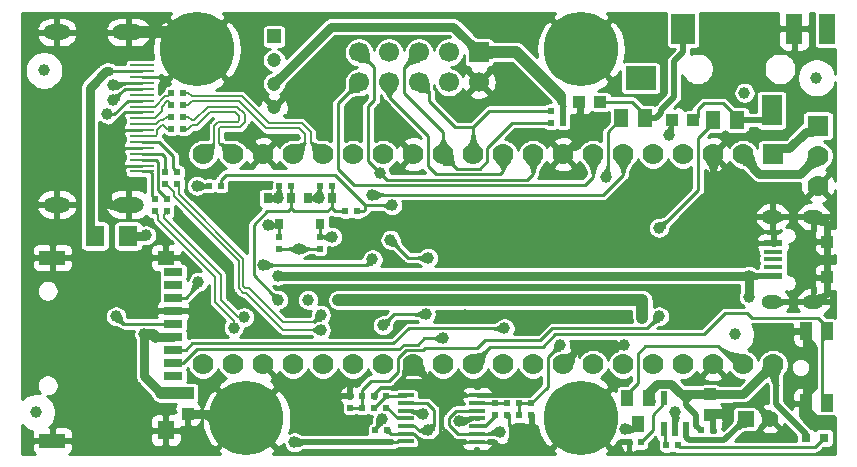
<source format=gbr>
%TF.GenerationSoftware,KiCad,Pcbnew,5.1.5+dfsg1-2build2*%
%TF.CreationDate,2021-04-22T16:13:23+03:00*%
%TF.ProjectId,RP2040-PICO-PC_rev_B,52503230-3430-42d5-9049-434f2d50435f,A*%
%TF.SameCoordinates,Original*%
%TF.FileFunction,Copper,L1,Top*%
%TF.FilePolarity,Positive*%
%FSLAX46Y46*%
G04 Gerber Fmt 4.6, Leading zero omitted, Abs format (unit mm)*
G04 Created by KiCad (PCBNEW 5.1.5+dfsg1-2build2) date 2021-04-22 16:13:23*
%MOMM*%
%LPD*%
G04 APERTURE LIST*
%TA.AperFunction,SMDPad,CuDef*%
%ADD10R,0.500000X0.550000*%
%TD*%
%TA.AperFunction,SMDPad,CuDef*%
%ADD11R,0.800000X0.900000*%
%TD*%
%TA.AperFunction,SMDPad,CuDef*%
%ADD12R,1.400000X2.600000*%
%TD*%
%TA.AperFunction,SMDPad,CuDef*%
%ADD13R,2.000000X2.600000*%
%TD*%
%TA.AperFunction,SMDPad,CuDef*%
%ADD14R,1.800000X2.600000*%
%TD*%
%TA.AperFunction,SMDPad,CuDef*%
%ADD15R,2.600000X2.000000*%
%TD*%
%TA.AperFunction,SMDPad,CuDef*%
%ADD16R,0.550000X0.500000*%
%TD*%
%TA.AperFunction,SMDPad,CuDef*%
%ADD17R,1.000000X1.400000*%
%TD*%
%TA.AperFunction,ComponentPad*%
%ADD18R,1.778000X1.778000*%
%TD*%
%TA.AperFunction,ComponentPad*%
%ADD19C,1.778000*%
%TD*%
%TA.AperFunction,ComponentPad*%
%ADD20R,1.200000X1.200000*%
%TD*%
%TA.AperFunction,ComponentPad*%
%ADD21C,1.200000*%
%TD*%
%TA.AperFunction,ComponentPad*%
%ADD22C,6.300000*%
%TD*%
%TA.AperFunction,ConnectorPad*%
%ADD23C,1.000000*%
%TD*%
%TA.AperFunction,ComponentPad*%
%ADD24R,1.700000X1.700000*%
%TD*%
%TA.AperFunction,ComponentPad*%
%ADD25C,1.700000*%
%TD*%
%TA.AperFunction,ComponentPad*%
%ADD26R,1.400000X1.400000*%
%TD*%
%TA.AperFunction,ComponentPad*%
%ADD27C,1.400000*%
%TD*%
%TA.AperFunction,SMDPad,CuDef*%
%ADD28R,1.016000X1.016000*%
%TD*%
%TA.AperFunction,SMDPad,CuDef*%
%ADD29R,1.600000X1.800000*%
%TD*%
%TA.AperFunction,ComponentPad*%
%ADD30O,2.700000X1.300000*%
%TD*%
%TA.AperFunction,ComponentPad*%
%ADD31O,2.300000X1.300000*%
%TD*%
%TA.AperFunction,SMDPad,CuDef*%
%ADD32R,2.000000X0.250000*%
%TD*%
%TA.AperFunction,SMDPad,CuDef*%
%ADD33R,0.800000X0.800000*%
%TD*%
%TA.AperFunction,SMDPad,CuDef*%
%ADD34R,0.550000X1.200000*%
%TD*%
%TA.AperFunction,SMDPad,CuDef*%
%ADD35R,1.650000X0.500000*%
%TD*%
%TA.AperFunction,SMDPad,CuDef*%
%ADD36R,1.650000X0.325000*%
%TD*%
%TA.AperFunction,SMDPad,CuDef*%
%ADD37R,1.000000X1.100000*%
%TD*%
%TA.AperFunction,ComponentPad*%
%ADD38O,1.800000X1.200000*%
%TD*%
%TA.AperFunction,SMDPad,CuDef*%
%ADD39R,1.270000X1.524000*%
%TD*%
%TA.AperFunction,SMDPad,CuDef*%
%ADD40R,1.016000X1.524000*%
%TD*%
%TA.AperFunction,SMDPad,CuDef*%
%ADD41R,2.200000X1.200000*%
%TD*%
%TA.AperFunction,SMDPad,CuDef*%
%ADD42R,1.400000X1.600000*%
%TD*%
%TA.AperFunction,SMDPad,CuDef*%
%ADD43R,1.400000X1.200000*%
%TD*%
%TA.AperFunction,Conductor*%
%ADD44R,1.600000X0.700000*%
%TD*%
%TA.AperFunction,SMDPad,CuDef*%
%ADD45R,1.400000X0.325000*%
%TD*%
%TA.AperFunction,ViaPad*%
%ADD46C,1.000000*%
%TD*%
%TA.AperFunction,Conductor*%
%ADD47C,0.254000*%
%TD*%
%TA.AperFunction,Conductor*%
%ADD48C,0.508000*%
%TD*%
%TA.AperFunction,Conductor*%
%ADD49C,0.762000*%
%TD*%
%TA.AperFunction,Conductor*%
%ADD50C,1.016000*%
%TD*%
%TA.AperFunction,Conductor*%
%ADD51C,0.889000*%
%TD*%
%TA.AperFunction,Conductor*%
%ADD52C,0.200000*%
%TD*%
%TA.AperFunction,Conductor*%
%ADD53C,0.025400*%
%TD*%
G04 APERTURE END LIST*
D10*
%TO.P,R28,2*%
%TO.N,+3V3*%
X143383000Y-116205000D03*
%TO.P,R28,1*%
%TO.N,/I2C1A_SDA_33*%
X142367000Y-116205000D03*
%TD*%
%TO.P,R26,2*%
%TO.N,+3V3*%
X146812000Y-116205000D03*
%TO.P,R26,1*%
%TO.N,/I2C1A_SCL_33*%
X145796000Y-116205000D03*
%TD*%
%TO.P,R25,2*%
%TO.N,Net-(HDMI1-Pad13)*%
X136398000Y-116205000D03*
%TO.P,R25,1*%
%TO.N,/DVI_CEC*%
X137414000Y-116205000D03*
%TD*%
%TO.P,R6,2*%
%TO.N,/DVI_CEC*%
X148971000Y-118364000D03*
%TO.P,R6,1*%
%TO.N,+3V3*%
X147955000Y-118364000D03*
%TD*%
D11*
%TO.P,FET3,1*%
%TO.N,+3V3*%
X143367000Y-117264000D03*
%TO.P,FET3,2*%
%TO.N,/I2C1A_SDA_33*%
X141367000Y-117264000D03*
%TO.P,FET3,3*%
%TO.N,/I2C1A_SDA_5*%
X142367000Y-119464000D03*
%TD*%
%TO.P,FET2,1*%
%TO.N,+3V3*%
X146796000Y-117264000D03*
%TO.P,FET2,2*%
%TO.N,/I2C1A_SCL_33*%
X144796000Y-117264000D03*
%TO.P,FET2,3*%
%TO.N,/I2C1A_SCL_5*%
X145796000Y-119464000D03*
%TD*%
D12*
%TO.P,AUDIO_JACK_1,1*%
%TO.N,Net-(AUDIO_JACK_1-Pad1)*%
X188737000Y-102899000D03*
D13*
%TO.P,AUDIO_JACK_1,2*%
%TO.N,/PWM_AUDIO_L*%
X176537000Y-102899000D03*
D14*
%TO.P,AUDIO_JACK_1,3*%
%TO.N,/PWM_AUDIO_R*%
X184037000Y-109799000D03*
D15*
%TO.P,AUDIO_JACK_1,4*%
%TO.N,Net-(AUDIO_JACK_1-Pad4)*%
X172937000Y-107099000D03*
D12*
%TO.P,AUDIO_JACK_1,5*%
%TO.N,GND*%
X185937000Y-102899000D03*
%TD*%
D16*
%TO.P,R3,2*%
%TO.N,/I2C1A_SDA_5*%
X142367000Y-120523000D03*
%TO.P,R3,1*%
%TO.N,+5V*%
X142367000Y-121539000D03*
%TD*%
%TO.P,R2,2*%
%TO.N,/I2C1A_SCL_5*%
X145796000Y-120523000D03*
%TO.P,R2,1*%
%TO.N,+5V*%
X145796000Y-121539000D03*
%TD*%
D17*
%TO.P,FET1,1*%
%TO.N,+5V*%
X173669960Y-134172960D03*
%TO.P,FET1,2*%
%TO.N,/VSYS*%
X171767500Y-134172960D03*
%TO.P,FET1,3*%
%TO.N,+BATT*%
X172722540Y-136382760D03*
%TD*%
D18*
%TO.P,DBG1,1*%
%TO.N,/UART0_TX*%
X187960000Y-111125000D03*
D19*
%TO.P,DBG1,2*%
%TO.N,/UART0_RX*%
X187960000Y-113665000D03*
%TO.P,DBG1,3*%
%TO.N,GND*%
X187960000Y-116205000D03*
%TD*%
D20*
%TO.P,CON2,1*%
%TO.N,/I2C1_SCL*%
X141901000Y-103553000D03*
D21*
%TO.P,CON2,2*%
%TO.N,/I2C1_SDA*%
X141901000Y-105553000D03*
%TO.P,CON2,3*%
%TO.N,+3V3*%
X141901000Y-107553000D03*
%TO.P,CON2,4*%
%TO.N,GND*%
X141901000Y-109553000D03*
%TD*%
%TO.P,MH3,GND1*%
%TO.N,GND*%
X165481000Y-104648000D03*
X170307000Y-104648000D03*
X169545000Y-106299000D03*
X166243000Y-106426000D03*
X169545000Y-102997000D03*
X166243000Y-102997000D03*
X167894000Y-107061000D03*
X167894000Y-102235000D03*
D22*
X167894000Y-104648000D03*
%TD*%
D23*
%TO.P,FID4,Fid1*%
%TO.N,Net-(FID4-PadFid1)*%
X121793000Y-135382000D03*
%TD*%
D24*
%TO.P,UEXT1,1*%
%TO.N,+3V3*%
X159258000Y-104902000D03*
D25*
%TO.P,UEXT1,2*%
%TO.N,GND*%
X159258000Y-107442000D03*
%TO.P,UEXT1,3*%
%TO.N,/UART1_TX*%
X156718000Y-104902000D03*
%TO.P,UEXT1,4*%
%TO.N,/UART1_RX*%
X156718000Y-107442000D03*
%TO.P,UEXT1,5*%
%TO.N,/I2C0_SCL*%
X154178000Y-104902000D03*
%TO.P,UEXT1,6*%
%TO.N,/I2C0_SDA*%
X154178000Y-107442000D03*
%TO.P,UEXT1,7*%
%TO.N,/SPI0_MISO*%
X151638000Y-104902000D03*
%TO.P,UEXT1,8*%
%TO.N,/SPI0_MOSI*%
X151638000Y-107442000D03*
%TO.P,UEXT1,9*%
%TO.N,/SPI0_CLK*%
X149098000Y-104902000D03*
%TO.P,UEXT1,10*%
%TO.N,/SPI0_CSn0*%
X149098000Y-107442000D03*
%TD*%
D26*
%TO.P,BAT_CON1,1*%
%TO.N,+BATT*%
X181851300Y-135910320D03*
D27*
%TO.P,BAT_CON1,2*%
%TO.N,GND*%
X183880760Y-135907780D03*
%TD*%
D16*
%TO.P,R7,1*%
%TO.N,/PICO_D2-*%
X132842000Y-118364000D03*
%TO.P,R7,2*%
%TO.N,/D2-*%
X132842000Y-117348000D03*
%TD*%
D10*
%TO.P,R13,1*%
%TO.N,/PICO_D0+*%
X134239000Y-111379000D03*
%TO.P,R13,2*%
%TO.N,/D0+*%
X133223000Y-111379000D03*
%TD*%
%TO.P,R10,2*%
%TO.N,/CK-*%
X133223000Y-108331000D03*
%TO.P,R10,1*%
%TO.N,/PICO_CK-*%
X134239000Y-108331000D03*
%TD*%
D16*
%TO.P,R12,1*%
%TO.N,/PICO_D1+*%
X132715000Y-116078000D03*
%TO.P,R12,2*%
%TO.N,/D1+*%
X132715000Y-115062000D03*
%TD*%
%TO.P,R11,2*%
%TO.N,/D2+*%
X131826000Y-117348000D03*
%TO.P,R11,1*%
%TO.N,/PICO_D2+*%
X131826000Y-118364000D03*
%TD*%
D10*
%TO.P,R9,2*%
%TO.N,/D0-*%
X133223000Y-110363000D03*
%TO.P,R9,1*%
%TO.N,/PICO_D0-*%
X134239000Y-110363000D03*
%TD*%
D16*
%TO.P,R8,1*%
%TO.N,/PICO_D1-*%
X133731000Y-116078000D03*
%TO.P,R8,2*%
%TO.N,/D1-*%
X133731000Y-115062000D03*
%TD*%
D10*
%TO.P,R14,2*%
%TO.N,/CK+*%
X133223000Y-109347000D03*
%TO.P,R14,1*%
%TO.N,/PICO_CK+*%
X134239000Y-109347000D03*
%TD*%
D19*
%TO.P,U2,36*%
%TO.N,+3V3*%
X173990000Y-131318000D03*
%TO.P,U2,38*%
%TO.N,GND*%
X179070000Y-131318000D03*
%TO.P,U2,24*%
%TO.N,/PICO_D1-*%
X143510000Y-131318000D03*
%TO.P,U2,30*%
%TO.N,/nRESET*%
X158750000Y-131318000D03*
%TO.P,U2,11*%
%TO.N,/I2C0_SDA*%
X158750000Y-113538000D03*
%TO.P,U2,17*%
%TO.N,/PICO_CK+*%
X143510000Y-113538000D03*
%TO.P,U2,29*%
%TO.N,/SPI0_CSn1*%
X156210000Y-131318000D03*
%TO.P,U2,3*%
%TO.N,GND*%
X179070000Y-113538000D03*
%TO.P,U2,16*%
%TO.N,/PICO_CK-*%
X146050000Y-113538000D03*
%TO.P,U2,6*%
%TO.N,/SPI0_MISO*%
X171450000Y-113538000D03*
%TO.P,U2,4*%
%TO.N,/I2C1_SDA*%
X176530000Y-113538000D03*
%TO.P,U2,40*%
%TO.N,+5V*%
X184150000Y-131318000D03*
%TO.P,U2,14*%
%TO.N,/I2C1A_SCL_33*%
X151130000Y-113538000D03*
%TO.P,U2,20*%
%TO.N,/PICO_D0+*%
X135890000Y-113538000D03*
%TO.P,U2,35*%
%TO.N,Net-(U2-Pad35)*%
X171450000Y-131318000D03*
%TO.P,U2,5*%
%TO.N,/I2C1_SCL*%
X173990000Y-113538000D03*
%TO.P,U2,13*%
%TO.N,GND*%
X153670000Y-113538000D03*
%TO.P,U2,18*%
X140970000Y-113538000D03*
%TO.P,U2,19*%
%TO.N,/PICO_D0-*%
X138430000Y-113538000D03*
%TO.P,U2,32*%
%TO.N,/PWM_R*%
X163830000Y-131318000D03*
%TO.P,U2,22*%
%TO.N,/PICO_D2+*%
X138430000Y-131318000D03*
%TO.P,U2,37*%
%TO.N,Net-(U2-Pad37)*%
X176530000Y-131318000D03*
%TO.P,U2,27*%
%TO.N,/UART1_RX*%
X151130000Y-131318000D03*
%TO.P,U2,25*%
%TO.N,/PICO_D1+*%
X146050000Y-131318000D03*
%TO.P,U2,26*%
%TO.N,/UART1_TX*%
X148590000Y-131318000D03*
%TO.P,U2,23*%
%TO.N,GND*%
X140970000Y-131318000D03*
D18*
%TO.P,U2,1*%
%TO.N,/UART0_TX*%
X184150000Y-113538000D03*
D19*
%TO.P,U2,2*%
%TO.N,/UART0_RX*%
X181610000Y-113538000D03*
%TO.P,U2,7*%
%TO.N,/SPI0_CSn0*%
X168910000Y-113538000D03*
%TO.P,U2,12*%
%TO.N,/I2C0_SCL*%
X156210000Y-113538000D03*
%TO.P,U2,21*%
%TO.N,/PICO_D2-*%
X135890000Y-131318000D03*
%TO.P,U2,28*%
%TO.N,GND*%
X153670000Y-131318000D03*
%TO.P,U2,15*%
%TO.N,/I2C1A_SDA_33*%
X148590000Y-113538000D03*
%TO.P,U2,39*%
%TO.N,/VSYS*%
X181610000Y-131318000D03*
%TO.P,U2,31*%
%TO.N,/DVI_CEC*%
X161290000Y-131318000D03*
%TO.P,U2,10*%
%TO.N,/SPI0_MOSI*%
X161290000Y-113538000D03*
%TO.P,U2,9*%
%TO.N,/SPI0_CLK*%
X163830000Y-113538000D03*
%TO.P,U2,33*%
%TO.N,GND*%
X166370000Y-131318000D03*
%TO.P,U2,8*%
X166370000Y-113538000D03*
%TO.P,U2,34*%
%TO.N,/PWM_L*%
X168910000Y-131318000D03*
%TD*%
D23*
%TO.P,FID1,Fid1*%
%TO.N,Net-(FID1-PadFid1)*%
X187833000Y-107061000D03*
%TD*%
%TO.P,FID2,Fid1*%
%TO.N,Net-(FID2-PadFid1)*%
X180975000Y-128778000D03*
%TD*%
%TO.P,FID3,Fid1*%
%TO.N,Net-(FID3-PadFid1)*%
X122428000Y-106426000D03*
%TD*%
D28*
%TO.P,C1,1*%
%TO.N,GND*%
X134620000Y-135509000D03*
%TO.P,C1,2*%
%TO.N,+3V3*%
X134620000Y-133731000D03*
%TD*%
D29*
%TO.P,FUSE1,1*%
%TO.N,Net-(FUSE1-Pad1)*%
X129543000Y-120459500D03*
%TO.P,FUSE1,2*%
%TO.N,Net-(FUSE1-Pad2)*%
X126743000Y-120459500D03*
%TD*%
D30*
%TO.P,HDMI1,0*%
%TO.N,GND*%
X129568000Y-103190000D03*
X129568000Y-117790000D03*
D31*
X123518000Y-117790000D03*
D32*
%TO.P,HDMI1,1*%
%TO.N,/D2+*%
X130718000Y-114990000D03*
%TO.P,HDMI1,2*%
%TO.N,GND*%
X130718000Y-114490000D03*
%TO.P,HDMI1,3*%
%TO.N,/D2-*%
X130718000Y-113990000D03*
%TO.P,HDMI1,4*%
%TO.N,/D1+*%
X130718000Y-113490000D03*
%TO.P,HDMI1,5*%
%TO.N,GND*%
X130718000Y-112990000D03*
%TO.P,HDMI1,6*%
%TO.N,/D1-*%
X130718000Y-112490000D03*
%TO.P,HDMI1,7*%
%TO.N,/D0+*%
X130718000Y-111990000D03*
%TO.P,HDMI1,8*%
%TO.N,GND*%
X130718000Y-111490000D03*
%TO.P,HDMI1,9*%
%TO.N,/D0-*%
X130718000Y-110990000D03*
%TO.P,HDMI1,10*%
%TO.N,/CK+*%
X130718000Y-110490000D03*
%TO.P,HDMI1,11*%
%TO.N,GND*%
X130718000Y-109990000D03*
%TO.P,HDMI1,12*%
%TO.N,/CK-*%
X130718000Y-109490000D03*
%TO.P,HDMI1,13*%
%TO.N,Net-(HDMI1-Pad13)*%
X130718000Y-108990000D03*
%TO.P,HDMI1,14*%
%TO.N,Net-(HDMI1-Pad14)*%
X130718000Y-108490000D03*
%TO.P,HDMI1,15*%
%TO.N,/I2C1A_SCL_5*%
X130718000Y-107990000D03*
%TO.P,HDMI1,16*%
%TO.N,/I2C1A_SDA_5*%
X130718000Y-107490000D03*
%TO.P,HDMI1,17*%
%TO.N,GND*%
X130718000Y-106990000D03*
%TO.P,HDMI1,18*%
%TO.N,Net-(FUSE1-Pad2)*%
X130718000Y-106490000D03*
%TO.P,HDMI1,19*%
%TO.N,Net-(HDMI1-Pad19)*%
X130718000Y-105990000D03*
D31*
%TO.P,HDMI1,0*%
%TO.N,GND*%
X123518000Y-103190000D03*
%TD*%
D28*
%TO.P,C2,2*%
%TO.N,+5V*%
X178816000Y-133858000D03*
%TO.P,C2,1*%
%TO.N,GND*%
X178816000Y-135636000D03*
%TD*%
D33*
%TO.P,LED1,2*%
%TO.N,+5V*%
X186944000Y-137541000D03*
%TO.P,LED1,1*%
%TO.N,Net-(LED1-Pad1)*%
X188468000Y-137541000D03*
%TD*%
D10*
%TO.P,R1,2*%
%TO.N,GND*%
X171958000Y-137922000D03*
%TO.P,R1,1*%
%TO.N,Net-(R1-Pad1)*%
X172974000Y-137922000D03*
%TD*%
%TO.P,R4,1*%
%TO.N,Net-(R4-Pad1)*%
X175133000Y-138176000D03*
%TO.P,R4,2*%
%TO.N,Net-(LED1-Pad1)*%
X176149000Y-138176000D03*
%TD*%
%TO.P,R5,1*%
%TO.N,GND*%
X179070000Y-136906000D03*
%TO.P,R5,2*%
%TO.N,+5V*%
X178054000Y-136906000D03*
%TD*%
D34*
%TO.P,U1,1*%
%TO.N,Net-(R4-Pad1)*%
X174881500Y-136809000D03*
%TO.P,U1,2*%
%TO.N,GND*%
X175831500Y-136809000D03*
%TO.P,U1,3*%
%TO.N,+BATT*%
X176781500Y-136809000D03*
%TO.P,U1,5*%
%TO.N,Net-(R1-Pad1)*%
X174881500Y-134209000D03*
%TO.P,U1,4*%
%TO.N,+5V*%
X176781500Y-134209000D03*
%TD*%
D35*
%TO.P,USB1,1*%
%TO.N,+5V*%
X184175000Y-123815500D03*
D36*
%TO.P,USB1,2*%
%TO.N,Net-(USB1-Pad2)*%
X184175000Y-123078000D03*
%TO.P,USB1,3*%
%TO.N,Net-(USB1-Pad3)*%
X184175000Y-122428000D03*
%TO.P,USB1,4*%
%TO.N,Net-(USB1-Pad4)*%
X184175000Y-121778000D03*
D35*
%TO.P,USB1,5*%
%TO.N,GND*%
X184175000Y-121040500D03*
D37*
%TO.P,USB1,0*%
X188725000Y-123928000D03*
X188725000Y-120928000D03*
D38*
X187575000Y-126028000D03*
X184105000Y-126028000D03*
X184105000Y-118828000D03*
X187575000Y-118828000D03*
%TD*%
D39*
%TO.P,C3,2*%
%TO.N,Net-(C3-Pad2)*%
X171323000Y-110490000D03*
%TO.P,C3,1*%
%TO.N,/PWM_AUDIO_L*%
X173355000Y-110490000D03*
%TD*%
D16*
%TO.P,C4,2*%
%TO.N,Net-(C3-Pad2)*%
X163703000Y-134620000D03*
%TO.P,C4,1*%
%TO.N,GND*%
X163703000Y-135636000D03*
%TD*%
%TO.P,C5,1*%
%TO.N,+3V3*%
X151511000Y-137922000D03*
%TO.P,C5,2*%
%TO.N,GND*%
X151511000Y-136906000D03*
%TD*%
%TO.P,C6,2*%
%TO.N,Net-(C6-Pad2)*%
X148336000Y-135001000D03*
%TO.P,C6,1*%
%TO.N,GND*%
X148336000Y-133985000D03*
%TD*%
D39*
%TO.P,C7,1*%
%TO.N,/PWM_AUDIO_R*%
X181102000Y-110617000D03*
%TO.P,C7,2*%
%TO.N,Net-(C6-Pad2)*%
X179070000Y-110617000D03*
%TD*%
D28*
%TO.P,R16,1*%
%TO.N,GND*%
X167767000Y-109093000D03*
%TO.P,R16,2*%
%TO.N,/PWM_AUDIO_L*%
X169545000Y-109093000D03*
%TD*%
D10*
%TO.P,R17,2*%
%TO.N,Net-(C3-Pad2)*%
X162687000Y-135636000D03*
%TO.P,R17,1*%
%TO.N,GND*%
X161671000Y-135636000D03*
%TD*%
%TO.P,R18,1*%
%TO.N,Net-(C3-Pad2)*%
X162687000Y-134620000D03*
%TO.P,R18,2*%
%TO.N,Net-(R18-Pad2)*%
X161671000Y-134620000D03*
%TD*%
%TO.P,R19,1*%
%TO.N,Net-(C6-Pad2)*%
X149352000Y-135001000D03*
%TO.P,R19,2*%
%TO.N,Net-(R19-Pad2)*%
X150368000Y-135001000D03*
%TD*%
%TO.P,R20,2*%
%TO.N,Net-(C6-Pad2)*%
X149352000Y-133985000D03*
%TO.P,R20,1*%
%TO.N,GND*%
X150368000Y-133985000D03*
%TD*%
D28*
%TO.P,R21,1*%
%TO.N,GND*%
X175641000Y-110617000D03*
%TO.P,R21,2*%
%TO.N,/PWM_AUDIO_R*%
X177419000Y-110617000D03*
%TD*%
D16*
%TO.P,R22,1*%
%TO.N,Net-(R19-Pad2)*%
X151384000Y-133985000D03*
%TO.P,R22,2*%
%TO.N,Net-(R22-Pad2)*%
X151384000Y-135001000D03*
%TD*%
%TO.P,R23,2*%
%TO.N,Net-(R23-Pad2)*%
X160655000Y-135636000D03*
%TO.P,R23,1*%
%TO.N,Net-(R18-Pad2)*%
X160655000Y-134620000D03*
%TD*%
%TO.P,R24,1*%
%TO.N,+3V3*%
X150495000Y-137922000D03*
%TO.P,R24,2*%
%TO.N,/nRESET*%
X150495000Y-136906000D03*
%TD*%
D40*
%TO.P,RST1,1*%
%TO.N,/nRESET*%
X188722000Y-134620000D03*
X188722000Y-128524000D03*
%TO.P,RST1,2*%
%TO.N,GND*%
X186944000Y-128524000D03*
X186944000Y-134620000D03*
%TD*%
D41*
%TO.P,MICRO_SD1,13*%
%TO.N,GND*%
X123135000Y-137798000D03*
%TO.P,MICRO_SD1,12*%
X123135000Y-122298000D03*
D42*
%TO.P,MICRO_SD1,11*%
X132735000Y-136898000D03*
D43*
%TO.P,MICRO_SD1,10*%
X132735000Y-122298000D03*
D44*
%TD*%
%TO.N,Net-(MICRO_SD1-Pad9)*%
%TO.C,MICRO_SD1*%
X133365000Y-123498000D03*
%TO.N,Net-(MICRO_SD1-Pad8)*%
%TO.C,MICRO_SD1*%
X133365000Y-124598000D03*
%TO.N,/SPI0_MISO*%
X133365000Y-125698000D03*
%TO.N,GND*%
X133365000Y-126798000D03*
%TO.N,/SPI0_CLK*%
X133365000Y-127898000D03*
%TO.N,+3V3*%
X133365000Y-128998000D03*
%TO.N,/SPI0_MOSI*%
X133365000Y-130098000D03*
%TO.N,/SPI0_CSn1*%
X133365000Y-131198000D03*
%TO.N,Net-(MICRO_SD1-Pad1)*%
X133365000Y-132298000D03*
%TD*%
D10*
%TO.P,R15,1*%
%TO.N,+3V3*%
X166370000Y-109855000D03*
%TO.P,R15,2*%
%TO.N,/I2C0_SDA*%
X165354000Y-109855000D03*
%TD*%
%TO.P,R27,2*%
%TO.N,+3V3*%
X166370000Y-110871000D03*
%TO.P,R27,1*%
%TO.N,/I2C0_SCL*%
X165354000Y-110871000D03*
%TD*%
D45*
%TO.P,U3,14*%
%TO.N,+3V3*%
X153083000Y-137840000D03*
%TO.P,U3,13*%
%TO.N,GND*%
X153083000Y-137190000D03*
%TO.P,U3,12*%
%TO.N,/PWM_R*%
X153083000Y-136540000D03*
%TO.P,U3,11*%
%TO.N,Net-(R22-Pad2)*%
X153083000Y-135890000D03*
%TO.P,U3,10*%
%TO.N,GND*%
X153083000Y-135240000D03*
%TO.P,U3,9*%
%TO.N,/PWM_R*%
X153083000Y-134590000D03*
%TO.P,U3,8*%
%TO.N,Net-(R19-Pad2)*%
X153083000Y-133940000D03*
%TO.P,U3,7*%
%TO.N,GND*%
X159083000Y-133940000D03*
%TO.P,U3,6*%
%TO.N,Net-(R18-Pad2)*%
X159083000Y-134590000D03*
%TO.P,U3,5*%
%TO.N,/PWM_L*%
X159083000Y-135240000D03*
%TO.P,U3,4*%
%TO.N,GND*%
X159083000Y-135890000D03*
%TO.P,U3,3*%
%TO.N,Net-(R23-Pad2)*%
X159083000Y-136540000D03*
%TO.P,U3,2*%
%TO.N,/PWM_L*%
X159083000Y-137190000D03*
%TO.P,U3,1*%
%TO.N,GND*%
X159083000Y-137890000D03*
%TD*%
D21*
%TO.P,MH1,GND1*%
%TO.N,GND*%
X132969000Y-104648000D03*
X137795000Y-104648000D03*
X137033000Y-106299000D03*
X133731000Y-106426000D03*
X137033000Y-102997000D03*
X133731000Y-102997000D03*
X135382000Y-107061000D03*
X135382000Y-102235000D03*
D22*
X135382000Y-104648000D03*
%TD*%
D21*
%TO.P,MH2,GND1*%
%TO.N,GND*%
X137160000Y-135890000D03*
X141986000Y-135890000D03*
X141224000Y-137541000D03*
X137922000Y-137668000D03*
X141224000Y-134239000D03*
X137922000Y-134239000D03*
X139573000Y-138303000D03*
X139573000Y-133477000D03*
D22*
X139573000Y-135890000D03*
%TD*%
D21*
%TO.P,MH4,GND1*%
%TO.N,GND*%
X165481000Y-135890000D03*
X170307000Y-135890000D03*
X169545000Y-137541000D03*
X166243000Y-137668000D03*
X169545000Y-134239000D03*
X166243000Y-134239000D03*
X167894000Y-138303000D03*
X167894000Y-133477000D03*
D22*
X167894000Y-135890000D03*
%TD*%
D46*
%TO.N,GND*%
X157607000Y-136144000D03*
X154559000Y-135509000D03*
X127762000Y-116078000D03*
X127762000Y-111506000D03*
X127762000Y-114554000D03*
X127762000Y-113030000D03*
X181102000Y-118872000D03*
X161163000Y-138557000D03*
X175895000Y-135382000D03*
X171069000Y-138557000D03*
X183038750Y-129127250D03*
X171577000Y-129667000D03*
X177292000Y-118872000D03*
X175387000Y-111887000D03*
X177165000Y-126238000D03*
X164338000Y-127381000D03*
X158115000Y-127127000D03*
X140970000Y-128397000D03*
X145161000Y-108839000D03*
X159385000Y-120015000D03*
X156083000Y-119126000D03*
X166370000Y-120015000D03*
X126873000Y-131445000D03*
X128016000Y-137922000D03*
X122174000Y-128778000D03*
X123190000Y-111887000D03*
X123190000Y-114427000D03*
X155956000Y-133604000D03*
X146050000Y-136017000D03*
X148209000Y-136779000D03*
X148463000Y-110109000D03*
X156246340Y-138020393D03*
X140081000Y-111379000D03*
X160655000Y-132969000D03*
X163703000Y-133096000D03*
X138684000Y-118237000D03*
X136779000Y-121793000D03*
X130810000Y-126365000D03*
%TO.N,+5V*%
X182118000Y-125603000D03*
X182118000Y-123825000D03*
X142240000Y-123825000D03*
X144018000Y-121539000D03*
%TO.N,+BATT*%
X171640500Y-136804400D03*
%TO.N,+3V3*%
X181737000Y-108331000D03*
X142240000Y-125857000D03*
X147320000Y-125857000D03*
X173101000Y-125857000D03*
X165100000Y-107569000D03*
X166116000Y-108585000D03*
X144780000Y-125857000D03*
X143637000Y-137922000D03*
X173101000Y-127381000D03*
X130937000Y-128778000D03*
%TO.N,/nRESET*%
X151066500Y-135953500D03*
%TO.N,/PICO_D2-*%
X139379942Y-127320058D03*
%TO.N,/PICO_D1-*%
X145864800Y-127137000D03*
%TO.N,/PICO_D2+*%
X138496058Y-128203942D03*
%TO.N,/PICO_D1+*%
X145864800Y-128387000D03*
%TO.N,/UART1_TX*%
X154940000Y-122301000D03*
X151765000Y-120777000D03*
%TO.N,/UART1_RX*%
X154754200Y-127068200D03*
X151130000Y-128016000D03*
%TO.N,Net-(C3-Pad2)*%
X166116000Y-129667000D03*
X170053000Y-115443000D03*
%TO.N,Net-(C6-Pad2)*%
X174498000Y-127254000D03*
X174498000Y-119761000D03*
%TO.N,/DVI_CEC*%
X151892000Y-117856000D03*
%TO.N,/SPI0_MISO*%
X150241000Y-116959029D03*
X135509000Y-124333000D03*
%TO.N,/SPI0_CLK*%
X128524000Y-127254000D03*
X140998549Y-122907451D03*
X150241000Y-122428000D03*
X150846300Y-115104723D03*
%TO.N,/SPI0_MOSI*%
X161417000Y-128270000D03*
%TO.N,/SPI0_CSn1*%
X156210000Y-129090800D03*
%TO.N,/PWM_R*%
X154940000Y-136906000D03*
%TO.N,/PWM_L*%
X161036000Y-137033000D03*
%TO.N,Net-(FUSE1-Pad1)*%
X131064000Y-120396000D03*
%TO.N,/I2C1A_SCL_33*%
X145692798Y-117221000D03*
%TO.N,/I2C1A_SCL_5*%
X128270000Y-108966000D03*
X146812000Y-120523000D03*
%TO.N,/I2C1A_SDA_33*%
X142263786Y-117221000D03*
%TO.N,/I2C1A_SDA_5*%
X128270000Y-107696000D03*
X141363041Y-119526040D03*
%TO.N,Net-(HDMI1-Pad13)*%
X127762000Y-110108998D03*
X135382000Y-116205000D03*
%TD*%
D47*
%TO.N,GND*%
X157861000Y-135890000D02*
X157607000Y-136144000D01*
X159083000Y-135890000D02*
X157861000Y-135890000D01*
X154290000Y-135240000D02*
X153083000Y-135240000D01*
X154559000Y-135509000D02*
X154290000Y-135240000D01*
X127762000Y-111506000D02*
X127778000Y-111490000D01*
D48*
X167767000Y-109093000D02*
X167894000Y-109220000D01*
X167894000Y-112522000D02*
X167894000Y-109220000D01*
X166941500Y-112966500D02*
X167449500Y-112966500D01*
X167449500Y-112966500D02*
X167894000Y-112522000D01*
X186944000Y-128524000D02*
X186944000Y-128270000D01*
X167386000Y-136398000D02*
X167894000Y-135890000D01*
D49*
X139192000Y-135509000D02*
X139573000Y-135890000D01*
D50*
X133538000Y-103190000D02*
X133731000Y-102997000D01*
X129568000Y-103190000D02*
X133538000Y-103190000D01*
D49*
X127762000Y-116078000D02*
X127762000Y-117475000D01*
X128077000Y-117790000D02*
X129568000Y-117790000D01*
X127762000Y-117475000D02*
X128077000Y-117790000D01*
D47*
X127762000Y-114554000D02*
X127826000Y-114490000D01*
X127762000Y-113030000D02*
X127802000Y-112990000D01*
D49*
X136779000Y-135509000D02*
X137160000Y-135890000D01*
X134620000Y-135509000D02*
X136779000Y-135509000D01*
D47*
X129278000Y-109990000D02*
X127762000Y-111506000D01*
X130718000Y-109990000D02*
X129278000Y-109990000D01*
X129302000Y-111490000D02*
X127762000Y-113030000D01*
X130718000Y-111490000D02*
X129302000Y-111490000D01*
X129326000Y-112990000D02*
X127762000Y-114554000D01*
X130718000Y-112990000D02*
X129326000Y-112990000D01*
X129350000Y-114490000D02*
X127762000Y-116078000D01*
X130718000Y-114490000D02*
X129350000Y-114490000D01*
D48*
X188725000Y-123928000D02*
X188725000Y-120928000D01*
X184105000Y-126028000D02*
X187575000Y-126028000D01*
X187575000Y-126028000D02*
X188043000Y-126028000D01*
X188725000Y-125346000D02*
X188725000Y-123928000D01*
X188043000Y-126028000D02*
X188725000Y-125346000D01*
X188725000Y-120928000D02*
X188725000Y-119383000D01*
X188170000Y-118828000D02*
X187575000Y-118828000D01*
X188725000Y-119383000D02*
X188170000Y-118828000D01*
X187575000Y-118828000D02*
X184105000Y-118828000D01*
X181146000Y-118828000D02*
X181102000Y-118872000D01*
X184105000Y-118828000D02*
X181146000Y-118828000D01*
D47*
X161671000Y-135636000D02*
X161798000Y-135763000D01*
X151795000Y-137190000D02*
X151511000Y-136906000D01*
X153083000Y-137190000D02*
X151795000Y-137190000D01*
X161798000Y-135763000D02*
X161798000Y-136525000D01*
D48*
X154476200Y-137890000D02*
X158083000Y-137890000D01*
X160115000Y-137890000D02*
X160496000Y-137890000D01*
X160496000Y-137890000D02*
X161163000Y-138557000D01*
D47*
X159083000Y-137890000D02*
X160115000Y-137890000D01*
X159083000Y-137890000D02*
X158083000Y-137890000D01*
D48*
X154476200Y-137890000D02*
X154305000Y-137718800D01*
D47*
X153776200Y-137190000D02*
X154305000Y-137718800D01*
X153083000Y-137190000D02*
X153776200Y-137190000D01*
D48*
X175895000Y-135382000D02*
X175831500Y-135445500D01*
X175831500Y-135445500D02*
X175831500Y-136906000D01*
X183880760Y-135907780D02*
X183880760Y-136161780D01*
X171069000Y-138557000D02*
X171196000Y-138684000D01*
D47*
X153670000Y-131508500D02*
X153670000Y-131318000D01*
X151003000Y-133223000D02*
X151955500Y-133223000D01*
X150368000Y-133985000D02*
X150368000Y-133858000D01*
X150368000Y-133858000D02*
X151003000Y-133223000D01*
X152749250Y-132429250D02*
X153670000Y-131508500D01*
X151955500Y-133223000D02*
X152749250Y-132429250D01*
X154495500Y-132651500D02*
X154749500Y-132397500D01*
X152749250Y-132429250D02*
X152971500Y-132651500D01*
X152971500Y-132651500D02*
X154495500Y-132651500D01*
D48*
X183880760Y-135874760D02*
X183880760Y-135907780D01*
X182753000Y-134747000D02*
X183880760Y-135874760D01*
X180848000Y-134747000D02*
X182753000Y-134747000D01*
X180213000Y-135382000D02*
X180848000Y-134747000D01*
X178816000Y-135636000D02*
X179070000Y-135382000D01*
X179070000Y-135382000D02*
X180213000Y-135382000D01*
X178816000Y-135636000D02*
X179070000Y-135890000D01*
X179070000Y-135890000D02*
X179070000Y-136906000D01*
X183642000Y-128524000D02*
X186944000Y-128524000D01*
X183038750Y-129127250D02*
X183642000Y-128524000D01*
X171069000Y-138557000D02*
X171069000Y-138176000D01*
X171323000Y-137922000D02*
X171958000Y-137922000D01*
X171069000Y-138176000D02*
X171323000Y-137922000D01*
D47*
X180213000Y-135382000D02*
X180213000Y-135509000D01*
X159083000Y-133940000D02*
X157543500Y-133940000D01*
X159849820Y-133858000D02*
X163576000Y-133858000D01*
X159083000Y-133940000D02*
X159767820Y-133940000D01*
X159767820Y-133940000D02*
X159849820Y-133858000D01*
X159128000Y-133985000D02*
X163576000Y-133985000D01*
X159083000Y-133940000D02*
X159128000Y-133985000D01*
D48*
X156292000Y-133940000D02*
X158070000Y-133940000D01*
X153670000Y-131318000D02*
X155956000Y-133604000D01*
D47*
X161925000Y-137795000D02*
X161163000Y-138557000D01*
X161798000Y-136525000D02*
X161925000Y-136652000D01*
X161925000Y-136652000D02*
X161925000Y-137795000D01*
D48*
X168021000Y-129667000D02*
X166370000Y-131318000D01*
X186944000Y-129095500D02*
X186944000Y-128524000D01*
X187629800Y-129781300D02*
X186944000Y-129095500D01*
X187629800Y-133350000D02*
X187629800Y-129781300D01*
X186944000Y-134620000D02*
X186944000Y-134035800D01*
X186944000Y-134035800D02*
X187629800Y-133350000D01*
X141901000Y-109553000D02*
X141859000Y-109595000D01*
X177292000Y-118872000D02*
X181102000Y-118872000D01*
D47*
X175514000Y-110617000D02*
X175641000Y-110617000D01*
D48*
X177292000Y-118364000D02*
X177292000Y-118872000D01*
X179070000Y-113538000D02*
X179070000Y-116586000D01*
X179070000Y-116586000D02*
X177292000Y-118364000D01*
X186944000Y-135001000D02*
X186944000Y-134620000D01*
X189293500Y-135890000D02*
X187833000Y-135890000D01*
X187833000Y-135890000D02*
X186944000Y-135001000D01*
D49*
X187198000Y-136144000D02*
X189103000Y-136144000D01*
X186690000Y-135636000D02*
X187198000Y-136144000D01*
X186944000Y-134620000D02*
X186690000Y-134874000D01*
X186690000Y-134874000D02*
X186690000Y-135636000D01*
D48*
X170307000Y-129667000D02*
X168021000Y-129667000D01*
X171577000Y-129667000D02*
X170307000Y-129667000D01*
D47*
X170307000Y-129667000D02*
X170180000Y-129794000D01*
X133040000Y-106990000D02*
X135382000Y-104648000D01*
X130718000Y-106990000D02*
X133040000Y-106990000D01*
X175641000Y-111633000D02*
X175387000Y-111887000D01*
X175641000Y-110617000D02*
X175641000Y-111633000D01*
D48*
X155956000Y-133604000D02*
X156292000Y-133940000D01*
D47*
X159083000Y-133940000D02*
X156292000Y-133940000D01*
X155956000Y-137730053D02*
X156246340Y-138020393D01*
X155956000Y-133604000D02*
X155956000Y-137730053D01*
D49*
X139954000Y-111506000D02*
X140081000Y-111379000D01*
X139954000Y-112776000D02*
X139954000Y-111506000D01*
X140716000Y-113538000D02*
X139954000Y-112776000D01*
X140970000Y-113538000D02*
X140716000Y-113538000D01*
D48*
%TO.N,+5V*%
X177673000Y-135636000D02*
X176781500Y-134744500D01*
X178054000Y-136906000D02*
X177673000Y-136525000D01*
X177673000Y-136525000D02*
X177673000Y-135636000D01*
D49*
X181610000Y-133858000D02*
X184150000Y-131318000D01*
X178816000Y-133858000D02*
X181610000Y-133858000D01*
D48*
X176781500Y-134744500D02*
X176781500Y-134209000D01*
D49*
X177132500Y-133858000D02*
X178816000Y-133858000D01*
X173669960Y-134442200D02*
X173669960Y-133670040D01*
X173794420Y-134442200D02*
X173669960Y-134442200D01*
X173669960Y-133670040D02*
X174371000Y-132969000D01*
X174371000Y-132969000D02*
X175541500Y-132969000D01*
X176781500Y-134209000D02*
X177132500Y-133858000D01*
X176131000Y-133558500D02*
X176781500Y-134209000D01*
X175541500Y-132969000D02*
X176131000Y-133558500D01*
D47*
X178516500Y-133558500D02*
X178816000Y-133858000D01*
X176131000Y-133558500D02*
X178516500Y-133558500D01*
D49*
X182118000Y-123825000D02*
X182118000Y-125603000D01*
D48*
X182127500Y-123815500D02*
X184175000Y-123815500D01*
X182118000Y-123825000D02*
X182127500Y-123815500D01*
X186944000Y-137255250D02*
X184404000Y-134715250D01*
X186944000Y-137541000D02*
X186944000Y-137255250D01*
X184404000Y-134715250D02*
X184404000Y-131572000D01*
X184404000Y-131572000D02*
X184150000Y-131318000D01*
D49*
X182118000Y-123825000D02*
X142240000Y-123825000D01*
D47*
X145796000Y-121539000D02*
X144018000Y-121539000D01*
X144018000Y-121539000D02*
X142367000Y-121539000D01*
D48*
%TO.N,+BATT*%
X172722540Y-136382760D02*
X172722540Y-136522460D01*
X172440600Y-136804400D02*
X171640500Y-136804400D01*
X172722540Y-136522460D02*
X172440600Y-136804400D01*
X176781500Y-137475000D02*
X176781500Y-136906000D01*
X181851300Y-135910320D02*
X180030120Y-137731500D01*
X177038000Y-137731500D02*
X176781500Y-137475000D01*
X180030120Y-137731500D02*
X177038000Y-137731500D01*
D47*
%TO.N,Net-(R4-Pad1)*%
X175133000Y-138049000D02*
X175006000Y-137922000D01*
X175006000Y-137030500D02*
X174881500Y-136906000D01*
X175006000Y-137922000D02*
X175006000Y-137030500D01*
%TO.N,Net-(LED1-Pad1)*%
X176149000Y-138176000D02*
X176301400Y-138328400D01*
X187680600Y-138328400D02*
X188468000Y-137541000D01*
X176301400Y-138328400D02*
X187680600Y-138328400D01*
D49*
%TO.N,+3V3*%
X146711000Y-102743000D02*
X157099000Y-102743000D01*
X141901000Y-107553000D02*
X146711000Y-102743000D01*
X157099000Y-102743000D02*
X159258000Y-104902000D01*
D50*
X173101000Y-125857000D02*
X147320000Y-125857000D01*
D48*
X166370000Y-110871000D02*
X166370000Y-109855000D01*
D50*
X132334000Y-133731000D02*
X134620000Y-133731000D01*
D49*
X132114000Y-128998000D02*
X133365000Y-128998000D01*
D50*
X162433000Y-104902000D02*
X159258000Y-104902000D01*
X165100000Y-107569000D02*
X162433000Y-104902000D01*
D48*
X166370000Y-108839000D02*
X166370000Y-109855000D01*
X166116000Y-108585000D02*
X166370000Y-108839000D01*
D50*
X166116000Y-108585000D02*
X165100000Y-107569000D01*
D48*
X149479000Y-137922000D02*
X150495000Y-137922000D01*
X150495000Y-137922000D02*
X151511000Y-137922000D01*
X151511000Y-137922000D02*
X151892000Y-137922000D01*
D47*
X152394200Y-137840000D02*
X153083000Y-137840000D01*
X151892000Y-137922000D02*
X152312200Y-137922000D01*
X152312200Y-137922000D02*
X152394200Y-137840000D01*
D48*
X143637000Y-137922000D02*
X149479000Y-137922000D01*
D50*
X173101000Y-125857000D02*
X173101000Y-127381000D01*
D51*
X131644106Y-128778000D02*
X131864106Y-128998000D01*
X130937000Y-128778000D02*
X131644106Y-128778000D01*
D49*
X130937000Y-132334000D02*
X130937000Y-128778000D01*
X132334000Y-133731000D02*
X130937000Y-132334000D01*
D47*
X146400000Y-118364000D02*
X143637000Y-118364000D01*
X143367000Y-118094000D02*
X143367000Y-117264000D01*
X143637000Y-118364000D02*
X143367000Y-118094000D01*
X146796000Y-117968000D02*
X146400000Y-118364000D01*
X146796000Y-117264000D02*
X146796000Y-117968000D01*
X146796000Y-117968000D02*
X146796000Y-118094000D01*
X147066000Y-118364000D02*
X147955000Y-118364000D01*
X146796000Y-118094000D02*
X147066000Y-118364000D01*
X141740001Y-125357001D02*
X142240000Y-125857000D01*
X140168348Y-119546652D02*
X140168348Y-123785348D01*
X140168348Y-123785348D02*
X141740001Y-125357001D01*
X141351000Y-118364000D02*
X140168348Y-119546652D01*
X143097000Y-118364000D02*
X141351000Y-118364000D01*
X143367000Y-118094000D02*
X143097000Y-118364000D01*
X143383000Y-117248000D02*
X143367000Y-117264000D01*
X146812000Y-117248000D02*
X146796000Y-117264000D01*
X146812000Y-116205000D02*
X146812000Y-117248000D01*
X143383000Y-116205000D02*
X143383000Y-117248000D01*
%TO.N,/nRESET*%
X188341000Y-129286000D02*
X188722000Y-128905000D01*
X188341000Y-133858000D02*
X188341000Y-129286000D01*
X188722000Y-134620000D02*
X188722000Y-134239000D01*
X188722000Y-128905000D02*
X188722000Y-128524000D01*
X188722000Y-134239000D02*
X188341000Y-133858000D01*
X188722000Y-128143000D02*
X188722000Y-128524000D01*
X181991000Y-127000000D02*
X182372000Y-127381000D01*
X160210500Y-129857500D02*
X164655500Y-129857500D01*
X187960000Y-127381000D02*
X188722000Y-128143000D01*
X182372000Y-127381000D02*
X187960000Y-127381000D01*
X158750000Y-131318000D02*
X160210500Y-129857500D01*
X165735000Y-128778000D02*
X178308000Y-128778000D01*
X178308000Y-128778000D02*
X180086000Y-127000000D01*
X164655500Y-129857500D02*
X165735000Y-128778000D01*
X180086000Y-127000000D02*
X181991000Y-127000000D01*
X150495000Y-136779000D02*
X150495000Y-136906000D01*
X151066500Y-135953500D02*
X151066500Y-136207500D01*
X151066500Y-136207500D02*
X150495000Y-136779000D01*
D48*
%TO.N,/VSYS*%
X181610000Y-131318000D02*
X181610000Y-131191000D01*
D47*
X181038500Y-131318000D02*
X181610000Y-131318000D01*
X171767500Y-133826250D02*
X172720000Y-132873750D01*
X171767500Y-134172960D02*
X171767500Y-133826250D01*
X172720000Y-132873750D02*
X172720000Y-130429000D01*
X172720000Y-130429000D02*
X173355000Y-129794000D01*
X173355000Y-129794000D02*
X179514500Y-129794000D01*
X179514500Y-129794000D02*
X181038500Y-131318000D01*
%TO.N,Net-(FUSE1-Pad2)*%
X130718000Y-106490000D02*
X127953000Y-106490000D01*
D49*
X127698000Y-106490000D02*
X127953000Y-106490000D01*
X126301500Y-107886500D02*
X127698000Y-106490000D01*
X126746000Y-120456500D02*
X126301500Y-120012000D01*
X126301500Y-120012000D02*
X126301500Y-107886500D01*
D47*
%TO.N,/D2+*%
X131572000Y-117094000D02*
X131826000Y-117348000D01*
X131373000Y-114990000D02*
X131572000Y-115189000D01*
X130718000Y-114990000D02*
X131373000Y-114990000D01*
X131572000Y-115189000D02*
X131572000Y-117094000D01*
%TO.N,/D2-*%
X132080000Y-116586000D02*
X132842000Y-117348000D01*
X132080000Y-114173000D02*
X132080000Y-116586000D01*
X130718000Y-113990000D02*
X131897000Y-113990000D01*
X131897000Y-113990000D02*
X132080000Y-114173000D01*
%TO.N,/D1+*%
X132715000Y-113792000D02*
X132715000Y-115062000D01*
X130718000Y-113490000D02*
X132413000Y-113490000D01*
X132413000Y-113490000D02*
X132715000Y-113792000D01*
%TO.N,/D1-*%
X133350000Y-114681000D02*
X133731000Y-115062000D01*
X133350000Y-113665000D02*
X133350000Y-114681000D01*
X130718000Y-112490000D02*
X132175000Y-112490000D01*
X132175000Y-112490000D02*
X133350000Y-113665000D01*
D52*
%TO.N,/D0+*%
X131888762Y-111990000D02*
X130718000Y-111990000D01*
X132021201Y-111857561D02*
X131888762Y-111990000D01*
X132419145Y-111096000D02*
X132021201Y-111493944D01*
X132527499Y-111096000D02*
X132419145Y-111096000D01*
X132810499Y-111379000D02*
X132527499Y-111096000D01*
X132021201Y-111493944D02*
X132021201Y-111857561D01*
X133223000Y-111379000D02*
X132810499Y-111379000D01*
D47*
%TO.N,/D0-*%
X133124575Y-110363000D02*
X133223000Y-110363000D01*
D52*
X131081603Y-110990000D02*
X130718000Y-110990000D01*
X132232762Y-110646000D02*
X131888762Y-110990000D01*
X132527499Y-110646000D02*
X132232762Y-110646000D01*
X133223000Y-110363000D02*
X132810499Y-110363000D01*
X131888762Y-110990000D02*
X131081603Y-110990000D01*
X132810499Y-110363000D02*
X132527499Y-110646000D01*
%TO.N,/CK+*%
X132915000Y-109064000D02*
X132876526Y-109064000D01*
X133198000Y-109347000D02*
X132915000Y-109064000D01*
X133223000Y-109347000D02*
X133198000Y-109347000D01*
X132876526Y-109064000D02*
X132405302Y-109535224D01*
X131818537Y-110490000D02*
X130718000Y-110490000D01*
X132405302Y-109903235D02*
X131818537Y-110490000D01*
X132405302Y-109535224D02*
X132405302Y-109903235D01*
%TO.N,/CK-*%
X131814126Y-109490000D02*
X130718000Y-109490000D01*
X132690126Y-108614000D02*
X131814126Y-109490000D01*
X132915000Y-108614000D02*
X132690126Y-108614000D01*
X133198000Y-108331000D02*
X132915000Y-108614000D01*
X133223000Y-108331000D02*
X133198000Y-108331000D01*
D47*
%TO.N,/PICO_D2-*%
X132842000Y-118491000D02*
X132842000Y-118364000D01*
D52*
X132559000Y-118672000D02*
X132559000Y-118905800D01*
X132842000Y-118364000D02*
X132842000Y-118389000D01*
X132842000Y-118389000D02*
X132559000Y-118672000D01*
X132559000Y-118905800D02*
X137385000Y-123731800D01*
X138814257Y-127320058D02*
X139379942Y-127320058D01*
X137385000Y-123731800D02*
X137385000Y-125890801D01*
X137385000Y-125890801D02*
X138814257Y-127320058D01*
D47*
%TO.N,/PICO_D1-*%
X133731000Y-116078000D02*
X133731000Y-116141500D01*
D52*
X145239800Y-127762000D02*
X145864800Y-127137000D01*
X139446000Y-124841000D02*
X139764200Y-124841000D01*
X139319000Y-124714000D02*
X139446000Y-124841000D01*
X139319000Y-122363800D02*
X139319000Y-124714000D01*
X139764200Y-124841000D02*
X142685200Y-127762000D01*
X133870192Y-116242192D02*
X133870192Y-116914992D01*
X142685200Y-127762000D02*
X145239800Y-127762000D01*
X133870192Y-116914992D02*
X139319000Y-122363800D01*
X133731000Y-116078000D02*
X133731000Y-116103000D01*
X133731000Y-116103000D02*
X133870192Y-116242192D01*
%TO.N,/PICO_D0-*%
X137258000Y-112620000D02*
X138176000Y-113538000D01*
X138176000Y-113538000D02*
X138430000Y-113538000D01*
X137380200Y-111223000D02*
X137258000Y-111345200D01*
X139031200Y-111223000D02*
X137380200Y-111223000D01*
X139417000Y-110837200D02*
X139031200Y-111223000D01*
X139417000Y-110142800D02*
X139417000Y-110837200D01*
X138777200Y-109503000D02*
X139417000Y-110142800D01*
X135161800Y-110646000D02*
X136304800Y-109503000D01*
X137258000Y-111345200D02*
X137258000Y-112620000D01*
X134934501Y-110646000D02*
X135161800Y-110646000D01*
X136304800Y-109503000D02*
X138777200Y-109503000D01*
X134651501Y-110363000D02*
X134934501Y-110646000D01*
X134239000Y-110363000D02*
X134651501Y-110363000D01*
%TO.N,/PICO_CK-*%
X139158200Y-108614000D02*
X141444200Y-110900000D01*
X134239000Y-108331000D02*
X134651501Y-108331000D01*
X134934501Y-108614000D02*
X139158200Y-108614000D01*
X141444200Y-110900000D02*
X144238200Y-110900000D01*
X134651501Y-108331000D02*
X134934501Y-108614000D01*
X145005000Y-112493000D02*
X146050000Y-113538000D01*
X144238200Y-110900000D02*
X145005000Y-111666800D01*
X145005000Y-111666800D02*
X145005000Y-112493000D01*
%TO.N,/PICO_D2+*%
X132109000Y-118672000D02*
X132109000Y-119092200D01*
X131826000Y-118389000D02*
X132109000Y-118672000D01*
X131826000Y-118364000D02*
X131826000Y-118389000D01*
X132109000Y-119092200D02*
X136935000Y-123918200D01*
X138496058Y-127638257D02*
X138496058Y-128203942D01*
X136935000Y-123918200D02*
X136935000Y-126077199D01*
X136935000Y-126077199D02*
X138496058Y-127638257D01*
%TO.N,/PICO_D1+*%
X142673800Y-128387000D02*
X145157694Y-128387000D01*
X133420201Y-116758201D02*
X133420201Y-117101401D01*
X138915789Y-122596989D02*
X138915790Y-124881016D01*
X132740000Y-116078000D02*
X133420201Y-116758201D01*
X132715000Y-116078000D02*
X132740000Y-116078000D01*
X145157694Y-128387000D02*
X145864800Y-128387000D01*
X139278985Y-125244211D02*
X139531011Y-125244211D01*
X133420201Y-117101401D02*
X138915789Y-122596989D01*
X139531011Y-125244211D02*
X142673800Y-128387000D01*
X138915790Y-124881016D02*
X139278985Y-125244211D01*
D47*
%TO.N,/PICO_D0+*%
X134366000Y-111506000D02*
X134239000Y-111379000D01*
D52*
X134934501Y-111096000D02*
X135348200Y-111096000D01*
X134651501Y-111379000D02*
X134934501Y-111096000D01*
X134239000Y-111379000D02*
X134651501Y-111379000D01*
X135348200Y-111096000D02*
X136491200Y-109953000D01*
X136491200Y-109953000D02*
X138590800Y-109953000D01*
X138590800Y-109953000D02*
X138967000Y-110329200D01*
X138967000Y-110329200D02*
X138967000Y-110650800D01*
X138967000Y-110650800D02*
X138844800Y-110773000D01*
X138844800Y-110773000D02*
X137193800Y-110773000D01*
X137193800Y-110773000D02*
X136808000Y-111158800D01*
X136808000Y-111158800D02*
X136808000Y-112649000D01*
X136778999Y-112649001D02*
X135890000Y-113538000D01*
X136808000Y-112649000D02*
X136778999Y-112649001D01*
%TO.N,/PICO_CK+*%
X144051800Y-111350000D02*
X144555000Y-111853200D01*
X141257800Y-111350000D02*
X144051800Y-111350000D01*
X134934501Y-109064000D02*
X138971800Y-109064000D01*
X138971800Y-109064000D02*
X141257800Y-111350000D01*
X144555000Y-112493000D02*
X143510000Y-113538000D01*
X134239000Y-109347000D02*
X134651501Y-109347000D01*
X144555000Y-111853200D02*
X144555000Y-112493000D01*
X134651501Y-109347000D02*
X134934501Y-109064000D01*
D47*
%TO.N,Net-(R1-Pad1)*%
X174879000Y-134696200D02*
X174879000Y-134211500D01*
X173990000Y-135585200D02*
X174879000Y-134696200D01*
X172974000Y-137922000D02*
X173990000Y-136906000D01*
X174879000Y-134211500D02*
X174881500Y-134209000D01*
X173990000Y-136906000D02*
X173990000Y-135585200D01*
D49*
%TO.N,/PWM_AUDIO_L*%
X176381000Y-102892000D02*
X176381000Y-102743000D01*
X176381000Y-102743000D02*
X176537000Y-102899000D01*
D47*
X169545000Y-109093000D02*
X172212000Y-109093000D01*
X173355000Y-110236000D02*
X173355000Y-110490000D01*
X172212000Y-109093000D02*
X173355000Y-110236000D01*
X173355000Y-110490000D02*
X173418500Y-110490000D01*
X173355000Y-110236000D02*
X173736000Y-109855000D01*
D48*
X176537000Y-104895000D02*
X176537000Y-102899000D01*
X175768000Y-105664000D02*
X176537000Y-104895000D01*
X175768000Y-108651038D02*
X175768000Y-105664000D01*
X174675799Y-110058201D02*
X174675799Y-109743239D01*
X174244000Y-110490000D02*
X174675799Y-110058201D01*
X174675799Y-109743239D02*
X175768000Y-108651038D01*
X173355000Y-110490000D02*
X174244000Y-110490000D01*
D47*
%TO.N,/PWM_AUDIO_R*%
X179959000Y-109220000D02*
X181102000Y-110363000D01*
X177419000Y-110617000D02*
X177546000Y-110617000D01*
X181102000Y-110363000D02*
X181102000Y-110617000D01*
X178308000Y-109220000D02*
X179959000Y-109220000D01*
X177419000Y-110617000D02*
X177673000Y-110617000D01*
X177546000Y-110617000D02*
X177800000Y-110363000D01*
X177800000Y-109728000D02*
X178308000Y-109220000D01*
X177800000Y-110363000D02*
X177800000Y-109728000D01*
D48*
X184037000Y-109799000D02*
X184037000Y-109968000D01*
X183388000Y-110617000D02*
X181102000Y-110617000D01*
X184037000Y-109968000D02*
X183388000Y-110617000D01*
D47*
%TO.N,Net-(R22-Pad2)*%
X152400000Y-135890000D02*
X153083000Y-135890000D01*
X151384000Y-135001000D02*
X151511000Y-135001000D01*
X151511000Y-135001000D02*
X152400000Y-135890000D01*
%TO.N,Net-(R23-Pad2)*%
X160655000Y-135686800D02*
X160655000Y-135636000D01*
X159083000Y-136540000D02*
X159801800Y-136540000D01*
X159801800Y-136540000D02*
X160655000Y-135686800D01*
D48*
%TO.N,/UART1_TX*%
X156718000Y-104902000D02*
X156718000Y-105283000D01*
D47*
X153289000Y-122301000D02*
X151765000Y-120777000D01*
X154940000Y-122301000D02*
X153289000Y-122301000D01*
%TO.N,/UART1_RX*%
X152077800Y-127068200D02*
X151130000Y-128016000D01*
X154754200Y-127068200D02*
X152077800Y-127068200D01*
%TO.N,/I2C1_SCL*%
X173990000Y-113538000D02*
X174371000Y-113538000D01*
D49*
%TO.N,/UART0_TX*%
X187452000Y-111633000D02*
X187960000Y-111125000D01*
X186944000Y-111633000D02*
X187452000Y-111633000D01*
X185547000Y-113030000D02*
X186944000Y-111633000D01*
X184150000Y-113538000D02*
X184658000Y-113030000D01*
X184658000Y-113030000D02*
X185547000Y-113030000D01*
%TO.N,/UART0_RX*%
X181610000Y-113792000D02*
X181610000Y-113538000D01*
X183007000Y-115189000D02*
X181610000Y-113792000D01*
X187960000Y-113665000D02*
X186436000Y-115189000D01*
X186436000Y-115189000D02*
X183007000Y-115189000D01*
D47*
%TO.N,Net-(C3-Pad2)*%
X162687000Y-135636000D02*
X162687000Y-134620000D01*
X162687000Y-134620000D02*
X163703000Y-134620000D01*
X165100000Y-133223000D02*
X163703000Y-134620000D01*
X165100000Y-130683000D02*
X165100000Y-133223000D01*
X166116000Y-129667000D02*
X165100000Y-130683000D01*
X170053000Y-115443000D02*
X170180000Y-115316000D01*
X170180000Y-115316000D02*
X170180000Y-111633000D01*
X170180000Y-111633000D02*
X171323000Y-110490000D01*
%TO.N,Net-(C6-Pad2)*%
X149352000Y-133985000D02*
X149352000Y-135001000D01*
X149352000Y-135001000D02*
X148336000Y-135001000D01*
X179070000Y-110871000D02*
X179070000Y-110617000D01*
X177800000Y-112141000D02*
X179070000Y-110871000D01*
X177800000Y-116586000D02*
X177800000Y-112141000D01*
X174625000Y-119761000D02*
X177800000Y-116586000D01*
X174498000Y-119761000D02*
X174625000Y-119761000D01*
X152400000Y-130810000D02*
X152400000Y-131953000D01*
X150093000Y-132715000D02*
X149352000Y-133456000D01*
X151638000Y-132715000D02*
X150093000Y-132715000D01*
X152400000Y-131953000D02*
X151638000Y-132715000D01*
X153111201Y-130098799D02*
X152400000Y-130810000D01*
X154686000Y-129921000D02*
X154508201Y-130098799D01*
X159766000Y-129286000D02*
X159131000Y-129921000D01*
X165481000Y-128270000D02*
X164465000Y-129286000D01*
X154508201Y-130098799D02*
X153111201Y-130098799D01*
X164465000Y-129286000D02*
X159766000Y-129286000D01*
X173482000Y-128270000D02*
X165481000Y-128270000D01*
X159131000Y-129921000D02*
X154686000Y-129921000D01*
X149352000Y-133456000D02*
X149352000Y-133985000D01*
X174498000Y-127254000D02*
X173482000Y-128270000D01*
%TO.N,Net-(R18-Pad2)*%
X159083000Y-134590000D02*
X160625000Y-134590000D01*
X160655000Y-134620000D02*
X161671000Y-134620000D01*
%TO.N,Net-(R19-Pad2)*%
X151384000Y-133985000D02*
X153038000Y-133985000D01*
X150368000Y-135001000D02*
X151384000Y-133985000D01*
%TO.N,/DVI_CEC*%
X151184894Y-117856000D02*
X151892000Y-117856000D01*
X149606000Y-117856000D02*
X151184894Y-117856000D01*
X149606000Y-118233000D02*
X149606000Y-117856000D01*
X149475000Y-118364000D02*
X149606000Y-118233000D01*
X148971000Y-118364000D02*
X149475000Y-118364000D01*
X137414000Y-115676000D02*
X137414000Y-116205000D01*
X149606000Y-117856000D02*
X147030587Y-115280587D01*
X147030587Y-115280587D02*
X137809413Y-115280587D01*
X137809413Y-115280587D02*
X137414000Y-115676000D01*
%TO.N,/SPI0_MISO*%
X151638000Y-104902000D02*
X151638000Y-105410000D01*
X169765669Y-116959029D02*
X150241000Y-116959029D01*
X171450000Y-115274698D02*
X169765669Y-116959029D01*
X171450000Y-113538000D02*
X171450000Y-115274698D01*
X135509000Y-124608000D02*
X135509000Y-124333000D01*
X134419000Y-125698000D02*
X135509000Y-124608000D01*
X133365000Y-125698000D02*
X134419000Y-125698000D01*
%TO.N,/SPI0_CLK*%
X129168000Y-127898000D02*
X128524000Y-127254000D01*
X133365000Y-127898000D02*
X129168000Y-127898000D01*
X149761549Y-122907451D02*
X150241000Y-122428000D01*
X140998549Y-122907451D02*
X149761549Y-122907451D01*
X150368000Y-108966000D02*
X150368000Y-106172000D01*
X149947999Y-105751999D02*
X149098000Y-104902000D01*
X150368000Y-106172000D02*
X149947999Y-105751999D01*
X149860000Y-109474000D02*
X150368000Y-108966000D01*
X163347380Y-115671620D02*
X151459202Y-115671620D01*
X149860000Y-114072418D02*
X149860000Y-109474000D01*
X163830000Y-115189000D02*
X163347380Y-115671620D01*
X151459202Y-115671620D02*
X149860000Y-114072418D01*
X163830000Y-113538000D02*
X163830000Y-115189000D01*
%TO.N,/SPI0_MOSI*%
X153298401Y-128260599D02*
X161407599Y-128260599D01*
X152019000Y-129540000D02*
X153298401Y-128260599D01*
X134977000Y-129540000D02*
X152019000Y-129540000D01*
X134419000Y-130098000D02*
X134977000Y-129540000D01*
X161407599Y-128260599D02*
X161417000Y-128270000D01*
X133365000Y-130098000D02*
X134419000Y-130098000D01*
X151638000Y-108644081D02*
X151638000Y-107442000D01*
X154940000Y-111946081D02*
X151638000Y-108644081D01*
X154940000Y-114554000D02*
X154940000Y-111946081D01*
X155600410Y-115214410D02*
X154940000Y-114554000D01*
X161290000Y-114935000D02*
X161010590Y-115214410D01*
X161010590Y-115214410D02*
X155600410Y-115214410D01*
X161290000Y-113538000D02*
X161290000Y-114935000D01*
%TO.N,/SPI0_CSn1*%
X152895401Y-129641588D02*
X154065835Y-129641588D01*
X134205582Y-131198000D02*
X135355582Y-130048000D01*
X133365000Y-131198000D02*
X134205582Y-131198000D01*
X155502894Y-129090800D02*
X156210000Y-129090800D01*
X135355582Y-130048000D02*
X152488990Y-130048000D01*
X154065835Y-129641588D02*
X154616623Y-129090800D01*
X154616623Y-129090800D02*
X155502894Y-129090800D01*
X152488990Y-130048000D02*
X152895401Y-129641588D01*
%TO.N,/I2C0_SCL*%
X156210000Y-112268000D02*
X156210000Y-113538000D01*
X156210000Y-111633000D02*
X156210000Y-112268000D01*
X152908000Y-108331000D02*
X156210000Y-111633000D01*
X152908000Y-106172000D02*
X152908000Y-108331000D01*
X154178000Y-104902000D02*
X152908000Y-106172000D01*
X157098999Y-114426999D02*
X156210000Y-113538000D01*
X157429201Y-114757201D02*
X157098999Y-114426999D01*
X159335217Y-114757201D02*
X157429201Y-114757201D01*
X159969201Y-114123217D02*
X159335217Y-114757201D01*
X159969201Y-112965391D02*
X159969201Y-114123217D01*
X162063592Y-110871000D02*
X159969201Y-112965391D01*
X165354000Y-110871000D02*
X162063592Y-110871000D01*
%TO.N,/I2C0_SDA*%
X158750000Y-111252000D02*
X158750000Y-113538000D01*
X160147000Y-109855000D02*
X158750000Y-111252000D01*
X165354000Y-109855000D02*
X160147000Y-109855000D01*
X157226000Y-111252000D02*
X158750000Y-111252000D01*
X155027999Y-109053999D02*
X157226000Y-111252000D01*
X155027999Y-108291999D02*
X155027999Y-109053999D01*
X154178000Y-107442000D02*
X155027999Y-108291999D01*
%TO.N,/PWM_R*%
X153786600Y-136540000D02*
X153083000Y-136540000D01*
X154152600Y-136906000D02*
X153786600Y-136540000D01*
X154940000Y-136906000D02*
X154152600Y-136906000D01*
X153113000Y-134620000D02*
X153083000Y-134590000D01*
X154876500Y-134620000D02*
X153113000Y-134620000D01*
X154940000Y-136906000D02*
X155448000Y-136398000D01*
X155448000Y-135191500D02*
X154876500Y-134620000D01*
X155448000Y-136398000D02*
X155448000Y-135191500D01*
%TO.N,/SPI0_CSn0*%
X148248001Y-108291999D02*
X149098000Y-107442000D01*
X147320000Y-109220000D02*
X148248001Y-108291999D01*
X148640829Y-116128829D02*
X147320000Y-114808000D01*
X147320000Y-114808000D02*
X147320000Y-109220000D01*
X168224171Y-116128829D02*
X148640829Y-116128829D01*
X168910000Y-115443000D02*
X168224171Y-116128829D01*
X168910000Y-113538000D02*
X168910000Y-115443000D01*
%TO.N,/PWM_L*%
X156718000Y-135842375D02*
X157320375Y-135240000D01*
X157320375Y-135240000D02*
X159083000Y-135240000D01*
X156718000Y-136461500D02*
X156718000Y-135842375D01*
X159083000Y-137190000D02*
X157446500Y-137190000D01*
X157446500Y-137190000D02*
X156718000Y-136461500D01*
X161036000Y-137033000D02*
X160879000Y-137190000D01*
X160879000Y-137190000D02*
X159083000Y-137190000D01*
D49*
%TO.N,Net-(FUSE1-Pad1)*%
X131000500Y-120459500D02*
X131064000Y-120396000D01*
X129543000Y-120459500D02*
X131000500Y-120459500D01*
D48*
%TO.N,Net-(AUDIO_JACK_1-Pad1)*%
X188737000Y-102899000D02*
X188737000Y-103363000D01*
D47*
%TO.N,/I2C1A_SCL_33*%
X144839000Y-117221000D02*
X144796000Y-117264000D01*
X145692798Y-117221000D02*
X144839000Y-117221000D01*
X145796000Y-117117798D02*
X145692798Y-117221000D01*
X145796000Y-116205000D02*
X145796000Y-117117798D01*
%TO.N,/I2C1A_SCL_5*%
X129246000Y-107990000D02*
X128270000Y-108966000D01*
X130718000Y-107990000D02*
X129246000Y-107990000D01*
X145796000Y-120523000D02*
X145796000Y-119464000D01*
X146812000Y-120523000D02*
X145796000Y-120523000D01*
%TO.N,/I2C1A_SDA_33*%
X142367000Y-117117786D02*
X142263786Y-117221000D01*
X142220786Y-117264000D02*
X142263786Y-117221000D01*
X141367000Y-117264000D02*
X142220786Y-117264000D01*
X142367000Y-116205000D02*
X142367000Y-117117786D01*
%TO.N,/I2C1A_SDA_5*%
X128476000Y-107490000D02*
X128270000Y-107696000D01*
X130718000Y-107490000D02*
X128476000Y-107490000D01*
X142367000Y-120523000D02*
X142367000Y-119464000D01*
X142304960Y-119526040D02*
X142367000Y-119464000D01*
X141363041Y-119526040D02*
X142304960Y-119526040D01*
%TO.N,Net-(HDMI1-Pad13)*%
X128397002Y-110108998D02*
X127762000Y-110108998D01*
X129516000Y-108990000D02*
X128397002Y-110108998D01*
X130718000Y-108990000D02*
X129516000Y-108990000D01*
X136398000Y-116205000D02*
X135382000Y-116205000D01*
%TD*%
%TO.N,GND*%
G36*
X132896271Y-101982666D02*
G01*
X135382000Y-104468395D01*
X137867729Y-101982666D01*
X137557895Y-101558800D01*
X165718105Y-101558800D01*
X165408271Y-101982666D01*
X167894000Y-104468395D01*
X170379729Y-101982666D01*
X170069895Y-101558800D01*
X175107070Y-101558800D01*
X175103111Y-101599000D01*
X175103111Y-104199000D01*
X175111448Y-104283648D01*
X175136139Y-104365042D01*
X175176234Y-104440056D01*
X175230194Y-104505806D01*
X175295944Y-104559766D01*
X175370958Y-104599861D01*
X175452352Y-104624552D01*
X175537000Y-104632889D01*
X175829243Y-104632889D01*
X175306886Y-105155247D01*
X175280721Y-105176720D01*
X175259248Y-105202885D01*
X175259245Y-105202888D01*
X175209596Y-105263386D01*
X175195020Y-105281147D01*
X175131339Y-105400286D01*
X175092124Y-105529560D01*
X175084153Y-105610497D01*
X175078883Y-105664000D01*
X175082201Y-105697688D01*
X175082200Y-108366970D01*
X174214685Y-109234486D01*
X174188520Y-109255959D01*
X174167045Y-109282126D01*
X174167044Y-109282127D01*
X174158840Y-109292124D01*
X174135274Y-109320839D01*
X174074648Y-109302448D01*
X173990000Y-109294111D01*
X173742233Y-109294111D01*
X173735999Y-109293497D01*
X173729765Y-109294111D01*
X173203374Y-109294111D01*
X172626543Y-108717281D01*
X172609043Y-108695957D01*
X172523954Y-108626127D01*
X172426878Y-108574239D01*
X172321544Y-108542286D01*
X172239444Y-108534200D01*
X172239442Y-108534200D01*
X172226132Y-108532889D01*
X174237000Y-108532889D01*
X174321648Y-108524552D01*
X174403042Y-108499861D01*
X174478056Y-108459766D01*
X174543806Y-108405806D01*
X174597766Y-108340056D01*
X174637861Y-108265042D01*
X174662552Y-108183648D01*
X174670889Y-108099000D01*
X174670889Y-106099000D01*
X174662552Y-106014352D01*
X174637861Y-105932958D01*
X174597766Y-105857944D01*
X174543806Y-105792194D01*
X174478056Y-105738234D01*
X174403042Y-105698139D01*
X174321648Y-105673448D01*
X174237000Y-105665111D01*
X171637000Y-105665111D01*
X171552352Y-105673448D01*
X171537381Y-105677989D01*
X171619814Y-105411880D01*
X171697249Y-104670332D01*
X171628527Y-103927926D01*
X171416290Y-103213191D01*
X171068692Y-102553596D01*
X171043879Y-102516460D01*
X170559334Y-102162271D01*
X168073605Y-104648000D01*
X170559334Y-107133729D01*
X171043879Y-106779540D01*
X171203111Y-106485800D01*
X171203111Y-108099000D01*
X171211448Y-108183648D01*
X171236139Y-108265042D01*
X171276234Y-108340056D01*
X171330194Y-108405806D01*
X171395944Y-108459766D01*
X171470958Y-108499861D01*
X171552352Y-108524552D01*
X171637000Y-108532889D01*
X172197868Y-108532889D01*
X172184558Y-108534200D01*
X170481886Y-108534200D01*
X170478552Y-108500352D01*
X170453861Y-108418958D01*
X170413766Y-108343944D01*
X170359806Y-108278194D01*
X170294056Y-108224234D01*
X170219042Y-108184139D01*
X170137648Y-108159448D01*
X170053000Y-108151111D01*
X169365203Y-108151111D01*
X169988404Y-107822692D01*
X170025540Y-107797879D01*
X170379729Y-107313334D01*
X167894000Y-104827605D01*
X167879858Y-104841748D01*
X167700253Y-104662143D01*
X167714395Y-104648000D01*
X165228666Y-102162271D01*
X164744121Y-102516460D01*
X164388802Y-103171927D01*
X164168186Y-103884120D01*
X164090751Y-104625668D01*
X164152467Y-105292390D01*
X163130191Y-104270115D01*
X163100754Y-104234246D01*
X162957651Y-104116804D01*
X162794386Y-104029537D01*
X162617233Y-103975798D01*
X162479167Y-103962200D01*
X162479157Y-103962200D01*
X162433000Y-103957654D01*
X162386843Y-103962200D01*
X160531989Y-103962200D01*
X160508861Y-103885958D01*
X160468766Y-103810944D01*
X160414806Y-103745194D01*
X160349056Y-103691234D01*
X160274042Y-103651139D01*
X160192648Y-103626448D01*
X160108000Y-103618111D01*
X159209050Y-103618111D01*
X159196303Y-103616743D01*
X159175267Y-103612730D01*
X159155635Y-103607252D01*
X159136641Y-103600180D01*
X159117628Y-103591222D01*
X159097984Y-103579906D01*
X159077312Y-103565691D01*
X159055377Y-103548001D01*
X159026827Y-103521355D01*
X157701971Y-102196499D01*
X157676517Y-102165483D01*
X157552752Y-102063912D01*
X157411550Y-101988438D01*
X157258337Y-101941961D01*
X157138923Y-101930200D01*
X157138920Y-101930200D01*
X157099000Y-101926268D01*
X157059080Y-101930200D01*
X146750920Y-101930200D01*
X146710999Y-101926268D01*
X146671079Y-101930200D01*
X146671077Y-101930200D01*
X146551663Y-101941961D01*
X146398450Y-101988438D01*
X146306432Y-102037623D01*
X146257247Y-102063912D01*
X146180525Y-102126876D01*
X146133483Y-102165483D01*
X146108033Y-102196494D01*
X142919585Y-105384942D01*
X142893148Y-105252035D01*
X142815369Y-105064260D01*
X142702451Y-104895266D01*
X142558734Y-104751549D01*
X142389740Y-104638631D01*
X142264824Y-104586889D01*
X142501000Y-104586889D01*
X142585648Y-104578552D01*
X142667042Y-104553861D01*
X142742056Y-104513766D01*
X142807806Y-104459806D01*
X142861766Y-104394056D01*
X142901861Y-104319042D01*
X142926552Y-104237648D01*
X142934889Y-104153000D01*
X142934889Y-102953000D01*
X142926552Y-102868352D01*
X142901861Y-102786958D01*
X142861766Y-102711944D01*
X142807806Y-102646194D01*
X142742056Y-102592234D01*
X142667042Y-102552139D01*
X142585648Y-102527448D01*
X142501000Y-102519111D01*
X141301000Y-102519111D01*
X141216352Y-102527448D01*
X141134958Y-102552139D01*
X141059944Y-102592234D01*
X140994194Y-102646194D01*
X140940234Y-102711944D01*
X140900139Y-102786958D01*
X140875448Y-102868352D01*
X140867111Y-102953000D01*
X140867111Y-104153000D01*
X140875448Y-104237648D01*
X140900139Y-104319042D01*
X140940234Y-104394056D01*
X140994194Y-104459806D01*
X141059944Y-104513766D01*
X141134958Y-104553861D01*
X141216352Y-104578552D01*
X141301000Y-104586889D01*
X141537176Y-104586889D01*
X141412260Y-104638631D01*
X141243266Y-104751549D01*
X141099549Y-104895266D01*
X140986631Y-105064260D01*
X140908852Y-105252035D01*
X140869200Y-105451377D01*
X140869200Y-105654623D01*
X140908852Y-105853965D01*
X140986631Y-106041740D01*
X141099549Y-106210734D01*
X141243266Y-106354451D01*
X141412260Y-106467369D01*
X141600035Y-106545148D01*
X141639509Y-106553000D01*
X141600035Y-106560852D01*
X141412260Y-106638631D01*
X141243266Y-106751549D01*
X141099549Y-106895266D01*
X140986631Y-107064260D01*
X140908852Y-107252035D01*
X140869200Y-107451377D01*
X140869200Y-107654623D01*
X140908852Y-107853965D01*
X140986631Y-108041740D01*
X141099549Y-108210734D01*
X141243266Y-108354451D01*
X141364148Y-108435222D01*
X141354582Y-108438798D01*
X141278148Y-108479652D01*
X141230841Y-108703236D01*
X141901000Y-109373395D01*
X142571159Y-108703236D01*
X142523852Y-108479652D01*
X142433194Y-108438334D01*
X142558734Y-108354451D01*
X142702451Y-108210734D01*
X142815369Y-108041740D01*
X142893148Y-107853965D01*
X142927708Y-107680220D01*
X142929611Y-107678062D01*
X142956795Y-107648622D01*
X142989426Y-107614556D01*
X143028333Y-107575139D01*
X147047673Y-103555800D01*
X156762328Y-103555800D01*
X156826728Y-103620200D01*
X156591754Y-103620200D01*
X156344113Y-103669459D01*
X156110840Y-103766084D01*
X155900900Y-103906361D01*
X155722361Y-104084900D01*
X155582084Y-104294840D01*
X155485459Y-104528113D01*
X155448000Y-104716432D01*
X155410541Y-104528113D01*
X155313916Y-104294840D01*
X155173639Y-104084900D01*
X154995100Y-103906361D01*
X154785160Y-103766084D01*
X154551887Y-103669459D01*
X154304246Y-103620200D01*
X154051754Y-103620200D01*
X153804113Y-103669459D01*
X153570840Y-103766084D01*
X153360900Y-103906361D01*
X153182361Y-104084900D01*
X153042084Y-104294840D01*
X152945459Y-104528113D01*
X152908000Y-104716432D01*
X152870541Y-104528113D01*
X152773916Y-104294840D01*
X152633639Y-104084900D01*
X152455100Y-103906361D01*
X152245160Y-103766084D01*
X152011887Y-103669459D01*
X151764246Y-103620200D01*
X151511754Y-103620200D01*
X151264113Y-103669459D01*
X151030840Y-103766084D01*
X150820900Y-103906361D01*
X150642361Y-104084900D01*
X150502084Y-104294840D01*
X150405459Y-104528113D01*
X150368000Y-104716432D01*
X150330541Y-104528113D01*
X150233916Y-104294840D01*
X150093639Y-104084900D01*
X149915100Y-103906361D01*
X149705160Y-103766084D01*
X149471887Y-103669459D01*
X149224246Y-103620200D01*
X148971754Y-103620200D01*
X148724113Y-103669459D01*
X148490840Y-103766084D01*
X148280900Y-103906361D01*
X148102361Y-104084900D01*
X147962084Y-104294840D01*
X147865459Y-104528113D01*
X147816200Y-104775754D01*
X147816200Y-105028246D01*
X147865459Y-105275887D01*
X147962084Y-105509160D01*
X148102361Y-105719100D01*
X148280900Y-105897639D01*
X148490840Y-106037916D01*
X148724113Y-106134541D01*
X148912432Y-106172000D01*
X148724113Y-106209459D01*
X148490840Y-106306084D01*
X148280900Y-106446361D01*
X148102361Y-106624900D01*
X147962084Y-106834840D01*
X147865459Y-107068113D01*
X147816200Y-107315754D01*
X147816200Y-107568246D01*
X147816509Y-107569798D01*
X147816516Y-107573087D01*
X147814870Y-107678902D01*
X147811424Y-107771506D01*
X147806370Y-107850327D01*
X147800084Y-107914141D01*
X147794115Y-107955623D01*
X146944276Y-108805462D01*
X146922958Y-108822957D01*
X146903181Y-108847056D01*
X146853128Y-108908046D01*
X146801239Y-109005123D01*
X146769287Y-109110456D01*
X146758497Y-109220000D01*
X146761201Y-109247452D01*
X146761200Y-112424696D01*
X146675634Y-112367522D01*
X146435263Y-112267957D01*
X146180087Y-112217200D01*
X146035858Y-112217200D01*
X145910774Y-112216357D01*
X145796749Y-112211341D01*
X145695513Y-112202496D01*
X145607540Y-112190314D01*
X145536800Y-112176195D01*
X145536800Y-111692923D01*
X145539373Y-111666800D01*
X145529105Y-111562549D01*
X145498696Y-111462304D01*
X145485465Y-111437551D01*
X145449315Y-111369918D01*
X145382859Y-111288941D01*
X145362560Y-111272282D01*
X144632722Y-110542445D01*
X144616059Y-110522141D01*
X144535082Y-110455685D01*
X144442696Y-110406304D01*
X144342451Y-110375895D01*
X144264324Y-110368200D01*
X144264323Y-110368200D01*
X144238200Y-110365627D01*
X144212077Y-110368200D01*
X142839936Y-110368200D01*
X142867872Y-110340264D01*
X142750766Y-110223158D01*
X142974348Y-110175852D01*
X143075237Y-109954484D01*
X143131000Y-109717687D01*
X143139495Y-109474562D01*
X143100395Y-109234451D01*
X143015202Y-109006582D01*
X142974348Y-108930148D01*
X142750764Y-108882841D01*
X142080605Y-109553000D01*
X142094748Y-109567143D01*
X141915143Y-109746748D01*
X141901000Y-109732605D01*
X141886858Y-109746748D01*
X141707253Y-109567143D01*
X141721395Y-109553000D01*
X141051236Y-108882841D01*
X140827652Y-108930148D01*
X140726763Y-109151516D01*
X140673590Y-109377312D01*
X139552722Y-108256445D01*
X139536059Y-108236141D01*
X139455082Y-108169685D01*
X139362696Y-108120304D01*
X139262451Y-108089895D01*
X139184324Y-108082200D01*
X139184323Y-108082200D01*
X139158200Y-108079627D01*
X139132077Y-108082200D01*
X136983967Y-108082200D01*
X137476404Y-107822692D01*
X137513540Y-107797879D01*
X137867729Y-107313334D01*
X135382000Y-104827605D01*
X132896271Y-107313334D01*
X133121978Y-107622111D01*
X132973000Y-107622111D01*
X132888352Y-107630448D01*
X132806958Y-107655139D01*
X132731944Y-107695234D01*
X132666194Y-107749194D01*
X132612234Y-107814944D01*
X132572139Y-107889958D01*
X132547448Y-107971352D01*
X132539111Y-108056000D01*
X132539111Y-108104081D01*
X132485630Y-108120304D01*
X132393244Y-108169685D01*
X132312267Y-108236141D01*
X132295608Y-108256440D01*
X132151889Y-108400159D01*
X132151889Y-108365000D01*
X132143552Y-108280352D01*
X132131311Y-108240000D01*
X132143552Y-108199648D01*
X132151889Y-108115000D01*
X132151889Y-107865000D01*
X132143552Y-107780352D01*
X132131311Y-107740000D01*
X132143552Y-107699648D01*
X132151889Y-107615000D01*
X132151889Y-107581105D01*
X132163370Y-107571926D01*
X132243954Y-107476259D01*
X132304326Y-107366709D01*
X132342166Y-107247486D01*
X132353000Y-107148750D01*
X132194250Y-106990000D01*
X132331827Y-106852423D01*
X132716666Y-107133729D01*
X132776415Y-107073980D01*
X132881236Y-107096159D01*
X133551395Y-106426000D01*
X133537253Y-106411858D01*
X133716858Y-106232253D01*
X133731000Y-106246395D01*
X134401159Y-105576236D01*
X134378980Y-105471415D01*
X135202395Y-104648000D01*
X135561605Y-104648000D01*
X138047334Y-107133729D01*
X138531879Y-106779540D01*
X138887198Y-106124073D01*
X139107814Y-105411880D01*
X139185249Y-104670332D01*
X139116527Y-103927926D01*
X138904290Y-103213191D01*
X138556692Y-102553596D01*
X138531879Y-102516460D01*
X138047334Y-102162271D01*
X135561605Y-104648000D01*
X135202395Y-104648000D01*
X132716666Y-102162271D01*
X132232121Y-102516460D01*
X131876802Y-103171927D01*
X131656186Y-103884120D01*
X131578751Y-104625668D01*
X131647473Y-105368074D01*
X131666192Y-105431111D01*
X129718000Y-105431111D01*
X129633352Y-105439448D01*
X129551958Y-105464139D01*
X129476944Y-105504234D01*
X129411194Y-105558194D01*
X129357234Y-105623944D01*
X129317139Y-105698958D01*
X129292448Y-105780352D01*
X129284111Y-105865000D01*
X129284111Y-105931200D01*
X128545878Y-105931200D01*
X128530517Y-105912483D01*
X128406752Y-105810912D01*
X128265550Y-105735438D01*
X128112337Y-105688961D01*
X127992923Y-105677200D01*
X127737920Y-105677200D01*
X127697999Y-105673268D01*
X127658079Y-105677200D01*
X127658077Y-105677200D01*
X127538663Y-105688961D01*
X127385450Y-105735438D01*
X127311515Y-105774957D01*
X127244247Y-105810912D01*
X127184379Y-105860045D01*
X127120483Y-105912483D01*
X127095033Y-105943494D01*
X125754995Y-107283533D01*
X125723984Y-107308983D01*
X125698534Y-107339994D01*
X125622412Y-107432749D01*
X125546938Y-107573951D01*
X125522467Y-107654623D01*
X125500462Y-107727163D01*
X125499492Y-107737012D01*
X125484768Y-107886500D01*
X125488701Y-107926430D01*
X125488700Y-119972080D01*
X125484768Y-120012000D01*
X125488700Y-120051920D01*
X125488700Y-120051922D01*
X125500461Y-120171336D01*
X125509111Y-120199851D01*
X125509111Y-121359500D01*
X125517448Y-121444148D01*
X125542139Y-121525542D01*
X125582234Y-121600556D01*
X125636194Y-121666306D01*
X125701944Y-121720266D01*
X125776958Y-121760361D01*
X125858352Y-121785052D01*
X125943000Y-121793389D01*
X127543000Y-121793389D01*
X127627648Y-121785052D01*
X127709042Y-121760361D01*
X127784056Y-121720266D01*
X127849806Y-121666306D01*
X127903766Y-121600556D01*
X127943861Y-121525542D01*
X127968552Y-121444148D01*
X127976889Y-121359500D01*
X127976889Y-119559500D01*
X128309111Y-119559500D01*
X128309111Y-121359500D01*
X128317448Y-121444148D01*
X128342139Y-121525542D01*
X128382234Y-121600556D01*
X128436194Y-121666306D01*
X128501944Y-121720266D01*
X128576958Y-121760361D01*
X128658352Y-121785052D01*
X128743000Y-121793389D01*
X130343000Y-121793389D01*
X130427648Y-121785052D01*
X130509042Y-121760361D01*
X130584056Y-121720266D01*
X130611187Y-121698000D01*
X131396928Y-121698000D01*
X131400000Y-122012250D01*
X131558750Y-122171000D01*
X132608000Y-122171000D01*
X132608000Y-121221750D01*
X132449250Y-121063000D01*
X132035000Y-121059928D01*
X131910518Y-121072188D01*
X131790820Y-121108498D01*
X131680506Y-121167463D01*
X131583815Y-121246815D01*
X131504463Y-121343506D01*
X131445498Y-121453820D01*
X131409188Y-121573518D01*
X131396928Y-121698000D01*
X130611187Y-121698000D01*
X130649806Y-121666306D01*
X130703766Y-121600556D01*
X130743861Y-121525542D01*
X130768552Y-121444148D01*
X130776889Y-121359500D01*
X130776889Y-121285648D01*
X130792204Y-121291992D01*
X130972226Y-121327800D01*
X131155774Y-121327800D01*
X131335796Y-121291992D01*
X131505373Y-121221751D01*
X131657988Y-121119777D01*
X131787777Y-120989988D01*
X131889751Y-120837373D01*
X131959992Y-120667796D01*
X131995800Y-120487774D01*
X131995800Y-120304226D01*
X131959992Y-120124204D01*
X131889751Y-119954627D01*
X131787777Y-119802012D01*
X131657988Y-119672223D01*
X131505373Y-119570249D01*
X131335796Y-119500008D01*
X131155774Y-119464200D01*
X130972226Y-119464200D01*
X130792204Y-119500008D01*
X130771860Y-119508435D01*
X130768552Y-119474852D01*
X130743861Y-119393458D01*
X130703766Y-119318444D01*
X130649806Y-119252694D01*
X130584056Y-119198734D01*
X130509042Y-119158639D01*
X130427648Y-119133948D01*
X130343000Y-119125611D01*
X128743000Y-119125611D01*
X128658352Y-119133948D01*
X128576958Y-119158639D01*
X128501944Y-119198734D01*
X128436194Y-119252694D01*
X128382234Y-119318444D01*
X128342139Y-119393458D01*
X128317448Y-119474852D01*
X128309111Y-119559500D01*
X127976889Y-119559500D01*
X127968552Y-119474852D01*
X127943861Y-119393458D01*
X127903766Y-119318444D01*
X127849806Y-119252694D01*
X127784056Y-119198734D01*
X127709042Y-119158639D01*
X127627648Y-119133948D01*
X127543000Y-119125611D01*
X127114300Y-119125611D01*
X127114300Y-116263159D01*
X127458501Y-116263159D01*
X127462571Y-116287721D01*
X127471355Y-116311016D01*
X127484515Y-116332150D01*
X127501545Y-116350311D01*
X127521791Y-116364800D01*
X127544474Y-116375061D01*
X127568724Y-116380700D01*
X127593607Y-116381499D01*
X127618169Y-116377429D01*
X128294919Y-116195653D01*
X128307315Y-116191631D01*
X128329587Y-116180505D01*
X128349262Y-116165249D01*
X128365581Y-116146448D01*
X128377919Y-116124824D01*
X128385802Y-116101208D01*
X128388926Y-116076508D01*
X128390492Y-116019836D01*
X128395786Y-115969914D01*
X128404866Y-115921845D01*
X128417709Y-115875408D01*
X128434332Y-115830417D01*
X128454840Y-115786614D01*
X128479336Y-115743874D01*
X128507992Y-115702043D01*
X128540976Y-115661049D01*
X128581427Y-115617674D01*
X128594146Y-115601613D01*
X128605882Y-115579657D01*
X128613109Y-115555832D01*
X128615549Y-115531056D01*
X128613109Y-115506280D01*
X128605882Y-115482455D01*
X128594146Y-115460499D01*
X128578352Y-115441253D01*
X128398747Y-115261648D01*
X128383141Y-115248379D01*
X128361607Y-115235885D01*
X128338050Y-115227831D01*
X128313373Y-115224528D01*
X128288527Y-115226103D01*
X128264465Y-115232495D01*
X128242112Y-115243458D01*
X128222328Y-115258571D01*
X128178950Y-115299023D01*
X128137956Y-115332007D01*
X128096125Y-115360663D01*
X128053385Y-115385159D01*
X128009582Y-115405667D01*
X127964591Y-115422290D01*
X127918154Y-115435133D01*
X127870085Y-115444213D01*
X127820150Y-115449508D01*
X127763490Y-115451075D01*
X127750500Y-115452102D01*
X127726250Y-115457741D01*
X127703567Y-115468002D01*
X127683321Y-115482491D01*
X127666291Y-115500652D01*
X127653131Y-115521786D01*
X127644347Y-115545081D01*
X127462571Y-116221831D01*
X127459300Y-116238276D01*
X127458501Y-116263159D01*
X127114300Y-116263159D01*
X127114300Y-114739159D01*
X127458501Y-114739159D01*
X127462571Y-114763721D01*
X127471355Y-114787016D01*
X127484515Y-114808150D01*
X127501545Y-114826311D01*
X127521791Y-114840800D01*
X127544474Y-114851061D01*
X127568724Y-114856700D01*
X127593607Y-114857499D01*
X127618169Y-114853429D01*
X128294919Y-114671653D01*
X128307315Y-114667631D01*
X128329587Y-114656505D01*
X128349262Y-114641249D01*
X128365581Y-114622448D01*
X128377919Y-114600824D01*
X128385802Y-114577208D01*
X128388926Y-114552508D01*
X128390492Y-114495836D01*
X128395786Y-114445914D01*
X128404866Y-114397845D01*
X128417709Y-114351408D01*
X128434332Y-114306417D01*
X128454840Y-114262614D01*
X128479336Y-114219874D01*
X128507992Y-114178043D01*
X128540976Y-114137049D01*
X128581427Y-114093674D01*
X128594146Y-114077613D01*
X128605882Y-114055657D01*
X128613109Y-114031832D01*
X128615549Y-114007056D01*
X128613109Y-113982280D01*
X128605882Y-113958455D01*
X128594146Y-113936499D01*
X128578352Y-113917253D01*
X128398747Y-113737648D01*
X128383141Y-113724379D01*
X128361607Y-113711885D01*
X128338050Y-113703831D01*
X128313373Y-113700528D01*
X128288527Y-113702103D01*
X128264465Y-113708495D01*
X128242112Y-113719458D01*
X128222328Y-113734571D01*
X128178950Y-113775023D01*
X128137956Y-113808007D01*
X128096125Y-113836663D01*
X128053385Y-113861159D01*
X128009582Y-113881667D01*
X127964591Y-113898290D01*
X127918154Y-113911133D01*
X127870085Y-113920213D01*
X127820150Y-113925508D01*
X127763490Y-113927075D01*
X127750500Y-113928102D01*
X127726250Y-113933741D01*
X127703567Y-113944002D01*
X127683321Y-113958491D01*
X127666291Y-113976652D01*
X127653131Y-113997786D01*
X127644347Y-114021081D01*
X127462571Y-114697831D01*
X127459300Y-114714276D01*
X127458501Y-114739159D01*
X127114300Y-114739159D01*
X127114300Y-113215159D01*
X127458501Y-113215159D01*
X127462571Y-113239721D01*
X127471355Y-113263016D01*
X127484515Y-113284150D01*
X127501545Y-113302311D01*
X127521791Y-113316800D01*
X127544474Y-113327061D01*
X127568724Y-113332700D01*
X127593607Y-113333499D01*
X127618169Y-113329429D01*
X128294919Y-113147653D01*
X128307315Y-113143631D01*
X128329587Y-113132505D01*
X128349262Y-113117249D01*
X128365581Y-113098448D01*
X128377919Y-113076824D01*
X128385802Y-113053208D01*
X128388926Y-113028508D01*
X128390492Y-112971836D01*
X128395786Y-112921914D01*
X128404866Y-112873845D01*
X128417709Y-112827408D01*
X128434332Y-112782417D01*
X128454840Y-112738614D01*
X128479336Y-112695874D01*
X128507992Y-112654043D01*
X128540976Y-112613049D01*
X128581427Y-112569674D01*
X128594146Y-112553613D01*
X128605882Y-112531657D01*
X128613109Y-112507832D01*
X128615549Y-112483056D01*
X128613109Y-112458280D01*
X128605882Y-112434455D01*
X128594146Y-112412499D01*
X128578352Y-112393253D01*
X128398747Y-112213648D01*
X128383141Y-112200379D01*
X128361607Y-112187885D01*
X128338050Y-112179831D01*
X128313373Y-112176528D01*
X128288527Y-112178103D01*
X128264465Y-112184495D01*
X128242112Y-112195458D01*
X128222328Y-112210571D01*
X128178950Y-112251023D01*
X128137956Y-112284007D01*
X128096125Y-112312663D01*
X128053385Y-112337159D01*
X128009582Y-112357667D01*
X127964591Y-112374290D01*
X127918154Y-112387133D01*
X127870085Y-112396213D01*
X127820150Y-112401508D01*
X127763490Y-112403075D01*
X127750500Y-112404102D01*
X127726250Y-112409741D01*
X127703567Y-112420002D01*
X127683321Y-112434491D01*
X127666291Y-112452652D01*
X127653131Y-112473786D01*
X127644347Y-112497081D01*
X127462571Y-113173831D01*
X127459300Y-113190276D01*
X127458501Y-113215159D01*
X127114300Y-113215159D01*
X127114300Y-110779063D01*
X127168012Y-110832775D01*
X127320627Y-110934749D01*
X127490204Y-111004990D01*
X127628393Y-111032477D01*
X127462571Y-111649831D01*
X127459300Y-111666276D01*
X127458501Y-111691159D01*
X127462571Y-111715721D01*
X127471355Y-111739016D01*
X127484515Y-111760150D01*
X127501545Y-111778311D01*
X127521791Y-111792800D01*
X127544474Y-111803061D01*
X127568724Y-111808700D01*
X127593607Y-111809499D01*
X127618169Y-111805429D01*
X128294919Y-111623653D01*
X128307315Y-111619631D01*
X128329587Y-111608505D01*
X128349262Y-111593249D01*
X128365581Y-111574448D01*
X128377919Y-111552824D01*
X128385802Y-111529208D01*
X128388926Y-111504508D01*
X128390492Y-111447836D01*
X128395786Y-111397914D01*
X128404866Y-111349845D01*
X128417709Y-111303408D01*
X128434332Y-111258417D01*
X128454840Y-111214614D01*
X128479336Y-111171874D01*
X128507992Y-111130043D01*
X128540976Y-111089049D01*
X128581427Y-111045674D01*
X128594146Y-111029613D01*
X128605882Y-111007657D01*
X128613109Y-110983832D01*
X128615549Y-110959056D01*
X128613109Y-110934280D01*
X128605882Y-110910455D01*
X128594146Y-110888499D01*
X128578352Y-110869253D01*
X128448931Y-110739832D01*
X128485777Y-110702986D01*
X128516763Y-110656613D01*
X128611880Y-110627759D01*
X128708956Y-110575871D01*
X128794045Y-110506041D01*
X128811545Y-110484717D01*
X129089379Y-110206883D01*
X129093834Y-110247486D01*
X129131674Y-110366709D01*
X129192046Y-110476259D01*
X129272630Y-110571926D01*
X129284111Y-110581105D01*
X129284111Y-110615000D01*
X129292448Y-110699648D01*
X129304689Y-110740000D01*
X129292448Y-110780352D01*
X129284111Y-110865000D01*
X129284111Y-110898895D01*
X129272630Y-110908074D01*
X129192046Y-111003741D01*
X129131674Y-111113291D01*
X129093834Y-111232514D01*
X129083000Y-111331250D01*
X129241750Y-111490000D01*
X129083000Y-111648750D01*
X129093834Y-111747486D01*
X129131674Y-111866709D01*
X129192046Y-111976259D01*
X129272630Y-112071926D01*
X129284111Y-112081105D01*
X129284111Y-112115000D01*
X129292448Y-112199648D01*
X129304689Y-112240000D01*
X129292448Y-112280352D01*
X129284111Y-112365000D01*
X129284111Y-112398895D01*
X129272630Y-112408074D01*
X129192046Y-112503741D01*
X129131674Y-112613291D01*
X129093834Y-112732514D01*
X129083000Y-112831250D01*
X129241750Y-112990000D01*
X129083000Y-113148750D01*
X129093834Y-113247486D01*
X129131674Y-113366709D01*
X129192046Y-113476259D01*
X129272630Y-113571926D01*
X129284111Y-113581105D01*
X129284111Y-113615000D01*
X129292448Y-113699648D01*
X129304689Y-113740000D01*
X129292448Y-113780352D01*
X129284111Y-113865000D01*
X129284111Y-113898895D01*
X129272630Y-113908074D01*
X129192046Y-114003741D01*
X129131674Y-114113291D01*
X129093834Y-114232514D01*
X129083000Y-114331250D01*
X129241750Y-114490000D01*
X129083000Y-114648750D01*
X129093834Y-114747486D01*
X129131674Y-114866709D01*
X129192046Y-114976259D01*
X129272630Y-115071926D01*
X129284111Y-115081105D01*
X129284111Y-115115000D01*
X129292448Y-115199648D01*
X129317139Y-115281042D01*
X129357234Y-115356056D01*
X129411194Y-115421806D01*
X129476944Y-115475766D01*
X129551958Y-115515861D01*
X129633352Y-115540552D01*
X129718000Y-115548889D01*
X131013200Y-115548889D01*
X131013201Y-116742433D01*
X130877081Y-116651415D01*
X130643251Y-116554467D01*
X130395000Y-116505000D01*
X129695000Y-116505000D01*
X129695000Y-117529250D01*
X129441000Y-117382809D01*
X129441000Y-116505000D01*
X128741000Y-116505000D01*
X128492749Y-116554467D01*
X128258919Y-116651415D01*
X128048495Y-116792118D01*
X127869564Y-116971170D01*
X127729003Y-117181689D01*
X127632213Y-117415585D01*
X127624901Y-117464529D01*
X127748933Y-117663000D01*
X128596000Y-117663000D01*
X128596000Y-117917000D01*
X127748933Y-117917000D01*
X127624901Y-118115471D01*
X127632213Y-118164415D01*
X127729003Y-118398311D01*
X127869564Y-118608830D01*
X128048495Y-118787882D01*
X128258919Y-118928585D01*
X128492749Y-119025533D01*
X128741000Y-119075000D01*
X129441000Y-119075000D01*
X129441000Y-118197191D01*
X129695000Y-118050750D01*
X129695000Y-119075000D01*
X130395000Y-119075000D01*
X130643251Y-119025533D01*
X130877081Y-118928585D01*
X131087505Y-118787882D01*
X131137378Y-118737975D01*
X131150139Y-118780042D01*
X131190234Y-118855056D01*
X131244194Y-118920806D01*
X131309944Y-118974766D01*
X131384958Y-119014861D01*
X131466352Y-119039552D01*
X131551000Y-119047889D01*
X131577200Y-119047889D01*
X131577200Y-119066077D01*
X131574627Y-119092200D01*
X131584895Y-119196450D01*
X131615304Y-119296695D01*
X131625338Y-119315467D01*
X131664686Y-119389082D01*
X131731142Y-119470059D01*
X131751441Y-119486718D01*
X133325463Y-121060740D01*
X133020750Y-121063000D01*
X132862000Y-121221750D01*
X132862000Y-122171000D01*
X133911250Y-122171000D01*
X134070000Y-122012250D01*
X134072004Y-121807282D01*
X135682097Y-123417376D01*
X135600774Y-123401200D01*
X135417226Y-123401200D01*
X135237204Y-123437008D01*
X135067627Y-123507249D01*
X134915012Y-123609223D01*
X134785223Y-123739012D01*
X134683249Y-123891627D01*
X134613008Y-124061204D01*
X134591260Y-124170540D01*
X134590552Y-124163352D01*
X134565861Y-124081958D01*
X134547710Y-124048000D01*
X134565861Y-124014042D01*
X134590552Y-123932648D01*
X134598889Y-123848000D01*
X134598889Y-123148000D01*
X134590552Y-123063352D01*
X134565861Y-122981958D01*
X134525766Y-122906944D01*
X134471806Y-122841194D01*
X134406056Y-122787234D01*
X134331042Y-122747139D01*
X134249648Y-122722448D01*
X134165000Y-122714111D01*
X134071274Y-122714111D01*
X134070000Y-122583750D01*
X133911250Y-122425000D01*
X132862000Y-122425000D01*
X132862000Y-122445000D01*
X132608000Y-122445000D01*
X132608000Y-122425000D01*
X131558750Y-122425000D01*
X131400000Y-122583750D01*
X131396928Y-122898000D01*
X131409188Y-123022482D01*
X131445498Y-123142180D01*
X131504463Y-123252494D01*
X131583815Y-123349185D01*
X131680506Y-123428537D01*
X131790820Y-123487502D01*
X131910518Y-123523812D01*
X132035000Y-123536072D01*
X132131111Y-123535359D01*
X132131111Y-123848000D01*
X132139448Y-123932648D01*
X132164139Y-124014042D01*
X132182290Y-124048000D01*
X132164139Y-124081958D01*
X132139448Y-124163352D01*
X132131111Y-124248000D01*
X132131111Y-124948000D01*
X132139448Y-125032648D01*
X132164139Y-125114042D01*
X132182290Y-125148000D01*
X132164139Y-125181958D01*
X132139448Y-125263352D01*
X132131111Y-125348000D01*
X132131111Y-125982621D01*
X132113815Y-125996815D01*
X132034463Y-126093506D01*
X131975498Y-126203820D01*
X131939188Y-126323518D01*
X131926928Y-126448000D01*
X131930000Y-126512250D01*
X132088750Y-126671000D01*
X133238000Y-126671000D01*
X133238000Y-126651000D01*
X133492000Y-126651000D01*
X133492000Y-126671000D01*
X134641250Y-126671000D01*
X134800000Y-126512250D01*
X134803072Y-126448000D01*
X134790812Y-126323518D01*
X134754502Y-126203820D01*
X134732852Y-126163316D01*
X134816043Y-126095043D01*
X134833543Y-126073719D01*
X135652814Y-125254449D01*
X135780796Y-125228992D01*
X135950373Y-125158751D01*
X136102988Y-125056777D01*
X136232777Y-124926988D01*
X136334751Y-124774373D01*
X136403200Y-124609121D01*
X136403201Y-126051066D01*
X136400627Y-126077199D01*
X136410895Y-126181449D01*
X136441304Y-126281694D01*
X136452404Y-126302460D01*
X136490686Y-126374081D01*
X136557142Y-126455058D01*
X136577440Y-126471716D01*
X137749608Y-127643886D01*
X137670307Y-127762569D01*
X137600066Y-127932146D01*
X137564258Y-128112168D01*
X137564258Y-128295716D01*
X137600066Y-128475738D01*
X137670307Y-128645315D01*
X137772281Y-128797930D01*
X137902070Y-128927719D01*
X137982110Y-128981200D01*
X135004441Y-128981200D01*
X134976999Y-128978497D01*
X134949557Y-128981200D01*
X134949556Y-128981200D01*
X134867456Y-128989286D01*
X134762122Y-129021239D01*
X134665046Y-129073127D01*
X134598889Y-129127420D01*
X134598889Y-128648000D01*
X134590552Y-128563352D01*
X134565861Y-128481958D01*
X134547710Y-128448000D01*
X134565861Y-128414042D01*
X134590552Y-128332648D01*
X134598889Y-128248000D01*
X134598889Y-127613379D01*
X134616185Y-127599185D01*
X134695537Y-127502494D01*
X134754502Y-127392180D01*
X134790812Y-127272482D01*
X134803072Y-127148000D01*
X134800000Y-127083750D01*
X134641250Y-126925000D01*
X133492000Y-126925000D01*
X133492000Y-126945000D01*
X133238000Y-126945000D01*
X133238000Y-126925000D01*
X132088750Y-126925000D01*
X131930000Y-127083750D01*
X131926928Y-127148000D01*
X131939188Y-127272482D01*
X131959427Y-127339200D01*
X129463654Y-127339200D01*
X129459583Y-127317651D01*
X129456846Y-127291848D01*
X129455800Y-127253985D01*
X129455800Y-127162226D01*
X129419992Y-126982204D01*
X129349751Y-126812627D01*
X129247777Y-126660012D01*
X129117988Y-126530223D01*
X128965373Y-126428249D01*
X128795796Y-126358008D01*
X128615774Y-126322200D01*
X128432226Y-126322200D01*
X128252204Y-126358008D01*
X128082627Y-126428249D01*
X127930012Y-126530223D01*
X127800223Y-126660012D01*
X127698249Y-126812627D01*
X127628008Y-126982204D01*
X127592200Y-127162226D01*
X127592200Y-127345774D01*
X127628008Y-127525796D01*
X127698249Y-127695373D01*
X127800223Y-127847988D01*
X127930012Y-127977777D01*
X128082627Y-128079751D01*
X128252204Y-128149992D01*
X128432226Y-128185800D01*
X128523985Y-128185800D01*
X128561848Y-128186846D01*
X128587651Y-128189583D01*
X128611124Y-128194017D01*
X128632971Y-128200059D01*
X128653946Y-128207809D01*
X128674737Y-128217543D01*
X128695952Y-128229702D01*
X128718022Y-128244821D01*
X128741217Y-128263483D01*
X128757580Y-128278743D01*
X128770957Y-128295043D01*
X128798655Y-128317774D01*
X128856046Y-128364873D01*
X128953122Y-128416761D01*
X129058456Y-128448714D01*
X129168000Y-128459503D01*
X129195444Y-128456800D01*
X130061472Y-128456800D01*
X130041008Y-128506204D01*
X130005200Y-128686226D01*
X130005200Y-128869774D01*
X130041008Y-129049796D01*
X130111249Y-129219373D01*
X130124201Y-129238757D01*
X130124200Y-132294079D01*
X130120268Y-132334000D01*
X130124200Y-132373920D01*
X130124200Y-132373922D01*
X130135961Y-132493336D01*
X130182438Y-132646549D01*
X130257912Y-132787751D01*
X130359483Y-132911517D01*
X130390500Y-132936972D01*
X131424796Y-133971268D01*
X131461537Y-134092386D01*
X131548804Y-134255651D01*
X131666246Y-134398754D01*
X131809349Y-134516196D01*
X131972614Y-134603463D01*
X132149767Y-134657202D01*
X132287833Y-134670800D01*
X133568477Y-134670800D01*
X133522498Y-134756820D01*
X133486188Y-134876518D01*
X133473928Y-135001000D01*
X133477000Y-135223250D01*
X133635748Y-135381998D01*
X133477000Y-135381998D01*
X133477000Y-135464065D01*
X133435000Y-135459928D01*
X133020750Y-135463000D01*
X132862000Y-135621750D01*
X132862000Y-136771000D01*
X133911250Y-136771000D01*
X134034783Y-136647467D01*
X134112000Y-136655072D01*
X134334250Y-136652000D01*
X134493000Y-136493250D01*
X134493000Y-135636000D01*
X134747000Y-135636000D01*
X134747000Y-136493250D01*
X134905750Y-136652000D01*
X135128000Y-136655072D01*
X135252482Y-136642812D01*
X135372180Y-136606502D01*
X135482494Y-136547537D01*
X135579185Y-136468185D01*
X135658537Y-136371494D01*
X135717502Y-136261180D01*
X135753812Y-136141482D01*
X135766072Y-136017000D01*
X135764008Y-135867668D01*
X135769751Y-135867668D01*
X135838473Y-136610074D01*
X136050710Y-137324809D01*
X136398308Y-137984404D01*
X136423121Y-138021540D01*
X136907666Y-138375729D01*
X136967415Y-138315980D01*
X137072236Y-138338159D01*
X137742395Y-137668000D01*
X137728253Y-137653858D01*
X137907858Y-137474253D01*
X137922000Y-137488395D01*
X138592159Y-136818236D01*
X138569980Y-136713415D01*
X139393395Y-135890000D01*
X136907666Y-133404271D01*
X136423121Y-133758460D01*
X136067802Y-134413927D01*
X135847186Y-135126120D01*
X135769751Y-135867668D01*
X135764008Y-135867668D01*
X135763000Y-135794750D01*
X135604250Y-135636000D01*
X134747000Y-135636000D01*
X134493000Y-135636000D01*
X134473000Y-135636000D01*
X134473000Y-135382000D01*
X134493000Y-135382000D01*
X134493000Y-135362000D01*
X134747000Y-135362000D01*
X134747000Y-135382000D01*
X135604250Y-135382000D01*
X135763000Y-135223250D01*
X135766072Y-135001000D01*
X135753812Y-134876518D01*
X135717502Y-134756820D01*
X135658537Y-134646506D01*
X135579185Y-134549815D01*
X135490418Y-134476966D01*
X135528861Y-134405042D01*
X135553552Y-134323648D01*
X135561889Y-134239000D01*
X135561889Y-133755957D01*
X135564347Y-133731000D01*
X135561889Y-133706043D01*
X135561889Y-133223000D01*
X135553552Y-133138352D01*
X135528861Y-133056958D01*
X135488766Y-132981944D01*
X135434806Y-132916194D01*
X135369056Y-132862234D01*
X135294042Y-132822139D01*
X135212648Y-132797448D01*
X135128000Y-132789111D01*
X134573424Y-132789111D01*
X134590552Y-132732648D01*
X134598889Y-132648000D01*
X134598889Y-131948000D01*
X134590552Y-131863352D01*
X134565861Y-131781958D01*
X134547710Y-131748000D01*
X134565861Y-131714042D01*
X134590552Y-131632648D01*
X134593520Y-131602515D01*
X134599020Y-131598002D01*
X134619957Y-131703263D01*
X134719522Y-131943634D01*
X134864067Y-132159961D01*
X135048039Y-132343933D01*
X135264366Y-132488478D01*
X135504737Y-132588043D01*
X135759913Y-132638800D01*
X136020087Y-132638800D01*
X136275263Y-132588043D01*
X136515634Y-132488478D01*
X136731961Y-132343933D01*
X136915933Y-132159961D01*
X137060478Y-131943634D01*
X137160000Y-131703367D01*
X137259522Y-131943634D01*
X137404067Y-132159961D01*
X137588039Y-132343933D01*
X137804366Y-132488478D01*
X137862965Y-132512751D01*
X137478596Y-132715308D01*
X137441460Y-132740121D01*
X137087271Y-133224666D01*
X139573000Y-135710395D01*
X142058729Y-133224666D01*
X141704540Y-132740121D01*
X141629392Y-132699384D01*
X141764273Y-132627289D01*
X141846626Y-132374231D01*
X140970000Y-131497605D01*
X140955858Y-131511748D01*
X140776253Y-131332143D01*
X140790395Y-131318000D01*
X140776253Y-131303858D01*
X140955858Y-131124253D01*
X140970000Y-131138395D01*
X140984143Y-131124253D01*
X141163748Y-131303858D01*
X141149605Y-131318000D01*
X142026231Y-132194626D01*
X142279289Y-132112273D01*
X142351533Y-131961609D01*
X142484067Y-132159961D01*
X142668039Y-132343933D01*
X142884366Y-132488478D01*
X143124737Y-132588043D01*
X143379913Y-132638800D01*
X143640087Y-132638800D01*
X143895263Y-132588043D01*
X144135634Y-132488478D01*
X144351961Y-132343933D01*
X144535933Y-132159961D01*
X144680478Y-131943634D01*
X144780000Y-131703367D01*
X144879522Y-131943634D01*
X145024067Y-132159961D01*
X145208039Y-132343933D01*
X145424366Y-132488478D01*
X145664737Y-132588043D01*
X145919913Y-132638800D01*
X146180087Y-132638800D01*
X146435263Y-132588043D01*
X146675634Y-132488478D01*
X146891961Y-132343933D01*
X147075933Y-132159961D01*
X147220478Y-131943634D01*
X147320000Y-131703367D01*
X147419522Y-131943634D01*
X147564067Y-132159961D01*
X147748039Y-132343933D01*
X147964366Y-132488478D01*
X148204737Y-132588043D01*
X148459913Y-132638800D01*
X148720087Y-132638800D01*
X148975263Y-132588043D01*
X149215634Y-132488478D01*
X149431961Y-132343933D01*
X149615933Y-132159961D01*
X149760478Y-131943634D01*
X149860000Y-131703367D01*
X149959522Y-131943634D01*
X150100223Y-132154209D01*
X150092999Y-132153497D01*
X150065557Y-132156200D01*
X150065556Y-132156200D01*
X149983456Y-132164286D01*
X149878122Y-132196239D01*
X149781046Y-132248127D01*
X149695957Y-132317957D01*
X149678457Y-132339281D01*
X148976281Y-133041457D01*
X148954957Y-133058957D01*
X148885127Y-133144046D01*
X148877511Y-133158295D01*
X148839303Y-133139170D01*
X148718676Y-133106079D01*
X148621750Y-133100000D01*
X148463000Y-133258750D01*
X148463000Y-133862000D01*
X148483000Y-133862000D01*
X148483000Y-134108000D01*
X148463000Y-134108000D01*
X148463000Y-134132000D01*
X148209000Y-134132000D01*
X148209000Y-134108000D01*
X147584750Y-134108000D01*
X147426000Y-134266750D01*
X147438747Y-134376199D01*
X147478250Y-134494881D01*
X147540147Y-134603576D01*
X147622061Y-134698108D01*
X147631591Y-134705511D01*
X147627111Y-134751000D01*
X147627111Y-135251000D01*
X147635448Y-135335648D01*
X147660139Y-135417042D01*
X147700234Y-135492056D01*
X147754194Y-135557806D01*
X147819944Y-135611766D01*
X147894958Y-135651861D01*
X147976352Y-135676552D01*
X148061000Y-135684889D01*
X148611000Y-135684889D01*
X148695648Y-135676552D01*
X148777042Y-135651861D01*
X148838991Y-135618749D01*
X148860944Y-135636766D01*
X148935958Y-135676861D01*
X149017352Y-135701552D01*
X149102000Y-135709889D01*
X149602000Y-135709889D01*
X149686648Y-135701552D01*
X149768042Y-135676861D01*
X149843056Y-135636766D01*
X149860000Y-135622860D01*
X149876944Y-135636766D01*
X149951958Y-135676861D01*
X150033352Y-135701552D01*
X150118000Y-135709889D01*
X150164902Y-135709889D01*
X150134700Y-135861726D01*
X150134700Y-135956478D01*
X150133913Y-136003971D01*
X150130917Y-136048640D01*
X150125388Y-136096954D01*
X150117140Y-136148862D01*
X150106003Y-136204329D01*
X150096928Y-136242104D01*
X150053958Y-136255139D01*
X149978944Y-136295234D01*
X149913194Y-136349194D01*
X149859234Y-136414944D01*
X149819139Y-136489958D01*
X149794448Y-136571352D01*
X149786111Y-136656000D01*
X149786111Y-137156000D01*
X149794010Y-137236200D01*
X144292310Y-137236200D01*
X144270578Y-137235661D01*
X144268242Y-137235477D01*
X144230988Y-137198223D01*
X144078373Y-137096249D01*
X143908796Y-137026008D01*
X143728774Y-136990200D01*
X143545226Y-136990200D01*
X143365204Y-137026008D01*
X143195627Y-137096249D01*
X143152948Y-137124767D01*
X143298814Y-136653880D01*
X143376249Y-135912332D01*
X143307527Y-135169926D01*
X143095290Y-134455191D01*
X142747692Y-133795596D01*
X142722879Y-133758460D01*
X142647350Y-133703250D01*
X147426000Y-133703250D01*
X147584750Y-133862000D01*
X148209000Y-133862000D01*
X148209000Y-133258750D01*
X148050250Y-133100000D01*
X147953324Y-133106079D01*
X147832697Y-133139170D01*
X147720843Y-133195158D01*
X147622061Y-133271892D01*
X147540147Y-133366424D01*
X147478250Y-133475119D01*
X147438747Y-133593801D01*
X147426000Y-133703250D01*
X142647350Y-133703250D01*
X142238334Y-133404271D01*
X139752605Y-135890000D01*
X142238334Y-138375729D01*
X142708793Y-138031837D01*
X142741008Y-138193796D01*
X142811249Y-138363373D01*
X142913223Y-138515988D01*
X143043012Y-138645777D01*
X143195627Y-138747751D01*
X143365204Y-138817992D01*
X143545226Y-138853800D01*
X143728774Y-138853800D01*
X143908796Y-138817992D01*
X144078373Y-138747751D01*
X144230988Y-138645777D01*
X144268242Y-138608523D01*
X144270578Y-138608339D01*
X144292301Y-138607800D01*
X151925689Y-138607800D01*
X152026440Y-138597877D01*
X152155714Y-138558662D01*
X152274853Y-138494981D01*
X152291342Y-138481449D01*
X152312200Y-138483503D01*
X152339642Y-138480800D01*
X152339644Y-138480800D01*
X152421744Y-138472714D01*
X152527078Y-138440761D01*
X152535257Y-138436389D01*
X153783000Y-138436389D01*
X153867648Y-138428052D01*
X153949042Y-138403361D01*
X154024056Y-138363266D01*
X154089806Y-138309306D01*
X154143766Y-138243556D01*
X154183861Y-138168542D01*
X154208552Y-138087148D01*
X154216889Y-138002500D01*
X154216889Y-137818779D01*
X154227092Y-137810669D01*
X154307943Y-137715227D01*
X154352821Y-137634327D01*
X154498627Y-137731751D01*
X154668204Y-137801992D01*
X154848226Y-137837800D01*
X155031774Y-137837800D01*
X155211796Y-137801992D01*
X155381373Y-137731751D01*
X155533988Y-137629777D01*
X155663777Y-137499988D01*
X155765751Y-137347373D01*
X155831756Y-137188022D01*
X155834387Y-137196402D01*
X155854090Y-137281214D01*
X155864178Y-137355456D01*
X155865451Y-137418600D01*
X155859156Y-137470518D01*
X155846820Y-137511924D01*
X155829521Y-137544871D01*
X155798504Y-137582346D01*
X155782471Y-137607082D01*
X155773687Y-137630377D01*
X155769617Y-137654939D01*
X155770416Y-137679822D01*
X155776055Y-137704072D01*
X155786316Y-137726755D01*
X156136316Y-138333826D01*
X156145631Y-138347767D01*
X156162661Y-138365928D01*
X156182907Y-138380417D01*
X156205590Y-138390678D01*
X156229840Y-138396317D01*
X156254723Y-138397116D01*
X156279285Y-138393046D01*
X156302580Y-138384262D01*
X156323714Y-138371102D01*
X156341875Y-138354072D01*
X156356364Y-138333826D01*
X156706364Y-137726755D01*
X156712374Y-137714946D01*
X156720216Y-137691317D01*
X156723297Y-137666612D01*
X156721500Y-137641781D01*
X156714892Y-137617777D01*
X156703729Y-137595524D01*
X156688439Y-137575876D01*
X156645869Y-137531041D01*
X156603861Y-137480928D01*
X156559471Y-137422119D01*
X156513000Y-137354763D01*
X156464629Y-137278939D01*
X156414476Y-137194712D01*
X156362672Y-137102206D01*
X156309256Y-137001423D01*
X156254293Y-136892437D01*
X156197403Y-136774413D01*
X156188597Y-136759000D01*
X156172803Y-136739754D01*
X156153557Y-136723960D01*
X156131601Y-136712224D01*
X156107776Y-136704997D01*
X156083000Y-136702557D01*
X155918827Y-136702557D01*
X155966761Y-136612878D01*
X155998714Y-136507544D01*
X156006800Y-136425444D01*
X156006800Y-136425443D01*
X156009503Y-136398001D01*
X156006800Y-136370559D01*
X156006800Y-135218941D01*
X156009503Y-135191499D01*
X156006703Y-135163073D01*
X155998714Y-135081956D01*
X155966761Y-134976622D01*
X155914873Y-134879546D01*
X155845043Y-134794457D01*
X155823724Y-134776961D01*
X155291043Y-134244280D01*
X155273543Y-134222957D01*
X155188454Y-134153127D01*
X155091378Y-134101239D01*
X154986044Y-134069286D01*
X154903944Y-134061200D01*
X154903942Y-134061200D01*
X154876500Y-134058497D01*
X154849058Y-134061200D01*
X154216889Y-134061200D01*
X154216889Y-133777500D01*
X154208552Y-133692852D01*
X154183861Y-133611458D01*
X154143766Y-133536444D01*
X154089806Y-133470694D01*
X154024056Y-133416734D01*
X153949042Y-133376639D01*
X153867648Y-133351948D01*
X153783000Y-133343611D01*
X152383000Y-133343611D01*
X152298352Y-133351948D01*
X152216958Y-133376639D01*
X152141944Y-133416734D01*
X152130410Y-133426200D01*
X151963376Y-133426200D01*
X151900056Y-133374234D01*
X151825042Y-133334139D01*
X151781192Y-133320837D01*
X155189815Y-133320837D01*
X155191640Y-133345667D01*
X155198274Y-133369663D01*
X155209462Y-133391904D01*
X155224775Y-133411534D01*
X155249113Y-133437110D01*
X155268313Y-133459586D01*
X155284507Y-133481011D01*
X155297835Y-133501303D01*
X155308439Y-133520353D01*
X155316523Y-133538089D01*
X155322338Y-133554523D01*
X155326167Y-133569769D01*
X155328272Y-133584055D01*
X155329142Y-133604420D01*
X155335741Y-133639750D01*
X155346002Y-133662433D01*
X155360491Y-133682679D01*
X155378652Y-133699709D01*
X155399786Y-133712869D01*
X155423081Y-133721653D01*
X155574058Y-133762206D01*
X155495976Y-133897638D01*
X155490055Y-133909247D01*
X155482172Y-133932862D01*
X155479048Y-133957562D01*
X155480803Y-133982396D01*
X155487369Y-134006411D01*
X155498494Y-134028684D01*
X155513750Y-134048358D01*
X155552714Y-134089538D01*
X155584275Y-134128586D01*
X155611841Y-134168992D01*
X155635594Y-134210905D01*
X155655661Y-134254492D01*
X155672126Y-134299945D01*
X155685028Y-134347494D01*
X155694344Y-134397336D01*
X155700009Y-134449650D01*
X155702077Y-134508925D01*
X155704440Y-134529272D01*
X155711667Y-134553097D01*
X155723403Y-134575053D01*
X155739197Y-134594299D01*
X155758443Y-134610093D01*
X155780399Y-134621829D01*
X155804224Y-134629056D01*
X155829000Y-134631496D01*
X156083000Y-134631496D01*
X156103418Y-134629844D01*
X156127479Y-134623452D01*
X156149832Y-134612489D01*
X156169616Y-134597376D01*
X156186072Y-134578693D01*
X156198566Y-134557159D01*
X156206620Y-134533601D01*
X156209923Y-134508925D01*
X156211991Y-134449650D01*
X156217656Y-134397336D01*
X156226972Y-134347494D01*
X156239874Y-134299945D01*
X156256339Y-134254492D01*
X156276406Y-134210905D01*
X156300159Y-134168992D01*
X156327725Y-134128586D01*
X156359286Y-134089538D01*
X156386152Y-134061144D01*
X156391577Y-134061463D01*
X156424747Y-134068835D01*
X156472411Y-134084874D01*
X156532239Y-134110049D01*
X156602966Y-134144393D01*
X156683840Y-134187816D01*
X156774451Y-134240243D01*
X156875617Y-134302269D01*
X156893398Y-134311332D01*
X156917223Y-134318559D01*
X156941999Y-134320999D01*
X156966775Y-134318559D01*
X156990600Y-134311332D01*
X157012556Y-134299596D01*
X157031802Y-134283802D01*
X157047596Y-134264556D01*
X157059332Y-134242600D01*
X157066559Y-134218775D01*
X157068999Y-134193999D01*
X157068999Y-134148438D01*
X157137327Y-134181391D01*
X157167720Y-134191560D01*
X157192496Y-134194000D01*
X157217272Y-134191560D01*
X157241097Y-134184333D01*
X157263053Y-134172597D01*
X157282299Y-134156803D01*
X157298093Y-134137557D01*
X157309829Y-134115601D01*
X157317056Y-134091776D01*
X157319496Y-134067000D01*
X157319496Y-133813000D01*
X157318704Y-133798839D01*
X157313516Y-133774489D01*
X157303678Y-133751619D01*
X157289567Y-133731108D01*
X157271725Y-133713744D01*
X157250839Y-133700194D01*
X157123954Y-133634570D01*
X157006866Y-133571732D01*
X156937582Y-133532984D01*
X156907602Y-133514041D01*
X156814615Y-133454526D01*
X156730380Y-133399777D01*
X156655367Y-133350106D01*
X156589293Y-133305337D01*
X156532466Y-133265694D01*
X156484999Y-133231291D01*
X156447290Y-133202495D01*
X156419999Y-133180009D01*
X156399557Y-133160999D01*
X156399052Y-133160650D01*
X156390445Y-133153291D01*
X156369311Y-133140131D01*
X156346016Y-133131347D01*
X156321454Y-133127277D01*
X156296571Y-133128076D01*
X156272321Y-133133715D01*
X156249638Y-133143976D01*
X156114206Y-133222058D01*
X156073653Y-133071081D01*
X156059512Y-133038039D01*
X156044553Y-133018138D01*
X156026000Y-133001537D01*
X156004564Y-132988874D01*
X155981070Y-132980637D01*
X155956420Y-132977142D01*
X155936055Y-132976272D01*
X155921769Y-132974167D01*
X155906523Y-132970338D01*
X155890089Y-132964523D01*
X155872353Y-132956439D01*
X155853303Y-132945835D01*
X155833011Y-132932507D01*
X155811586Y-132916313D01*
X155789110Y-132897113D01*
X155763534Y-132872775D01*
X155746543Y-132859179D01*
X155724587Y-132847443D01*
X155700762Y-132840216D01*
X155675986Y-132837776D01*
X155651210Y-132840216D01*
X155627385Y-132847443D01*
X155605429Y-132859179D01*
X155586183Y-132874973D01*
X155226973Y-133234183D01*
X155212961Y-133250832D01*
X155200684Y-133272491D01*
X155192869Y-133296129D01*
X155189815Y-133320837D01*
X151781192Y-133320837D01*
X151743648Y-133309448D01*
X151659000Y-133301111D01*
X151109000Y-133301111D01*
X151104774Y-133301527D01*
X151083236Y-133273800D01*
X151610558Y-133273800D01*
X151638000Y-133276503D01*
X151665442Y-133273800D01*
X151665444Y-133273800D01*
X151747544Y-133265714D01*
X151852878Y-133233761D01*
X151949954Y-133181873D01*
X152035043Y-133112043D01*
X152052543Y-133090719D01*
X152641829Y-132501434D01*
X152749250Y-132608855D01*
X152759771Y-132618265D01*
X152780650Y-132631826D01*
X152803773Y-132641053D01*
X152828252Y-132645592D01*
X152853146Y-132645268D01*
X152877499Y-132640093D01*
X152890649Y-132634444D01*
X153146418Y-132757086D01*
X153437230Y-132831580D01*
X153736988Y-132847908D01*
X154034171Y-132805443D01*
X154317359Y-132705816D01*
X154447047Y-132636497D01*
X154487781Y-132674487D01*
X154503844Y-132687208D01*
X154525800Y-132698944D01*
X154549625Y-132706171D01*
X154574401Y-132708611D01*
X154599177Y-132706171D01*
X154623002Y-132698944D01*
X154644958Y-132687208D01*
X154664204Y-132671414D01*
X155023414Y-132312204D01*
X155036686Y-132296594D01*
X155049179Y-132275060D01*
X155057232Y-132251502D01*
X155060534Y-132226825D01*
X155058958Y-132201979D01*
X155052566Y-132177917D01*
X155041602Y-132155565D01*
X155026487Y-132135781D01*
X154987871Y-132094375D01*
X155051533Y-131961609D01*
X155184067Y-132159961D01*
X155368039Y-132343933D01*
X155584366Y-132488478D01*
X155824737Y-132588043D01*
X156079913Y-132638800D01*
X156340087Y-132638800D01*
X156595263Y-132588043D01*
X156835634Y-132488478D01*
X157051961Y-132343933D01*
X157235933Y-132159961D01*
X157380478Y-131943634D01*
X157480000Y-131703367D01*
X157579522Y-131943634D01*
X157724067Y-132159961D01*
X157908039Y-132343933D01*
X158124366Y-132488478D01*
X158364737Y-132588043D01*
X158619913Y-132638800D01*
X158880087Y-132638800D01*
X159135263Y-132588043D01*
X159375634Y-132488478D01*
X159591961Y-132343933D01*
X159775933Y-132159961D01*
X159920478Y-131943634D01*
X160020000Y-131703367D01*
X160119522Y-131943634D01*
X160264067Y-132159961D01*
X160448039Y-132343933D01*
X160664366Y-132488478D01*
X160904737Y-132588043D01*
X161159913Y-132638800D01*
X161420087Y-132638800D01*
X161675263Y-132588043D01*
X161915634Y-132488478D01*
X162131961Y-132343933D01*
X162315933Y-132159961D01*
X162460478Y-131943634D01*
X162560000Y-131703367D01*
X162659522Y-131943634D01*
X162804067Y-132159961D01*
X162988039Y-132343933D01*
X163204366Y-132488478D01*
X163444737Y-132588043D01*
X163699913Y-132638800D01*
X163960087Y-132638800D01*
X164215263Y-132588043D01*
X164455634Y-132488478D01*
X164541201Y-132431304D01*
X164541201Y-132991537D01*
X163596627Y-133936111D01*
X163428000Y-133936111D01*
X163343352Y-133944448D01*
X163261958Y-133969139D01*
X163200009Y-134002251D01*
X163178056Y-133984234D01*
X163103042Y-133944139D01*
X163021648Y-133919448D01*
X162937000Y-133911111D01*
X162437000Y-133911111D01*
X162352352Y-133919448D01*
X162270958Y-133944139D01*
X162195944Y-133984234D01*
X162179000Y-133998140D01*
X162162056Y-133984234D01*
X162087042Y-133944139D01*
X162005648Y-133919448D01*
X161921000Y-133911111D01*
X161421000Y-133911111D01*
X161336352Y-133919448D01*
X161254958Y-133944139D01*
X161179944Y-133984234D01*
X161157991Y-134002251D01*
X161096042Y-133969139D01*
X161014648Y-133944448D01*
X160930000Y-133936111D01*
X160418000Y-133936111D01*
X160418000Y-133812998D01*
X160350752Y-133812998D01*
X160418000Y-133745750D01*
X160406794Y-133643271D01*
X160368621Y-133524154D01*
X160307943Y-133414773D01*
X160227092Y-133319331D01*
X160129174Y-133241497D01*
X160017954Y-133184261D01*
X159897704Y-133149823D01*
X159773046Y-133139506D01*
X159368750Y-133142500D01*
X159210000Y-133301250D01*
X159210000Y-133350000D01*
X158956000Y-133350000D01*
X158956000Y-133301250D01*
X158797250Y-133142500D01*
X158392954Y-133139506D01*
X158268296Y-133149823D01*
X158148046Y-133184261D01*
X158036826Y-133241497D01*
X157938908Y-133319331D01*
X157858057Y-133414773D01*
X157797379Y-133524154D01*
X157759206Y-133643271D01*
X157748000Y-133745750D01*
X157906750Y-133904500D01*
X158242000Y-133904500D01*
X158242000Y-133975500D01*
X157906750Y-133975500D01*
X157748000Y-134134250D01*
X157759206Y-134236729D01*
X157797379Y-134355846D01*
X157858057Y-134465227D01*
X157938908Y-134560669D01*
X157949111Y-134568779D01*
X157949111Y-134681200D01*
X157347817Y-134681200D01*
X157320375Y-134678497D01*
X157292933Y-134681200D01*
X157292931Y-134681200D01*
X157210831Y-134689286D01*
X157105497Y-134721239D01*
X157008421Y-134773127D01*
X156923332Y-134842957D01*
X156905836Y-134864276D01*
X156342276Y-135427837D01*
X156320958Y-135445332D01*
X156299387Y-135471617D01*
X156251128Y-135530421D01*
X156199239Y-135627498D01*
X156187172Y-135667277D01*
X156167286Y-135732831D01*
X156159641Y-135810458D01*
X156156497Y-135842375D01*
X156159200Y-135869817D01*
X156159200Y-136434058D01*
X156156497Y-136461500D01*
X156159200Y-136488942D01*
X156159200Y-136488943D01*
X156167286Y-136571043D01*
X156199239Y-136676377D01*
X156251127Y-136773454D01*
X156320957Y-136858543D01*
X156342281Y-136876043D01*
X157031962Y-137565724D01*
X157049457Y-137587043D01*
X157070774Y-137604537D01*
X157134545Y-137656873D01*
X157231622Y-137708761D01*
X157336956Y-137740714D01*
X157446500Y-137751503D01*
X157473944Y-137748800D01*
X157801050Y-137748800D01*
X157906750Y-137854500D01*
X158242000Y-137854500D01*
X158242000Y-137925500D01*
X157906750Y-137925500D01*
X157748000Y-138084250D01*
X157759206Y-138186729D01*
X157797379Y-138305846D01*
X157858057Y-138415227D01*
X157938908Y-138510669D01*
X158036826Y-138588503D01*
X158148046Y-138645739D01*
X158268296Y-138680177D01*
X158392954Y-138690494D01*
X158797250Y-138687500D01*
X158956000Y-138528750D01*
X158956000Y-138430000D01*
X159210000Y-138430000D01*
X159210000Y-138528750D01*
X159368750Y-138687500D01*
X159773046Y-138690494D01*
X159897704Y-138680177D01*
X160017954Y-138645739D01*
X160129174Y-138588503D01*
X160227092Y-138510669D01*
X160307943Y-138415227D01*
X160368621Y-138305846D01*
X160406794Y-138186729D01*
X160418000Y-138084250D01*
X160259250Y-137925500D01*
X159829500Y-137925500D01*
X159829500Y-137854500D01*
X160259250Y-137854500D01*
X160364950Y-137748800D01*
X160434035Y-137748800D01*
X160442012Y-137756777D01*
X160594627Y-137858751D01*
X160713264Y-137907892D01*
X160433973Y-138187183D01*
X160419961Y-138203832D01*
X160407684Y-138225491D01*
X160399869Y-138249129D01*
X160396815Y-138273837D01*
X160398640Y-138298667D01*
X160405274Y-138322663D01*
X160416462Y-138344904D01*
X160431775Y-138364534D01*
X160456113Y-138390110D01*
X160475313Y-138412586D01*
X160491507Y-138434011D01*
X160504835Y-138454303D01*
X160515439Y-138473353D01*
X160523523Y-138491089D01*
X160529338Y-138507523D01*
X160533167Y-138522769D01*
X160535272Y-138537055D01*
X160536142Y-138557420D01*
X160542741Y-138592750D01*
X160553002Y-138615433D01*
X160567491Y-138635679D01*
X160585652Y-138652709D01*
X160606786Y-138665869D01*
X160630081Y-138674653D01*
X160859688Y-138736326D01*
X160859501Y-138742159D01*
X160863571Y-138766721D01*
X160872355Y-138790016D01*
X160885515Y-138811150D01*
X160902545Y-138829311D01*
X160922791Y-138843800D01*
X160945474Y-138854061D01*
X160969724Y-138859700D01*
X160994607Y-138860499D01*
X161019169Y-138856429D01*
X161163000Y-138817796D01*
X161306831Y-138856429D01*
X161323276Y-138859700D01*
X161348159Y-138860499D01*
X161372721Y-138856429D01*
X161396016Y-138847645D01*
X161417150Y-138834485D01*
X161435311Y-138817455D01*
X161449800Y-138797209D01*
X161460061Y-138774526D01*
X161465700Y-138750276D01*
X161466147Y-138736370D01*
X161695919Y-138674653D01*
X161708315Y-138670631D01*
X161730587Y-138659505D01*
X161750262Y-138644249D01*
X161766581Y-138625448D01*
X161778919Y-138603824D01*
X161786802Y-138580208D01*
X161789926Y-138555508D01*
X161791492Y-138498836D01*
X161796786Y-138448914D01*
X161805866Y-138400845D01*
X161818709Y-138354408D01*
X161835332Y-138309417D01*
X161855840Y-138265614D01*
X161880336Y-138222874D01*
X161908992Y-138181043D01*
X161941976Y-138140049D01*
X161982427Y-138096674D01*
X161995146Y-138080613D01*
X162006882Y-138058657D01*
X162014109Y-138034832D01*
X162016549Y-138010056D01*
X162014109Y-137985280D01*
X162006882Y-137961455D01*
X161995146Y-137939499D01*
X161979352Y-137920253D01*
X161799747Y-137740648D01*
X161784141Y-137727379D01*
X161762607Y-137714885D01*
X161739050Y-137706831D01*
X161714373Y-137703528D01*
X161689527Y-137705103D01*
X161678817Y-137707948D01*
X161759777Y-137626988D01*
X161861751Y-137474373D01*
X161931992Y-137304796D01*
X161967800Y-137124774D01*
X161967800Y-136941226D01*
X161931992Y-136761204D01*
X161861751Y-136591627D01*
X161798002Y-136496220D01*
X161798002Y-136391252D01*
X161952750Y-136546000D01*
X162062199Y-136533253D01*
X162180881Y-136493750D01*
X162289576Y-136431853D01*
X162384108Y-136349939D01*
X162391511Y-136340409D01*
X162437000Y-136344889D01*
X162937000Y-136344889D01*
X162981599Y-136340496D01*
X162989061Y-136349108D01*
X163087843Y-136425842D01*
X163199697Y-136481830D01*
X163320324Y-136514921D01*
X163417250Y-136521000D01*
X163576000Y-136362250D01*
X163576000Y-135759000D01*
X163556000Y-135759000D01*
X163556000Y-135513000D01*
X163576000Y-135513000D01*
X163576000Y-135489000D01*
X163830000Y-135489000D01*
X163830000Y-135513000D01*
X163850000Y-135513000D01*
X163850000Y-135759000D01*
X163830000Y-135759000D01*
X163830000Y-136362250D01*
X163988750Y-136521000D01*
X164085676Y-136514921D01*
X164149056Y-136497534D01*
X164159473Y-136610074D01*
X164371710Y-137324809D01*
X164719308Y-137984404D01*
X164744121Y-138021540D01*
X165228666Y-138375729D01*
X165288415Y-138315980D01*
X165393236Y-138338159D01*
X166063395Y-137668000D01*
X166049253Y-137653858D01*
X166228858Y-137474253D01*
X166243000Y-137488395D01*
X166913159Y-136818236D01*
X166890980Y-136713415D01*
X167714395Y-135890000D01*
X167700253Y-135875858D01*
X167879858Y-135696253D01*
X167894000Y-135710395D01*
X170379729Y-133224666D01*
X170025540Y-132740121D01*
X169547142Y-132480789D01*
X169751961Y-132343933D01*
X169935933Y-132159961D01*
X170080478Y-131943634D01*
X170180000Y-131703367D01*
X170279522Y-131943634D01*
X170424067Y-132159961D01*
X170608039Y-132343933D01*
X170824366Y-132488478D01*
X171064737Y-132588043D01*
X171319913Y-132638800D01*
X171580087Y-132638800D01*
X171835263Y-132588043D01*
X172075634Y-132488478D01*
X172161200Y-132431305D01*
X172161200Y-132642288D01*
X171764417Y-133039071D01*
X171267500Y-133039071D01*
X171182852Y-133047408D01*
X171101458Y-133072099D01*
X171026444Y-133112194D01*
X170960694Y-133166154D01*
X170906734Y-133231904D01*
X170866639Y-133306918D01*
X170841948Y-133388312D01*
X170833611Y-133472960D01*
X170833611Y-133604760D01*
X170559334Y-133404271D01*
X168073605Y-135890000D01*
X170559334Y-138375729D01*
X171043879Y-138021540D01*
X171073000Y-137967820D01*
X171073000Y-138049002D01*
X171231748Y-138049002D01*
X171073000Y-138207750D01*
X171079079Y-138304676D01*
X171112170Y-138425303D01*
X171168158Y-138537157D01*
X171244892Y-138635939D01*
X171339424Y-138717853D01*
X171448119Y-138779750D01*
X171566801Y-138819253D01*
X171676250Y-138832000D01*
X171835000Y-138673250D01*
X171835000Y-138049000D01*
X171811000Y-138049000D01*
X171811000Y-137795000D01*
X171835000Y-137795000D01*
X171835000Y-137775000D01*
X172081000Y-137775000D01*
X172081000Y-137795000D01*
X172105000Y-137795000D01*
X172105000Y-138049000D01*
X172081000Y-138049000D01*
X172081000Y-138673250D01*
X172239750Y-138832000D01*
X172349199Y-138819253D01*
X172467881Y-138779750D01*
X172576576Y-138717853D01*
X172671108Y-138635939D01*
X172678511Y-138626409D01*
X172724000Y-138630889D01*
X173224000Y-138630889D01*
X173308648Y-138622552D01*
X173390042Y-138597861D01*
X173465056Y-138557766D01*
X173530806Y-138503806D01*
X173584766Y-138438056D01*
X173624861Y-138363042D01*
X173649552Y-138281648D01*
X173657889Y-138197000D01*
X173657889Y-138028373D01*
X174183663Y-137502599D01*
X174205639Y-137575042D01*
X174245734Y-137650056D01*
X174299694Y-137715806D01*
X174365444Y-137769766D01*
X174440458Y-137809861D01*
X174447200Y-137811906D01*
X174447200Y-137894558D01*
X174444497Y-137922000D01*
X174447200Y-137949442D01*
X174447200Y-137949443D01*
X174449111Y-137968846D01*
X174449111Y-138451000D01*
X174457448Y-138535648D01*
X174482139Y-138617042D01*
X174522234Y-138692056D01*
X174576194Y-138757806D01*
X174641944Y-138811766D01*
X174716958Y-138851861D01*
X174798352Y-138876552D01*
X174883000Y-138884889D01*
X175383000Y-138884889D01*
X175467648Y-138876552D01*
X175549042Y-138851861D01*
X175624056Y-138811766D01*
X175641000Y-138797860D01*
X175657944Y-138811766D01*
X175732958Y-138851861D01*
X175814352Y-138876552D01*
X175899000Y-138884889D01*
X176250492Y-138884889D01*
X176273956Y-138887200D01*
X176273957Y-138887200D01*
X176301399Y-138889903D01*
X176328841Y-138887200D01*
X187653158Y-138887200D01*
X187680600Y-138889903D01*
X187708042Y-138887200D01*
X187708044Y-138887200D01*
X187790144Y-138879114D01*
X187895478Y-138847161D01*
X187992554Y-138795273D01*
X188077643Y-138725443D01*
X188095143Y-138704119D01*
X188424373Y-138374889D01*
X188868000Y-138374889D01*
X188952648Y-138366552D01*
X189034042Y-138341861D01*
X189109056Y-138301766D01*
X189174806Y-138247806D01*
X189228766Y-138182056D01*
X189268861Y-138107042D01*
X189293552Y-138025648D01*
X189301889Y-137941000D01*
X189301889Y-137141000D01*
X189293552Y-137056352D01*
X189268861Y-136974958D01*
X189228766Y-136899944D01*
X189174806Y-136834194D01*
X189109056Y-136780234D01*
X189034042Y-136740139D01*
X188952648Y-136715448D01*
X188868000Y-136707111D01*
X188068000Y-136707111D01*
X187983352Y-136715448D01*
X187901958Y-136740139D01*
X187826944Y-136780234D01*
X187761194Y-136834194D01*
X187707234Y-136899944D01*
X187706000Y-136902253D01*
X187704766Y-136899944D01*
X187650806Y-136834194D01*
X187585056Y-136780234D01*
X187510042Y-136740139D01*
X187428648Y-136715448D01*
X187368103Y-136709485D01*
X186666934Y-136008316D01*
X186817000Y-135858250D01*
X186817000Y-134747000D01*
X185959750Y-134747000D01*
X185801000Y-134905750D01*
X185799483Y-135140866D01*
X185089800Y-134431183D01*
X185089800Y-133858000D01*
X185797928Y-133858000D01*
X185801000Y-134334250D01*
X185959750Y-134493000D01*
X186817000Y-134493000D01*
X186817000Y-133381750D01*
X186658250Y-133223000D01*
X186436000Y-133219928D01*
X186311518Y-133232188D01*
X186191820Y-133268498D01*
X186081506Y-133327463D01*
X185984815Y-133406815D01*
X185905463Y-133503506D01*
X185846498Y-133613820D01*
X185810188Y-133733518D01*
X185797928Y-133858000D01*
X185089800Y-133858000D01*
X185089800Y-132246094D01*
X185175933Y-132159961D01*
X185320478Y-131943634D01*
X185420043Y-131703263D01*
X185462448Y-131490075D01*
X185651200Y-131490075D01*
X185651200Y-131653925D01*
X185683165Y-131814627D01*
X185745868Y-131966005D01*
X185836899Y-132102242D01*
X185952758Y-132218101D01*
X186088995Y-132309132D01*
X186240373Y-132371835D01*
X186401075Y-132403800D01*
X186564925Y-132403800D01*
X186725627Y-132371835D01*
X186877005Y-132309132D01*
X187013242Y-132218101D01*
X187129101Y-132102242D01*
X187220132Y-131966005D01*
X187282835Y-131814627D01*
X187314800Y-131653925D01*
X187314800Y-131490075D01*
X187282835Y-131329373D01*
X187220132Y-131177995D01*
X187129101Y-131041758D01*
X187013242Y-130925899D01*
X186877005Y-130834868D01*
X186725627Y-130772165D01*
X186564925Y-130740200D01*
X186401075Y-130740200D01*
X186240373Y-130772165D01*
X186088995Y-130834868D01*
X185952758Y-130925899D01*
X185836899Y-131041758D01*
X185745868Y-131177995D01*
X185683165Y-131329373D01*
X185651200Y-131490075D01*
X185462448Y-131490075D01*
X185470800Y-131448087D01*
X185470800Y-131187913D01*
X185420043Y-130932737D01*
X185320478Y-130692366D01*
X185175933Y-130476039D01*
X184991961Y-130292067D01*
X184775634Y-130147522D01*
X184535263Y-130047957D01*
X184280087Y-129997200D01*
X184019913Y-129997200D01*
X183764737Y-130047957D01*
X183524366Y-130147522D01*
X183308039Y-130292067D01*
X183124067Y-130476039D01*
X182979522Y-130692366D01*
X182880000Y-130932633D01*
X182780478Y-130692366D01*
X182635933Y-130476039D01*
X182451961Y-130292067D01*
X182235634Y-130147522D01*
X182017755Y-130057274D01*
X182022352Y-130054202D01*
X182251202Y-129825352D01*
X182431008Y-129556252D01*
X182532011Y-129312409D01*
X182735251Y-129312409D01*
X182739321Y-129336971D01*
X182748105Y-129360266D01*
X182761265Y-129381400D01*
X182778295Y-129399561D01*
X182798541Y-129414050D01*
X182821224Y-129424311D01*
X182845474Y-129429950D01*
X182870357Y-129430749D01*
X182894919Y-129426679D01*
X183418665Y-129286000D01*
X185797928Y-129286000D01*
X185810188Y-129410482D01*
X185846498Y-129530180D01*
X185905463Y-129640494D01*
X185984815Y-129737185D01*
X186081506Y-129816537D01*
X186191820Y-129875502D01*
X186311518Y-129911812D01*
X186436000Y-129924072D01*
X186658250Y-129921000D01*
X186817000Y-129762250D01*
X186817000Y-128651000D01*
X185959750Y-128651000D01*
X185801000Y-128809750D01*
X185797928Y-129286000D01*
X183418665Y-129286000D01*
X183571669Y-129244903D01*
X183604715Y-129230759D01*
X183624616Y-129215800D01*
X183641216Y-129197246D01*
X183653878Y-129175810D01*
X183662114Y-129152315D01*
X183665608Y-129127665D01*
X183666477Y-129107305D01*
X183668582Y-129093019D01*
X183672411Y-129077773D01*
X183678226Y-129061339D01*
X183686310Y-129043603D01*
X183696914Y-129024553D01*
X183710242Y-129004261D01*
X183726436Y-128982836D01*
X183745628Y-128960370D01*
X183769974Y-128934786D01*
X183783571Y-128917793D01*
X183795307Y-128895837D01*
X183802534Y-128872012D01*
X183804974Y-128847236D01*
X183802534Y-128822460D01*
X183795307Y-128798635D01*
X183783571Y-128776679D01*
X183767777Y-128757433D01*
X183408567Y-128398223D01*
X183391920Y-128384212D01*
X183370261Y-128371935D01*
X183346623Y-128364119D01*
X183321915Y-128361065D01*
X183297086Y-128362890D01*
X183273089Y-128369524D01*
X183250848Y-128380711D01*
X183231217Y-128396023D01*
X183205630Y-128420371D01*
X183183163Y-128439563D01*
X183161738Y-128455757D01*
X183141446Y-128469085D01*
X183122396Y-128479689D01*
X183104660Y-128487773D01*
X183088226Y-128493588D01*
X183072980Y-128497417D01*
X183058694Y-128499522D01*
X183038330Y-128500392D01*
X183003000Y-128506991D01*
X182980317Y-128517252D01*
X182960071Y-128531741D01*
X182943041Y-128549902D01*
X182929881Y-128571036D01*
X182921097Y-128594331D01*
X182739321Y-129271081D01*
X182736050Y-129287526D01*
X182735251Y-129312409D01*
X182532011Y-129312409D01*
X182554861Y-129257245D01*
X182618000Y-128939821D01*
X182618000Y-128616179D01*
X182554861Y-128298755D01*
X182431008Y-127999748D01*
X182391476Y-127940585D01*
X182399441Y-127939800D01*
X185799075Y-127939800D01*
X185801000Y-128238250D01*
X185959750Y-128397000D01*
X186817000Y-128397000D01*
X186817000Y-128377000D01*
X187071000Y-128377000D01*
X187071000Y-128397000D01*
X187091000Y-128397000D01*
X187091000Y-128651000D01*
X187071000Y-128651000D01*
X187071000Y-129762250D01*
X187229750Y-129921000D01*
X187452000Y-129924072D01*
X187576482Y-129911812D01*
X187696180Y-129875502D01*
X187782201Y-129829522D01*
X187782200Y-133314477D01*
X187696180Y-133268498D01*
X187576482Y-133232188D01*
X187452000Y-133219928D01*
X187229750Y-133223000D01*
X187071000Y-133381750D01*
X187071000Y-134493000D01*
X187091000Y-134493000D01*
X187091000Y-134747000D01*
X187071000Y-134747000D01*
X187071000Y-135858250D01*
X187229750Y-136017000D01*
X187452000Y-136020072D01*
X187576482Y-136007812D01*
X187696180Y-135971502D01*
X187806494Y-135912537D01*
X187903185Y-135833185D01*
X187976034Y-135744418D01*
X188047958Y-135782861D01*
X188129352Y-135807552D01*
X188214000Y-135815889D01*
X189230000Y-135815889D01*
X189314648Y-135807552D01*
X189396042Y-135782861D01*
X189441200Y-135758724D01*
X189441200Y-138941200D01*
X170097672Y-138941200D01*
X170379729Y-138555334D01*
X167894000Y-136069605D01*
X165408271Y-138555334D01*
X165690328Y-138941200D01*
X141776672Y-138941200D01*
X142058729Y-138555334D01*
X139573000Y-136069605D01*
X137087271Y-138555334D01*
X137369328Y-138941200D01*
X124565804Y-138941200D01*
X124589494Y-138928537D01*
X124686185Y-138849185D01*
X124765537Y-138752494D01*
X124824502Y-138642180D01*
X124860812Y-138522482D01*
X124873072Y-138398000D01*
X124870000Y-138083750D01*
X124711250Y-137925000D01*
X123262000Y-137925000D01*
X123262000Y-137945000D01*
X123008000Y-137945000D01*
X123008000Y-137925000D01*
X121558750Y-137925000D01*
X121400000Y-138083750D01*
X121396928Y-138398000D01*
X121409188Y-138522482D01*
X121445498Y-138642180D01*
X121504463Y-138752494D01*
X121583815Y-138849185D01*
X121680506Y-138928537D01*
X121704196Y-138941200D01*
X120558800Y-138941200D01*
X120558800Y-137698000D01*
X131396928Y-137698000D01*
X131409188Y-137822482D01*
X131445498Y-137942180D01*
X131504463Y-138052494D01*
X131583815Y-138149185D01*
X131680506Y-138228537D01*
X131790820Y-138287502D01*
X131910518Y-138323812D01*
X132035000Y-138336072D01*
X132449250Y-138333000D01*
X132608000Y-138174250D01*
X132608000Y-137025000D01*
X132862000Y-137025000D01*
X132862000Y-138174250D01*
X133020750Y-138333000D01*
X133435000Y-138336072D01*
X133559482Y-138323812D01*
X133679180Y-138287502D01*
X133789494Y-138228537D01*
X133886185Y-138149185D01*
X133965537Y-138052494D01*
X134024502Y-137942180D01*
X134060812Y-137822482D01*
X134073072Y-137698000D01*
X134070000Y-137183750D01*
X133911250Y-137025000D01*
X132862000Y-137025000D01*
X132608000Y-137025000D01*
X131558750Y-137025000D01*
X131400000Y-137183750D01*
X131396928Y-137698000D01*
X120558800Y-137698000D01*
X120558800Y-136471354D01*
X120745648Y-136658202D01*
X121014748Y-136838008D01*
X121313755Y-136961861D01*
X121435701Y-136986117D01*
X121409188Y-137073518D01*
X121396928Y-137198000D01*
X121400000Y-137512250D01*
X121558750Y-137671000D01*
X123008000Y-137671000D01*
X123008000Y-136721750D01*
X123262000Y-136721750D01*
X123262000Y-137671000D01*
X124711250Y-137671000D01*
X124870000Y-137512250D01*
X124873072Y-137198000D01*
X124860812Y-137073518D01*
X124824502Y-136953820D01*
X124765537Y-136843506D01*
X124686185Y-136746815D01*
X124589494Y-136667463D01*
X124479180Y-136608498D01*
X124359482Y-136572188D01*
X124235000Y-136559928D01*
X123420750Y-136563000D01*
X123262000Y-136721750D01*
X123008000Y-136721750D01*
X122892402Y-136606152D01*
X123069202Y-136429352D01*
X123249008Y-136160252D01*
X123274793Y-136098000D01*
X131396928Y-136098000D01*
X131400000Y-136612250D01*
X131558750Y-136771000D01*
X132608000Y-136771000D01*
X132608000Y-135621750D01*
X132449250Y-135463000D01*
X132035000Y-135459928D01*
X131910518Y-135472188D01*
X131790820Y-135508498D01*
X131680506Y-135567463D01*
X131583815Y-135646815D01*
X131504463Y-135743506D01*
X131445498Y-135853820D01*
X131409188Y-135973518D01*
X131396928Y-136098000D01*
X123274793Y-136098000D01*
X123372861Y-135861245D01*
X123436000Y-135543821D01*
X123436000Y-135220179D01*
X123372861Y-134902755D01*
X123249008Y-134603748D01*
X123069202Y-134334648D01*
X122840352Y-134105798D01*
X122723619Y-134027800D01*
X122824574Y-134027800D01*
X123004596Y-133991992D01*
X123174173Y-133921751D01*
X123326788Y-133819777D01*
X123456577Y-133689988D01*
X123558551Y-133537373D01*
X123628792Y-133367796D01*
X123664600Y-133187774D01*
X123664600Y-133004226D01*
X123628792Y-132824204D01*
X123558551Y-132654627D01*
X123456577Y-132502012D01*
X123326788Y-132372223D01*
X123174173Y-132270249D01*
X123004596Y-132200008D01*
X122824574Y-132164200D01*
X122641026Y-132164200D01*
X122461004Y-132200008D01*
X122291427Y-132270249D01*
X122138812Y-132372223D01*
X122009023Y-132502012D01*
X121907049Y-132654627D01*
X121836808Y-132824204D01*
X121801000Y-133004226D01*
X121801000Y-133187774D01*
X121836808Y-133367796D01*
X121907049Y-133537373D01*
X122009023Y-133689988D01*
X122083663Y-133764628D01*
X121954821Y-133739000D01*
X121631179Y-133739000D01*
X121313755Y-133802139D01*
X121014748Y-133925992D01*
X120745648Y-134105798D01*
X120558800Y-134292646D01*
X120558800Y-125003226D01*
X121801000Y-125003226D01*
X121801000Y-125186774D01*
X121836808Y-125366796D01*
X121907049Y-125536373D01*
X122009023Y-125688988D01*
X122138812Y-125818777D01*
X122291427Y-125920751D01*
X122461004Y-125990992D01*
X122641026Y-126026800D01*
X122824574Y-126026800D01*
X123004596Y-125990992D01*
X123174173Y-125920751D01*
X123326788Y-125818777D01*
X123456577Y-125688988D01*
X123558551Y-125536373D01*
X123628792Y-125366796D01*
X123664600Y-125186774D01*
X123664600Y-125003226D01*
X123628792Y-124823204D01*
X123558551Y-124653627D01*
X123456577Y-124501012D01*
X123326788Y-124371223D01*
X123174173Y-124269249D01*
X123004596Y-124199008D01*
X122824574Y-124163200D01*
X122641026Y-124163200D01*
X122461004Y-124199008D01*
X122291427Y-124269249D01*
X122138812Y-124371223D01*
X122009023Y-124501012D01*
X121907049Y-124653627D01*
X121836808Y-124823204D01*
X121801000Y-125003226D01*
X120558800Y-125003226D01*
X120558800Y-122898000D01*
X121396928Y-122898000D01*
X121409188Y-123022482D01*
X121445498Y-123142180D01*
X121504463Y-123252494D01*
X121583815Y-123349185D01*
X121680506Y-123428537D01*
X121790820Y-123487502D01*
X121910518Y-123523812D01*
X122035000Y-123536072D01*
X122849250Y-123533000D01*
X123008000Y-123374250D01*
X123008000Y-122425000D01*
X123262000Y-122425000D01*
X123262000Y-123374250D01*
X123420750Y-123533000D01*
X124235000Y-123536072D01*
X124359482Y-123523812D01*
X124479180Y-123487502D01*
X124589494Y-123428537D01*
X124686185Y-123349185D01*
X124765537Y-123252494D01*
X124824502Y-123142180D01*
X124860812Y-123022482D01*
X124873072Y-122898000D01*
X124870000Y-122583750D01*
X124711250Y-122425000D01*
X123262000Y-122425000D01*
X123008000Y-122425000D01*
X121558750Y-122425000D01*
X121400000Y-122583750D01*
X121396928Y-122898000D01*
X120558800Y-122898000D01*
X120558800Y-121698000D01*
X121396928Y-121698000D01*
X121400000Y-122012250D01*
X121558750Y-122171000D01*
X123008000Y-122171000D01*
X123008000Y-121221750D01*
X123262000Y-121221750D01*
X123262000Y-122171000D01*
X124711250Y-122171000D01*
X124870000Y-122012250D01*
X124873072Y-121698000D01*
X124860812Y-121573518D01*
X124824502Y-121453820D01*
X124765537Y-121343506D01*
X124686185Y-121246815D01*
X124589494Y-121167463D01*
X124479180Y-121108498D01*
X124359482Y-121072188D01*
X124235000Y-121059928D01*
X123420750Y-121063000D01*
X123262000Y-121221750D01*
X123008000Y-121221750D01*
X122849250Y-121063000D01*
X122035000Y-121059928D01*
X121910518Y-121072188D01*
X121790820Y-121108498D01*
X121680506Y-121167463D01*
X121583815Y-121246815D01*
X121504463Y-121343506D01*
X121445498Y-121453820D01*
X121409188Y-121573518D01*
X121396928Y-121698000D01*
X120558800Y-121698000D01*
X120558800Y-118115471D01*
X121774901Y-118115471D01*
X121782213Y-118164415D01*
X121879003Y-118398311D01*
X122019564Y-118608830D01*
X122198495Y-118787882D01*
X122408919Y-118928585D01*
X122642749Y-119025533D01*
X122891000Y-119075000D01*
X123391000Y-119075000D01*
X123391000Y-117917000D01*
X123645000Y-117917000D01*
X123645000Y-119075000D01*
X124145000Y-119075000D01*
X124393251Y-119025533D01*
X124627081Y-118928585D01*
X124837505Y-118787882D01*
X125016436Y-118608830D01*
X125156997Y-118398311D01*
X125253787Y-118164415D01*
X125261099Y-118115471D01*
X125137067Y-117917000D01*
X123645000Y-117917000D01*
X123391000Y-117917000D01*
X121898933Y-117917000D01*
X121774901Y-118115471D01*
X120558800Y-118115471D01*
X120558800Y-117464529D01*
X121774901Y-117464529D01*
X121898933Y-117663000D01*
X123391000Y-117663000D01*
X123391000Y-116505000D01*
X123645000Y-116505000D01*
X123645000Y-117663000D01*
X125137067Y-117663000D01*
X125261099Y-117464529D01*
X125253787Y-117415585D01*
X125156997Y-117181689D01*
X125016436Y-116971170D01*
X124837505Y-116792118D01*
X124627081Y-116651415D01*
X124393251Y-116554467D01*
X124145000Y-116505000D01*
X123645000Y-116505000D01*
X123391000Y-116505000D01*
X122891000Y-116505000D01*
X122642749Y-116554467D01*
X122408919Y-116651415D01*
X122198495Y-116792118D01*
X122019564Y-116971170D01*
X121879003Y-117181689D01*
X121782213Y-117415585D01*
X121774901Y-117464529D01*
X120558800Y-117464529D01*
X120558800Y-106264179D01*
X120785000Y-106264179D01*
X120785000Y-106587821D01*
X120848139Y-106905245D01*
X120971992Y-107204252D01*
X121151798Y-107473352D01*
X121380648Y-107702202D01*
X121649748Y-107882008D01*
X121948755Y-108005861D01*
X122266179Y-108069000D01*
X122589821Y-108069000D01*
X122907245Y-108005861D01*
X123206252Y-107882008D01*
X123475352Y-107702202D01*
X123704202Y-107473352D01*
X123884008Y-107204252D01*
X124007861Y-106905245D01*
X124071000Y-106587821D01*
X124071000Y-106264179D01*
X124007861Y-105946755D01*
X123884008Y-105647748D01*
X123704202Y-105378648D01*
X123475352Y-105149798D01*
X123206252Y-104969992D01*
X122907245Y-104846139D01*
X122589821Y-104783000D01*
X122266179Y-104783000D01*
X121948755Y-104846139D01*
X121649748Y-104969992D01*
X121380648Y-105149798D01*
X121151798Y-105378648D01*
X120971992Y-105647748D01*
X120848139Y-105946755D01*
X120785000Y-106264179D01*
X120558800Y-106264179D01*
X120558800Y-103515471D01*
X121774901Y-103515471D01*
X121782213Y-103564415D01*
X121879003Y-103798311D01*
X122019564Y-104008830D01*
X122198495Y-104187882D01*
X122408919Y-104328585D01*
X122642749Y-104425533D01*
X122891000Y-104475000D01*
X123391000Y-104475000D01*
X123391000Y-103317000D01*
X123645000Y-103317000D01*
X123645000Y-104475000D01*
X124145000Y-104475000D01*
X124393251Y-104425533D01*
X124627081Y-104328585D01*
X124837505Y-104187882D01*
X125016436Y-104008830D01*
X125156997Y-103798311D01*
X125253787Y-103564415D01*
X125261099Y-103515471D01*
X127624901Y-103515471D01*
X127632213Y-103564415D01*
X127729003Y-103798311D01*
X127869564Y-104008830D01*
X128048495Y-104187882D01*
X128258919Y-104328585D01*
X128492749Y-104425533D01*
X128741000Y-104475000D01*
X129441000Y-104475000D01*
X129441000Y-103317000D01*
X129695000Y-103317000D01*
X129695000Y-104475000D01*
X130395000Y-104475000D01*
X130643251Y-104425533D01*
X130877081Y-104328585D01*
X131087505Y-104187882D01*
X131266436Y-104008830D01*
X131406997Y-103798311D01*
X131503787Y-103564415D01*
X131511099Y-103515471D01*
X131387067Y-103317000D01*
X129695000Y-103317000D01*
X129441000Y-103317000D01*
X127748933Y-103317000D01*
X127624901Y-103515471D01*
X125261099Y-103515471D01*
X125137067Y-103317000D01*
X123645000Y-103317000D01*
X123391000Y-103317000D01*
X121898933Y-103317000D01*
X121774901Y-103515471D01*
X120558800Y-103515471D01*
X120558800Y-102864529D01*
X121774901Y-102864529D01*
X121898933Y-103063000D01*
X123391000Y-103063000D01*
X123391000Y-101905000D01*
X123645000Y-101905000D01*
X123645000Y-103063000D01*
X125137067Y-103063000D01*
X125261099Y-102864529D01*
X127624901Y-102864529D01*
X127748933Y-103063000D01*
X129441000Y-103063000D01*
X129441000Y-101905000D01*
X129695000Y-101905000D01*
X129695000Y-103063000D01*
X131387067Y-103063000D01*
X131511099Y-102864529D01*
X131503787Y-102815585D01*
X131406997Y-102581689D01*
X131266436Y-102371170D01*
X131087505Y-102192118D01*
X130877081Y-102051415D01*
X130643251Y-101954467D01*
X130395000Y-101905000D01*
X129695000Y-101905000D01*
X129441000Y-101905000D01*
X128741000Y-101905000D01*
X128492749Y-101954467D01*
X128258919Y-102051415D01*
X128048495Y-102192118D01*
X127869564Y-102371170D01*
X127729003Y-102581689D01*
X127632213Y-102815585D01*
X127624901Y-102864529D01*
X125261099Y-102864529D01*
X125253787Y-102815585D01*
X125156997Y-102581689D01*
X125016436Y-102371170D01*
X124837505Y-102192118D01*
X124627081Y-102051415D01*
X124393251Y-101954467D01*
X124145000Y-101905000D01*
X123645000Y-101905000D01*
X123391000Y-101905000D01*
X122891000Y-101905000D01*
X122642749Y-101954467D01*
X122408919Y-102051415D01*
X122198495Y-102192118D01*
X122019564Y-102371170D01*
X121879003Y-102581689D01*
X121782213Y-102815585D01*
X121774901Y-102864529D01*
X120558800Y-102864529D01*
X120558800Y-101558800D01*
X133206105Y-101558800D01*
X132896271Y-101982666D01*
G37*
X132896271Y-101982666D02*
X135382000Y-104468395D01*
X137867729Y-101982666D01*
X137557895Y-101558800D01*
X165718105Y-101558800D01*
X165408271Y-101982666D01*
X167894000Y-104468395D01*
X170379729Y-101982666D01*
X170069895Y-101558800D01*
X175107070Y-101558800D01*
X175103111Y-101599000D01*
X175103111Y-104199000D01*
X175111448Y-104283648D01*
X175136139Y-104365042D01*
X175176234Y-104440056D01*
X175230194Y-104505806D01*
X175295944Y-104559766D01*
X175370958Y-104599861D01*
X175452352Y-104624552D01*
X175537000Y-104632889D01*
X175829243Y-104632889D01*
X175306886Y-105155247D01*
X175280721Y-105176720D01*
X175259248Y-105202885D01*
X175259245Y-105202888D01*
X175209596Y-105263386D01*
X175195020Y-105281147D01*
X175131339Y-105400286D01*
X175092124Y-105529560D01*
X175084153Y-105610497D01*
X175078883Y-105664000D01*
X175082201Y-105697688D01*
X175082200Y-108366970D01*
X174214685Y-109234486D01*
X174188520Y-109255959D01*
X174167045Y-109282126D01*
X174167044Y-109282127D01*
X174158840Y-109292124D01*
X174135274Y-109320839D01*
X174074648Y-109302448D01*
X173990000Y-109294111D01*
X173742233Y-109294111D01*
X173735999Y-109293497D01*
X173729765Y-109294111D01*
X173203374Y-109294111D01*
X172626543Y-108717281D01*
X172609043Y-108695957D01*
X172523954Y-108626127D01*
X172426878Y-108574239D01*
X172321544Y-108542286D01*
X172239444Y-108534200D01*
X172239442Y-108534200D01*
X172226132Y-108532889D01*
X174237000Y-108532889D01*
X174321648Y-108524552D01*
X174403042Y-108499861D01*
X174478056Y-108459766D01*
X174543806Y-108405806D01*
X174597766Y-108340056D01*
X174637861Y-108265042D01*
X174662552Y-108183648D01*
X174670889Y-108099000D01*
X174670889Y-106099000D01*
X174662552Y-106014352D01*
X174637861Y-105932958D01*
X174597766Y-105857944D01*
X174543806Y-105792194D01*
X174478056Y-105738234D01*
X174403042Y-105698139D01*
X174321648Y-105673448D01*
X174237000Y-105665111D01*
X171637000Y-105665111D01*
X171552352Y-105673448D01*
X171537381Y-105677989D01*
X171619814Y-105411880D01*
X171697249Y-104670332D01*
X171628527Y-103927926D01*
X171416290Y-103213191D01*
X171068692Y-102553596D01*
X171043879Y-102516460D01*
X170559334Y-102162271D01*
X168073605Y-104648000D01*
X170559334Y-107133729D01*
X171043879Y-106779540D01*
X171203111Y-106485800D01*
X171203111Y-108099000D01*
X171211448Y-108183648D01*
X171236139Y-108265042D01*
X171276234Y-108340056D01*
X171330194Y-108405806D01*
X171395944Y-108459766D01*
X171470958Y-108499861D01*
X171552352Y-108524552D01*
X171637000Y-108532889D01*
X172197868Y-108532889D01*
X172184558Y-108534200D01*
X170481886Y-108534200D01*
X170478552Y-108500352D01*
X170453861Y-108418958D01*
X170413766Y-108343944D01*
X170359806Y-108278194D01*
X170294056Y-108224234D01*
X170219042Y-108184139D01*
X170137648Y-108159448D01*
X170053000Y-108151111D01*
X169365203Y-108151111D01*
X169988404Y-107822692D01*
X170025540Y-107797879D01*
X170379729Y-107313334D01*
X167894000Y-104827605D01*
X167879858Y-104841748D01*
X167700253Y-104662143D01*
X167714395Y-104648000D01*
X165228666Y-102162271D01*
X164744121Y-102516460D01*
X164388802Y-103171927D01*
X164168186Y-103884120D01*
X164090751Y-104625668D01*
X164152467Y-105292390D01*
X163130191Y-104270115D01*
X163100754Y-104234246D01*
X162957651Y-104116804D01*
X162794386Y-104029537D01*
X162617233Y-103975798D01*
X162479167Y-103962200D01*
X162479157Y-103962200D01*
X162433000Y-103957654D01*
X162386843Y-103962200D01*
X160531989Y-103962200D01*
X160508861Y-103885958D01*
X160468766Y-103810944D01*
X160414806Y-103745194D01*
X160349056Y-103691234D01*
X160274042Y-103651139D01*
X160192648Y-103626448D01*
X160108000Y-103618111D01*
X159209050Y-103618111D01*
X159196303Y-103616743D01*
X159175267Y-103612730D01*
X159155635Y-103607252D01*
X159136641Y-103600180D01*
X159117628Y-103591222D01*
X159097984Y-103579906D01*
X159077312Y-103565691D01*
X159055377Y-103548001D01*
X159026827Y-103521355D01*
X157701971Y-102196499D01*
X157676517Y-102165483D01*
X157552752Y-102063912D01*
X157411550Y-101988438D01*
X157258337Y-101941961D01*
X157138923Y-101930200D01*
X157138920Y-101930200D01*
X157099000Y-101926268D01*
X157059080Y-101930200D01*
X146750920Y-101930200D01*
X146710999Y-101926268D01*
X146671079Y-101930200D01*
X146671077Y-101930200D01*
X146551663Y-101941961D01*
X146398450Y-101988438D01*
X146306432Y-102037623D01*
X146257247Y-102063912D01*
X146180525Y-102126876D01*
X146133483Y-102165483D01*
X146108033Y-102196494D01*
X142919585Y-105384942D01*
X142893148Y-105252035D01*
X142815369Y-105064260D01*
X142702451Y-104895266D01*
X142558734Y-104751549D01*
X142389740Y-104638631D01*
X142264824Y-104586889D01*
X142501000Y-104586889D01*
X142585648Y-104578552D01*
X142667042Y-104553861D01*
X142742056Y-104513766D01*
X142807806Y-104459806D01*
X142861766Y-104394056D01*
X142901861Y-104319042D01*
X142926552Y-104237648D01*
X142934889Y-104153000D01*
X142934889Y-102953000D01*
X142926552Y-102868352D01*
X142901861Y-102786958D01*
X142861766Y-102711944D01*
X142807806Y-102646194D01*
X142742056Y-102592234D01*
X142667042Y-102552139D01*
X142585648Y-102527448D01*
X142501000Y-102519111D01*
X141301000Y-102519111D01*
X141216352Y-102527448D01*
X141134958Y-102552139D01*
X141059944Y-102592234D01*
X140994194Y-102646194D01*
X140940234Y-102711944D01*
X140900139Y-102786958D01*
X140875448Y-102868352D01*
X140867111Y-102953000D01*
X140867111Y-104153000D01*
X140875448Y-104237648D01*
X140900139Y-104319042D01*
X140940234Y-104394056D01*
X140994194Y-104459806D01*
X141059944Y-104513766D01*
X141134958Y-104553861D01*
X141216352Y-104578552D01*
X141301000Y-104586889D01*
X141537176Y-104586889D01*
X141412260Y-104638631D01*
X141243266Y-104751549D01*
X141099549Y-104895266D01*
X140986631Y-105064260D01*
X140908852Y-105252035D01*
X140869200Y-105451377D01*
X140869200Y-105654623D01*
X140908852Y-105853965D01*
X140986631Y-106041740D01*
X141099549Y-106210734D01*
X141243266Y-106354451D01*
X141412260Y-106467369D01*
X141600035Y-106545148D01*
X141639509Y-106553000D01*
X141600035Y-106560852D01*
X141412260Y-106638631D01*
X141243266Y-106751549D01*
X141099549Y-106895266D01*
X140986631Y-107064260D01*
X140908852Y-107252035D01*
X140869200Y-107451377D01*
X140869200Y-107654623D01*
X140908852Y-107853965D01*
X140986631Y-108041740D01*
X141099549Y-108210734D01*
X141243266Y-108354451D01*
X141364148Y-108435222D01*
X141354582Y-108438798D01*
X141278148Y-108479652D01*
X141230841Y-108703236D01*
X141901000Y-109373395D01*
X142571159Y-108703236D01*
X142523852Y-108479652D01*
X142433194Y-108438334D01*
X142558734Y-108354451D01*
X142702451Y-108210734D01*
X142815369Y-108041740D01*
X142893148Y-107853965D01*
X142927708Y-107680220D01*
X142929611Y-107678062D01*
X142956795Y-107648622D01*
X142989426Y-107614556D01*
X143028333Y-107575139D01*
X147047673Y-103555800D01*
X156762328Y-103555800D01*
X156826728Y-103620200D01*
X156591754Y-103620200D01*
X156344113Y-103669459D01*
X156110840Y-103766084D01*
X155900900Y-103906361D01*
X155722361Y-104084900D01*
X155582084Y-104294840D01*
X155485459Y-104528113D01*
X155448000Y-104716432D01*
X155410541Y-104528113D01*
X155313916Y-104294840D01*
X155173639Y-104084900D01*
X154995100Y-103906361D01*
X154785160Y-103766084D01*
X154551887Y-103669459D01*
X154304246Y-103620200D01*
X154051754Y-103620200D01*
X153804113Y-103669459D01*
X153570840Y-103766084D01*
X153360900Y-103906361D01*
X153182361Y-104084900D01*
X153042084Y-104294840D01*
X152945459Y-104528113D01*
X152908000Y-104716432D01*
X152870541Y-104528113D01*
X152773916Y-104294840D01*
X152633639Y-104084900D01*
X152455100Y-103906361D01*
X152245160Y-103766084D01*
X152011887Y-103669459D01*
X151764246Y-103620200D01*
X151511754Y-103620200D01*
X151264113Y-103669459D01*
X151030840Y-103766084D01*
X150820900Y-103906361D01*
X150642361Y-104084900D01*
X150502084Y-104294840D01*
X150405459Y-104528113D01*
X150368000Y-104716432D01*
X150330541Y-104528113D01*
X150233916Y-104294840D01*
X150093639Y-104084900D01*
X149915100Y-103906361D01*
X149705160Y-103766084D01*
X149471887Y-103669459D01*
X149224246Y-103620200D01*
X148971754Y-103620200D01*
X148724113Y-103669459D01*
X148490840Y-103766084D01*
X148280900Y-103906361D01*
X148102361Y-104084900D01*
X147962084Y-104294840D01*
X147865459Y-104528113D01*
X147816200Y-104775754D01*
X147816200Y-105028246D01*
X147865459Y-105275887D01*
X147962084Y-105509160D01*
X148102361Y-105719100D01*
X148280900Y-105897639D01*
X148490840Y-106037916D01*
X148724113Y-106134541D01*
X148912432Y-106172000D01*
X148724113Y-106209459D01*
X148490840Y-106306084D01*
X148280900Y-106446361D01*
X148102361Y-106624900D01*
X147962084Y-106834840D01*
X147865459Y-107068113D01*
X147816200Y-107315754D01*
X147816200Y-107568246D01*
X147816509Y-107569798D01*
X147816516Y-107573087D01*
X147814870Y-107678902D01*
X147811424Y-107771506D01*
X147806370Y-107850327D01*
X147800084Y-107914141D01*
X147794115Y-107955623D01*
X146944276Y-108805462D01*
X146922958Y-108822957D01*
X146903181Y-108847056D01*
X146853128Y-108908046D01*
X146801239Y-109005123D01*
X146769287Y-109110456D01*
X146758497Y-109220000D01*
X146761201Y-109247452D01*
X146761200Y-112424696D01*
X146675634Y-112367522D01*
X146435263Y-112267957D01*
X146180087Y-112217200D01*
X146035858Y-112217200D01*
X145910774Y-112216357D01*
X145796749Y-112211341D01*
X145695513Y-112202496D01*
X145607540Y-112190314D01*
X145536800Y-112176195D01*
X145536800Y-111692923D01*
X145539373Y-111666800D01*
X145529105Y-111562549D01*
X145498696Y-111462304D01*
X145485465Y-111437551D01*
X145449315Y-111369918D01*
X145382859Y-111288941D01*
X145362560Y-111272282D01*
X144632722Y-110542445D01*
X144616059Y-110522141D01*
X144535082Y-110455685D01*
X144442696Y-110406304D01*
X144342451Y-110375895D01*
X144264324Y-110368200D01*
X144264323Y-110368200D01*
X144238200Y-110365627D01*
X144212077Y-110368200D01*
X142839936Y-110368200D01*
X142867872Y-110340264D01*
X142750766Y-110223158D01*
X142974348Y-110175852D01*
X143075237Y-109954484D01*
X143131000Y-109717687D01*
X143139495Y-109474562D01*
X143100395Y-109234451D01*
X143015202Y-109006582D01*
X142974348Y-108930148D01*
X142750764Y-108882841D01*
X142080605Y-109553000D01*
X142094748Y-109567143D01*
X141915143Y-109746748D01*
X141901000Y-109732605D01*
X141886858Y-109746748D01*
X141707253Y-109567143D01*
X141721395Y-109553000D01*
X141051236Y-108882841D01*
X140827652Y-108930148D01*
X140726763Y-109151516D01*
X140673590Y-109377312D01*
X139552722Y-108256445D01*
X139536059Y-108236141D01*
X139455082Y-108169685D01*
X139362696Y-108120304D01*
X139262451Y-108089895D01*
X139184324Y-108082200D01*
X139184323Y-108082200D01*
X139158200Y-108079627D01*
X139132077Y-108082200D01*
X136983967Y-108082200D01*
X137476404Y-107822692D01*
X137513540Y-107797879D01*
X137867729Y-107313334D01*
X135382000Y-104827605D01*
X132896271Y-107313334D01*
X133121978Y-107622111D01*
X132973000Y-107622111D01*
X132888352Y-107630448D01*
X132806958Y-107655139D01*
X132731944Y-107695234D01*
X132666194Y-107749194D01*
X132612234Y-107814944D01*
X132572139Y-107889958D01*
X132547448Y-107971352D01*
X132539111Y-108056000D01*
X132539111Y-108104081D01*
X132485630Y-108120304D01*
X132393244Y-108169685D01*
X132312267Y-108236141D01*
X132295608Y-108256440D01*
X132151889Y-108400159D01*
X132151889Y-108365000D01*
X132143552Y-108280352D01*
X132131311Y-108240000D01*
X132143552Y-108199648D01*
X132151889Y-108115000D01*
X132151889Y-107865000D01*
X132143552Y-107780352D01*
X132131311Y-107740000D01*
X132143552Y-107699648D01*
X132151889Y-107615000D01*
X132151889Y-107581105D01*
X132163370Y-107571926D01*
X132243954Y-107476259D01*
X132304326Y-107366709D01*
X132342166Y-107247486D01*
X132353000Y-107148750D01*
X132194250Y-106990000D01*
X132331827Y-106852423D01*
X132716666Y-107133729D01*
X132776415Y-107073980D01*
X132881236Y-107096159D01*
X133551395Y-106426000D01*
X133537253Y-106411858D01*
X133716858Y-106232253D01*
X133731000Y-106246395D01*
X134401159Y-105576236D01*
X134378980Y-105471415D01*
X135202395Y-104648000D01*
X135561605Y-104648000D01*
X138047334Y-107133729D01*
X138531879Y-106779540D01*
X138887198Y-106124073D01*
X139107814Y-105411880D01*
X139185249Y-104670332D01*
X139116527Y-103927926D01*
X138904290Y-103213191D01*
X138556692Y-102553596D01*
X138531879Y-102516460D01*
X138047334Y-102162271D01*
X135561605Y-104648000D01*
X135202395Y-104648000D01*
X132716666Y-102162271D01*
X132232121Y-102516460D01*
X131876802Y-103171927D01*
X131656186Y-103884120D01*
X131578751Y-104625668D01*
X131647473Y-105368074D01*
X131666192Y-105431111D01*
X129718000Y-105431111D01*
X129633352Y-105439448D01*
X129551958Y-105464139D01*
X129476944Y-105504234D01*
X129411194Y-105558194D01*
X129357234Y-105623944D01*
X129317139Y-105698958D01*
X129292448Y-105780352D01*
X129284111Y-105865000D01*
X129284111Y-105931200D01*
X128545878Y-105931200D01*
X128530517Y-105912483D01*
X128406752Y-105810912D01*
X128265550Y-105735438D01*
X128112337Y-105688961D01*
X127992923Y-105677200D01*
X127737920Y-105677200D01*
X127697999Y-105673268D01*
X127658079Y-105677200D01*
X127658077Y-105677200D01*
X127538663Y-105688961D01*
X127385450Y-105735438D01*
X127311515Y-105774957D01*
X127244247Y-105810912D01*
X127184379Y-105860045D01*
X127120483Y-105912483D01*
X127095033Y-105943494D01*
X125754995Y-107283533D01*
X125723984Y-107308983D01*
X125698534Y-107339994D01*
X125622412Y-107432749D01*
X125546938Y-107573951D01*
X125522467Y-107654623D01*
X125500462Y-107727163D01*
X125499492Y-107737012D01*
X125484768Y-107886500D01*
X125488701Y-107926430D01*
X125488700Y-119972080D01*
X125484768Y-120012000D01*
X125488700Y-120051920D01*
X125488700Y-120051922D01*
X125500461Y-120171336D01*
X125509111Y-120199851D01*
X125509111Y-121359500D01*
X125517448Y-121444148D01*
X125542139Y-121525542D01*
X125582234Y-121600556D01*
X125636194Y-121666306D01*
X125701944Y-121720266D01*
X125776958Y-121760361D01*
X125858352Y-121785052D01*
X125943000Y-121793389D01*
X127543000Y-121793389D01*
X127627648Y-121785052D01*
X127709042Y-121760361D01*
X127784056Y-121720266D01*
X127849806Y-121666306D01*
X127903766Y-121600556D01*
X127943861Y-121525542D01*
X127968552Y-121444148D01*
X127976889Y-121359500D01*
X127976889Y-119559500D01*
X128309111Y-119559500D01*
X128309111Y-121359500D01*
X128317448Y-121444148D01*
X128342139Y-121525542D01*
X128382234Y-121600556D01*
X128436194Y-121666306D01*
X128501944Y-121720266D01*
X128576958Y-121760361D01*
X128658352Y-121785052D01*
X128743000Y-121793389D01*
X130343000Y-121793389D01*
X130427648Y-121785052D01*
X130509042Y-121760361D01*
X130584056Y-121720266D01*
X130611187Y-121698000D01*
X131396928Y-121698000D01*
X131400000Y-122012250D01*
X131558750Y-122171000D01*
X132608000Y-122171000D01*
X132608000Y-121221750D01*
X132449250Y-121063000D01*
X132035000Y-121059928D01*
X131910518Y-121072188D01*
X131790820Y-121108498D01*
X131680506Y-121167463D01*
X131583815Y-121246815D01*
X131504463Y-121343506D01*
X131445498Y-121453820D01*
X131409188Y-121573518D01*
X131396928Y-121698000D01*
X130611187Y-121698000D01*
X130649806Y-121666306D01*
X130703766Y-121600556D01*
X130743861Y-121525542D01*
X130768552Y-121444148D01*
X130776889Y-121359500D01*
X130776889Y-121285648D01*
X130792204Y-121291992D01*
X130972226Y-121327800D01*
X131155774Y-121327800D01*
X131335796Y-121291992D01*
X131505373Y-121221751D01*
X131657988Y-121119777D01*
X131787777Y-120989988D01*
X131889751Y-120837373D01*
X131959992Y-120667796D01*
X131995800Y-120487774D01*
X131995800Y-120304226D01*
X131959992Y-120124204D01*
X131889751Y-119954627D01*
X131787777Y-119802012D01*
X131657988Y-119672223D01*
X131505373Y-119570249D01*
X131335796Y-119500008D01*
X131155774Y-119464200D01*
X130972226Y-119464200D01*
X130792204Y-119500008D01*
X130771860Y-119508435D01*
X130768552Y-119474852D01*
X130743861Y-119393458D01*
X130703766Y-119318444D01*
X130649806Y-119252694D01*
X130584056Y-119198734D01*
X130509042Y-119158639D01*
X130427648Y-119133948D01*
X130343000Y-119125611D01*
X128743000Y-119125611D01*
X128658352Y-119133948D01*
X128576958Y-119158639D01*
X128501944Y-119198734D01*
X128436194Y-119252694D01*
X128382234Y-119318444D01*
X128342139Y-119393458D01*
X128317448Y-119474852D01*
X128309111Y-119559500D01*
X127976889Y-119559500D01*
X127968552Y-119474852D01*
X127943861Y-119393458D01*
X127903766Y-119318444D01*
X127849806Y-119252694D01*
X127784056Y-119198734D01*
X127709042Y-119158639D01*
X127627648Y-119133948D01*
X127543000Y-119125611D01*
X127114300Y-119125611D01*
X127114300Y-116263159D01*
X127458501Y-116263159D01*
X127462571Y-116287721D01*
X127471355Y-116311016D01*
X127484515Y-116332150D01*
X127501545Y-116350311D01*
X127521791Y-116364800D01*
X127544474Y-116375061D01*
X127568724Y-116380700D01*
X127593607Y-116381499D01*
X127618169Y-116377429D01*
X128294919Y-116195653D01*
X128307315Y-116191631D01*
X128329587Y-116180505D01*
X128349262Y-116165249D01*
X128365581Y-116146448D01*
X128377919Y-116124824D01*
X128385802Y-116101208D01*
X128388926Y-116076508D01*
X128390492Y-116019836D01*
X128395786Y-115969914D01*
X128404866Y-115921845D01*
X128417709Y-115875408D01*
X128434332Y-115830417D01*
X128454840Y-115786614D01*
X128479336Y-115743874D01*
X128507992Y-115702043D01*
X128540976Y-115661049D01*
X128581427Y-115617674D01*
X128594146Y-115601613D01*
X128605882Y-115579657D01*
X128613109Y-115555832D01*
X128615549Y-115531056D01*
X128613109Y-115506280D01*
X128605882Y-115482455D01*
X128594146Y-115460499D01*
X128578352Y-115441253D01*
X128398747Y-115261648D01*
X128383141Y-115248379D01*
X128361607Y-115235885D01*
X128338050Y-115227831D01*
X128313373Y-115224528D01*
X128288527Y-115226103D01*
X128264465Y-115232495D01*
X128242112Y-115243458D01*
X128222328Y-115258571D01*
X128178950Y-115299023D01*
X128137956Y-115332007D01*
X128096125Y-115360663D01*
X128053385Y-115385159D01*
X128009582Y-115405667D01*
X127964591Y-115422290D01*
X127918154Y-115435133D01*
X127870085Y-115444213D01*
X127820150Y-115449508D01*
X127763490Y-115451075D01*
X127750500Y-115452102D01*
X127726250Y-115457741D01*
X127703567Y-115468002D01*
X127683321Y-115482491D01*
X127666291Y-115500652D01*
X127653131Y-115521786D01*
X127644347Y-115545081D01*
X127462571Y-116221831D01*
X127459300Y-116238276D01*
X127458501Y-116263159D01*
X127114300Y-116263159D01*
X127114300Y-114739159D01*
X127458501Y-114739159D01*
X127462571Y-114763721D01*
X127471355Y-114787016D01*
X127484515Y-114808150D01*
X127501545Y-114826311D01*
X127521791Y-114840800D01*
X127544474Y-114851061D01*
X127568724Y-114856700D01*
X127593607Y-114857499D01*
X127618169Y-114853429D01*
X128294919Y-114671653D01*
X128307315Y-114667631D01*
X128329587Y-114656505D01*
X128349262Y-114641249D01*
X128365581Y-114622448D01*
X128377919Y-114600824D01*
X128385802Y-114577208D01*
X128388926Y-114552508D01*
X128390492Y-114495836D01*
X128395786Y-114445914D01*
X128404866Y-114397845D01*
X128417709Y-114351408D01*
X128434332Y-114306417D01*
X128454840Y-114262614D01*
X128479336Y-114219874D01*
X128507992Y-114178043D01*
X128540976Y-114137049D01*
X128581427Y-114093674D01*
X128594146Y-114077613D01*
X128605882Y-114055657D01*
X128613109Y-114031832D01*
X128615549Y-114007056D01*
X128613109Y-113982280D01*
X128605882Y-113958455D01*
X128594146Y-113936499D01*
X128578352Y-113917253D01*
X128398747Y-113737648D01*
X128383141Y-113724379D01*
X128361607Y-113711885D01*
X128338050Y-113703831D01*
X128313373Y-113700528D01*
X128288527Y-113702103D01*
X128264465Y-113708495D01*
X128242112Y-113719458D01*
X128222328Y-113734571D01*
X128178950Y-113775023D01*
X128137956Y-113808007D01*
X128096125Y-113836663D01*
X128053385Y-113861159D01*
X128009582Y-113881667D01*
X127964591Y-113898290D01*
X127918154Y-113911133D01*
X127870085Y-113920213D01*
X127820150Y-113925508D01*
X127763490Y-113927075D01*
X127750500Y-113928102D01*
X127726250Y-113933741D01*
X127703567Y-113944002D01*
X127683321Y-113958491D01*
X127666291Y-113976652D01*
X127653131Y-113997786D01*
X127644347Y-114021081D01*
X127462571Y-114697831D01*
X127459300Y-114714276D01*
X127458501Y-114739159D01*
X127114300Y-114739159D01*
X127114300Y-113215159D01*
X127458501Y-113215159D01*
X127462571Y-113239721D01*
X127471355Y-113263016D01*
X127484515Y-113284150D01*
X127501545Y-113302311D01*
X127521791Y-113316800D01*
X127544474Y-113327061D01*
X127568724Y-113332700D01*
X127593607Y-113333499D01*
X127618169Y-113329429D01*
X128294919Y-113147653D01*
X128307315Y-113143631D01*
X128329587Y-113132505D01*
X128349262Y-113117249D01*
X128365581Y-113098448D01*
X128377919Y-113076824D01*
X128385802Y-113053208D01*
X128388926Y-113028508D01*
X128390492Y-112971836D01*
X128395786Y-112921914D01*
X128404866Y-112873845D01*
X128417709Y-112827408D01*
X128434332Y-112782417D01*
X128454840Y-112738614D01*
X128479336Y-112695874D01*
X128507992Y-112654043D01*
X128540976Y-112613049D01*
X128581427Y-112569674D01*
X128594146Y-112553613D01*
X128605882Y-112531657D01*
X128613109Y-112507832D01*
X128615549Y-112483056D01*
X128613109Y-112458280D01*
X128605882Y-112434455D01*
X128594146Y-112412499D01*
X128578352Y-112393253D01*
X128398747Y-112213648D01*
X128383141Y-112200379D01*
X128361607Y-112187885D01*
X128338050Y-112179831D01*
X128313373Y-112176528D01*
X128288527Y-112178103D01*
X128264465Y-112184495D01*
X128242112Y-112195458D01*
X128222328Y-112210571D01*
X128178950Y-112251023D01*
X128137956Y-112284007D01*
X128096125Y-112312663D01*
X128053385Y-112337159D01*
X128009582Y-112357667D01*
X127964591Y-112374290D01*
X127918154Y-112387133D01*
X127870085Y-112396213D01*
X127820150Y-112401508D01*
X127763490Y-112403075D01*
X127750500Y-112404102D01*
X127726250Y-112409741D01*
X127703567Y-112420002D01*
X127683321Y-112434491D01*
X127666291Y-112452652D01*
X127653131Y-112473786D01*
X127644347Y-112497081D01*
X127462571Y-113173831D01*
X127459300Y-113190276D01*
X127458501Y-113215159D01*
X127114300Y-113215159D01*
X127114300Y-110779063D01*
X127168012Y-110832775D01*
X127320627Y-110934749D01*
X127490204Y-111004990D01*
X127628393Y-111032477D01*
X127462571Y-111649831D01*
X127459300Y-111666276D01*
X127458501Y-111691159D01*
X127462571Y-111715721D01*
X127471355Y-111739016D01*
X127484515Y-111760150D01*
X127501545Y-111778311D01*
X127521791Y-111792800D01*
X127544474Y-111803061D01*
X127568724Y-111808700D01*
X127593607Y-111809499D01*
X127618169Y-111805429D01*
X128294919Y-111623653D01*
X128307315Y-111619631D01*
X128329587Y-111608505D01*
X128349262Y-111593249D01*
X128365581Y-111574448D01*
X128377919Y-111552824D01*
X128385802Y-111529208D01*
X128388926Y-111504508D01*
X128390492Y-111447836D01*
X128395786Y-111397914D01*
X128404866Y-111349845D01*
X128417709Y-111303408D01*
X128434332Y-111258417D01*
X128454840Y-111214614D01*
X128479336Y-111171874D01*
X128507992Y-111130043D01*
X128540976Y-111089049D01*
X128581427Y-111045674D01*
X128594146Y-111029613D01*
X128605882Y-111007657D01*
X128613109Y-110983832D01*
X128615549Y-110959056D01*
X128613109Y-110934280D01*
X128605882Y-110910455D01*
X128594146Y-110888499D01*
X128578352Y-110869253D01*
X128448931Y-110739832D01*
X128485777Y-110702986D01*
X128516763Y-110656613D01*
X128611880Y-110627759D01*
X128708956Y-110575871D01*
X128794045Y-110506041D01*
X128811545Y-110484717D01*
X129089379Y-110206883D01*
X129093834Y-110247486D01*
X129131674Y-110366709D01*
X129192046Y-110476259D01*
X129272630Y-110571926D01*
X129284111Y-110581105D01*
X129284111Y-110615000D01*
X129292448Y-110699648D01*
X129304689Y-110740000D01*
X129292448Y-110780352D01*
X129284111Y-110865000D01*
X129284111Y-110898895D01*
X129272630Y-110908074D01*
X129192046Y-111003741D01*
X129131674Y-111113291D01*
X129093834Y-111232514D01*
X129083000Y-111331250D01*
X129241750Y-111490000D01*
X129083000Y-111648750D01*
X129093834Y-111747486D01*
X129131674Y-111866709D01*
X129192046Y-111976259D01*
X129272630Y-112071926D01*
X129284111Y-112081105D01*
X129284111Y-112115000D01*
X129292448Y-112199648D01*
X129304689Y-112240000D01*
X129292448Y-112280352D01*
X129284111Y-112365000D01*
X129284111Y-112398895D01*
X129272630Y-112408074D01*
X129192046Y-112503741D01*
X129131674Y-112613291D01*
X129093834Y-112732514D01*
X129083000Y-112831250D01*
X129241750Y-112990000D01*
X129083000Y-113148750D01*
X129093834Y-113247486D01*
X129131674Y-113366709D01*
X129192046Y-113476259D01*
X129272630Y-113571926D01*
X129284111Y-113581105D01*
X129284111Y-113615000D01*
X129292448Y-113699648D01*
X129304689Y-113740000D01*
X129292448Y-113780352D01*
X129284111Y-113865000D01*
X129284111Y-113898895D01*
X129272630Y-113908074D01*
X129192046Y-114003741D01*
X129131674Y-114113291D01*
X129093834Y-114232514D01*
X129083000Y-114331250D01*
X129241750Y-114490000D01*
X129083000Y-114648750D01*
X129093834Y-114747486D01*
X129131674Y-114866709D01*
X129192046Y-114976259D01*
X129272630Y-115071926D01*
X129284111Y-115081105D01*
X129284111Y-115115000D01*
X129292448Y-115199648D01*
X129317139Y-115281042D01*
X129357234Y-115356056D01*
X129411194Y-115421806D01*
X129476944Y-115475766D01*
X129551958Y-115515861D01*
X129633352Y-115540552D01*
X129718000Y-115548889D01*
X131013200Y-115548889D01*
X131013201Y-116742433D01*
X130877081Y-116651415D01*
X130643251Y-116554467D01*
X130395000Y-116505000D01*
X129695000Y-116505000D01*
X129695000Y-117529250D01*
X129441000Y-117382809D01*
X129441000Y-116505000D01*
X128741000Y-116505000D01*
X128492749Y-116554467D01*
X128258919Y-116651415D01*
X128048495Y-116792118D01*
X127869564Y-116971170D01*
X127729003Y-117181689D01*
X127632213Y-117415585D01*
X127624901Y-117464529D01*
X127748933Y-117663000D01*
X128596000Y-117663000D01*
X128596000Y-117917000D01*
X127748933Y-117917000D01*
X127624901Y-118115471D01*
X127632213Y-118164415D01*
X127729003Y-118398311D01*
X127869564Y-118608830D01*
X128048495Y-118787882D01*
X128258919Y-118928585D01*
X128492749Y-119025533D01*
X128741000Y-119075000D01*
X129441000Y-119075000D01*
X129441000Y-118197191D01*
X129695000Y-118050750D01*
X129695000Y-119075000D01*
X130395000Y-119075000D01*
X130643251Y-119025533D01*
X130877081Y-118928585D01*
X131087505Y-118787882D01*
X131137378Y-118737975D01*
X131150139Y-118780042D01*
X131190234Y-118855056D01*
X131244194Y-118920806D01*
X131309944Y-118974766D01*
X131384958Y-119014861D01*
X131466352Y-119039552D01*
X131551000Y-119047889D01*
X131577200Y-119047889D01*
X131577200Y-119066077D01*
X131574627Y-119092200D01*
X131584895Y-119196450D01*
X131615304Y-119296695D01*
X131625338Y-119315467D01*
X131664686Y-119389082D01*
X131731142Y-119470059D01*
X131751441Y-119486718D01*
X133325463Y-121060740D01*
X133020750Y-121063000D01*
X132862000Y-121221750D01*
X132862000Y-122171000D01*
X133911250Y-122171000D01*
X134070000Y-122012250D01*
X134072004Y-121807282D01*
X135682097Y-123417376D01*
X135600774Y-123401200D01*
X135417226Y-123401200D01*
X135237204Y-123437008D01*
X135067627Y-123507249D01*
X134915012Y-123609223D01*
X134785223Y-123739012D01*
X134683249Y-123891627D01*
X134613008Y-124061204D01*
X134591260Y-124170540D01*
X134590552Y-124163352D01*
X134565861Y-124081958D01*
X134547710Y-124048000D01*
X134565861Y-124014042D01*
X134590552Y-123932648D01*
X134598889Y-123848000D01*
X134598889Y-123148000D01*
X134590552Y-123063352D01*
X134565861Y-122981958D01*
X134525766Y-122906944D01*
X134471806Y-122841194D01*
X134406056Y-122787234D01*
X134331042Y-122747139D01*
X134249648Y-122722448D01*
X134165000Y-122714111D01*
X134071274Y-122714111D01*
X134070000Y-122583750D01*
X133911250Y-122425000D01*
X132862000Y-122425000D01*
X132862000Y-122445000D01*
X132608000Y-122445000D01*
X132608000Y-122425000D01*
X131558750Y-122425000D01*
X131400000Y-122583750D01*
X131396928Y-122898000D01*
X131409188Y-123022482D01*
X131445498Y-123142180D01*
X131504463Y-123252494D01*
X131583815Y-123349185D01*
X131680506Y-123428537D01*
X131790820Y-123487502D01*
X131910518Y-123523812D01*
X132035000Y-123536072D01*
X132131111Y-123535359D01*
X132131111Y-123848000D01*
X132139448Y-123932648D01*
X132164139Y-124014042D01*
X132182290Y-124048000D01*
X132164139Y-124081958D01*
X132139448Y-124163352D01*
X132131111Y-124248000D01*
X132131111Y-124948000D01*
X132139448Y-125032648D01*
X132164139Y-125114042D01*
X132182290Y-125148000D01*
X132164139Y-125181958D01*
X132139448Y-125263352D01*
X132131111Y-125348000D01*
X132131111Y-125982621D01*
X132113815Y-125996815D01*
X132034463Y-126093506D01*
X131975498Y-126203820D01*
X131939188Y-126323518D01*
X131926928Y-126448000D01*
X131930000Y-126512250D01*
X132088750Y-126671000D01*
X133238000Y-126671000D01*
X133238000Y-126651000D01*
X133492000Y-126651000D01*
X133492000Y-126671000D01*
X134641250Y-126671000D01*
X134800000Y-126512250D01*
X134803072Y-126448000D01*
X134790812Y-126323518D01*
X134754502Y-126203820D01*
X134732852Y-126163316D01*
X134816043Y-126095043D01*
X134833543Y-126073719D01*
X135652814Y-125254449D01*
X135780796Y-125228992D01*
X135950373Y-125158751D01*
X136102988Y-125056777D01*
X136232777Y-124926988D01*
X136334751Y-124774373D01*
X136403200Y-124609121D01*
X136403201Y-126051066D01*
X136400627Y-126077199D01*
X136410895Y-126181449D01*
X136441304Y-126281694D01*
X136452404Y-126302460D01*
X136490686Y-126374081D01*
X136557142Y-126455058D01*
X136577440Y-126471716D01*
X137749608Y-127643886D01*
X137670307Y-127762569D01*
X137600066Y-127932146D01*
X137564258Y-128112168D01*
X137564258Y-128295716D01*
X137600066Y-128475738D01*
X137670307Y-128645315D01*
X137772281Y-128797930D01*
X137902070Y-128927719D01*
X137982110Y-128981200D01*
X135004441Y-128981200D01*
X134976999Y-128978497D01*
X134949557Y-128981200D01*
X134949556Y-128981200D01*
X134867456Y-128989286D01*
X134762122Y-129021239D01*
X134665046Y-129073127D01*
X134598889Y-129127420D01*
X134598889Y-128648000D01*
X134590552Y-128563352D01*
X134565861Y-128481958D01*
X134547710Y-128448000D01*
X134565861Y-128414042D01*
X134590552Y-128332648D01*
X134598889Y-128248000D01*
X134598889Y-127613379D01*
X134616185Y-127599185D01*
X134695537Y-127502494D01*
X134754502Y-127392180D01*
X134790812Y-127272482D01*
X134803072Y-127148000D01*
X134800000Y-127083750D01*
X134641250Y-126925000D01*
X133492000Y-126925000D01*
X133492000Y-126945000D01*
X133238000Y-126945000D01*
X133238000Y-126925000D01*
X132088750Y-126925000D01*
X131930000Y-127083750D01*
X131926928Y-127148000D01*
X131939188Y-127272482D01*
X131959427Y-127339200D01*
X129463654Y-127339200D01*
X129459583Y-127317651D01*
X129456846Y-127291848D01*
X129455800Y-127253985D01*
X129455800Y-127162226D01*
X129419992Y-126982204D01*
X129349751Y-126812627D01*
X129247777Y-126660012D01*
X129117988Y-126530223D01*
X128965373Y-126428249D01*
X128795796Y-126358008D01*
X128615774Y-126322200D01*
X128432226Y-126322200D01*
X128252204Y-126358008D01*
X128082627Y-126428249D01*
X127930012Y-126530223D01*
X127800223Y-126660012D01*
X127698249Y-126812627D01*
X127628008Y-126982204D01*
X127592200Y-127162226D01*
X127592200Y-127345774D01*
X127628008Y-127525796D01*
X127698249Y-127695373D01*
X127800223Y-127847988D01*
X127930012Y-127977777D01*
X128082627Y-128079751D01*
X128252204Y-128149992D01*
X128432226Y-128185800D01*
X128523985Y-128185800D01*
X128561848Y-128186846D01*
X128587651Y-128189583D01*
X128611124Y-128194017D01*
X128632971Y-128200059D01*
X128653946Y-128207809D01*
X128674737Y-128217543D01*
X128695952Y-128229702D01*
X128718022Y-128244821D01*
X128741217Y-128263483D01*
X128757580Y-128278743D01*
X128770957Y-128295043D01*
X128798655Y-128317774D01*
X128856046Y-128364873D01*
X128953122Y-128416761D01*
X129058456Y-128448714D01*
X129168000Y-128459503D01*
X129195444Y-128456800D01*
X130061472Y-128456800D01*
X130041008Y-128506204D01*
X130005200Y-128686226D01*
X130005200Y-128869774D01*
X130041008Y-129049796D01*
X130111249Y-129219373D01*
X130124201Y-129238757D01*
X130124200Y-132294079D01*
X130120268Y-132334000D01*
X130124200Y-132373920D01*
X130124200Y-132373922D01*
X130135961Y-132493336D01*
X130182438Y-132646549D01*
X130257912Y-132787751D01*
X130359483Y-132911517D01*
X130390500Y-132936972D01*
X131424796Y-133971268D01*
X131461537Y-134092386D01*
X131548804Y-134255651D01*
X131666246Y-134398754D01*
X131809349Y-134516196D01*
X131972614Y-134603463D01*
X132149767Y-134657202D01*
X132287833Y-134670800D01*
X133568477Y-134670800D01*
X133522498Y-134756820D01*
X133486188Y-134876518D01*
X133473928Y-135001000D01*
X133477000Y-135223250D01*
X133635748Y-135381998D01*
X133477000Y-135381998D01*
X133477000Y-135464065D01*
X133435000Y-135459928D01*
X133020750Y-135463000D01*
X132862000Y-135621750D01*
X132862000Y-136771000D01*
X133911250Y-136771000D01*
X134034783Y-136647467D01*
X134112000Y-136655072D01*
X134334250Y-136652000D01*
X134493000Y-136493250D01*
X134493000Y-135636000D01*
X134747000Y-135636000D01*
X134747000Y-136493250D01*
X134905750Y-136652000D01*
X135128000Y-136655072D01*
X135252482Y-136642812D01*
X135372180Y-136606502D01*
X135482494Y-136547537D01*
X135579185Y-136468185D01*
X135658537Y-136371494D01*
X135717502Y-136261180D01*
X135753812Y-136141482D01*
X135766072Y-136017000D01*
X135764008Y-135867668D01*
X135769751Y-135867668D01*
X135838473Y-136610074D01*
X136050710Y-137324809D01*
X136398308Y-137984404D01*
X136423121Y-138021540D01*
X136907666Y-138375729D01*
X136967415Y-138315980D01*
X137072236Y-138338159D01*
X137742395Y-137668000D01*
X137728253Y-137653858D01*
X137907858Y-137474253D01*
X137922000Y-137488395D01*
X138592159Y-136818236D01*
X138569980Y-136713415D01*
X139393395Y-135890000D01*
X136907666Y-133404271D01*
X136423121Y-133758460D01*
X136067802Y-134413927D01*
X135847186Y-135126120D01*
X135769751Y-135867668D01*
X135764008Y-135867668D01*
X135763000Y-135794750D01*
X135604250Y-135636000D01*
X134747000Y-135636000D01*
X134493000Y-135636000D01*
X134473000Y-135636000D01*
X134473000Y-135382000D01*
X134493000Y-135382000D01*
X134493000Y-135362000D01*
X134747000Y-135362000D01*
X134747000Y-135382000D01*
X135604250Y-135382000D01*
X135763000Y-135223250D01*
X135766072Y-135001000D01*
X135753812Y-134876518D01*
X135717502Y-134756820D01*
X135658537Y-134646506D01*
X135579185Y-134549815D01*
X135490418Y-134476966D01*
X135528861Y-134405042D01*
X135553552Y-134323648D01*
X135561889Y-134239000D01*
X135561889Y-133755957D01*
X135564347Y-133731000D01*
X135561889Y-133706043D01*
X135561889Y-133223000D01*
X135553552Y-133138352D01*
X135528861Y-133056958D01*
X135488766Y-132981944D01*
X135434806Y-132916194D01*
X135369056Y-132862234D01*
X135294042Y-132822139D01*
X135212648Y-132797448D01*
X135128000Y-132789111D01*
X134573424Y-132789111D01*
X134590552Y-132732648D01*
X134598889Y-132648000D01*
X134598889Y-131948000D01*
X134590552Y-131863352D01*
X134565861Y-131781958D01*
X134547710Y-131748000D01*
X134565861Y-131714042D01*
X134590552Y-131632648D01*
X134593520Y-131602515D01*
X134599020Y-131598002D01*
X134619957Y-131703263D01*
X134719522Y-131943634D01*
X134864067Y-132159961D01*
X135048039Y-132343933D01*
X135264366Y-132488478D01*
X135504737Y-132588043D01*
X135759913Y-132638800D01*
X136020087Y-132638800D01*
X136275263Y-132588043D01*
X136515634Y-132488478D01*
X136731961Y-132343933D01*
X136915933Y-132159961D01*
X137060478Y-131943634D01*
X137160000Y-131703367D01*
X137259522Y-131943634D01*
X137404067Y-132159961D01*
X137588039Y-132343933D01*
X137804366Y-132488478D01*
X137862965Y-132512751D01*
X137478596Y-132715308D01*
X137441460Y-132740121D01*
X137087271Y-133224666D01*
X139573000Y-135710395D01*
X142058729Y-133224666D01*
X141704540Y-132740121D01*
X141629392Y-132699384D01*
X141764273Y-132627289D01*
X141846626Y-132374231D01*
X140970000Y-131497605D01*
X140955858Y-131511748D01*
X140776253Y-131332143D01*
X140790395Y-131318000D01*
X140776253Y-131303858D01*
X140955858Y-131124253D01*
X140970000Y-131138395D01*
X140984143Y-131124253D01*
X141163748Y-131303858D01*
X141149605Y-131318000D01*
X142026231Y-132194626D01*
X142279289Y-132112273D01*
X142351533Y-131961609D01*
X142484067Y-132159961D01*
X142668039Y-132343933D01*
X142884366Y-132488478D01*
X143124737Y-132588043D01*
X143379913Y-132638800D01*
X143640087Y-132638800D01*
X143895263Y-132588043D01*
X144135634Y-132488478D01*
X144351961Y-132343933D01*
X144535933Y-132159961D01*
X144680478Y-131943634D01*
X144780000Y-131703367D01*
X144879522Y-131943634D01*
X145024067Y-132159961D01*
X145208039Y-132343933D01*
X145424366Y-132488478D01*
X145664737Y-132588043D01*
X145919913Y-132638800D01*
X146180087Y-132638800D01*
X146435263Y-132588043D01*
X146675634Y-132488478D01*
X146891961Y-132343933D01*
X147075933Y-132159961D01*
X147220478Y-131943634D01*
X147320000Y-131703367D01*
X147419522Y-131943634D01*
X147564067Y-132159961D01*
X147748039Y-132343933D01*
X147964366Y-132488478D01*
X148204737Y-132588043D01*
X148459913Y-132638800D01*
X148720087Y-132638800D01*
X148975263Y-132588043D01*
X149215634Y-132488478D01*
X149431961Y-132343933D01*
X149615933Y-132159961D01*
X149760478Y-131943634D01*
X149860000Y-131703367D01*
X149959522Y-131943634D01*
X150100223Y-132154209D01*
X150092999Y-132153497D01*
X150065557Y-132156200D01*
X150065556Y-132156200D01*
X149983456Y-132164286D01*
X149878122Y-132196239D01*
X149781046Y-132248127D01*
X149695957Y-132317957D01*
X149678457Y-132339281D01*
X148976281Y-133041457D01*
X148954957Y-133058957D01*
X148885127Y-133144046D01*
X148877511Y-133158295D01*
X148839303Y-133139170D01*
X148718676Y-133106079D01*
X148621750Y-133100000D01*
X148463000Y-133258750D01*
X148463000Y-133862000D01*
X148483000Y-133862000D01*
X148483000Y-134108000D01*
X148463000Y-134108000D01*
X148463000Y-134132000D01*
X148209000Y-134132000D01*
X148209000Y-134108000D01*
X147584750Y-134108000D01*
X147426000Y-134266750D01*
X147438747Y-134376199D01*
X147478250Y-134494881D01*
X147540147Y-134603576D01*
X147622061Y-134698108D01*
X147631591Y-134705511D01*
X147627111Y-134751000D01*
X147627111Y-135251000D01*
X147635448Y-135335648D01*
X147660139Y-135417042D01*
X147700234Y-135492056D01*
X147754194Y-135557806D01*
X147819944Y-135611766D01*
X147894958Y-135651861D01*
X147976352Y-135676552D01*
X148061000Y-135684889D01*
X148611000Y-135684889D01*
X148695648Y-135676552D01*
X148777042Y-135651861D01*
X148838991Y-135618749D01*
X148860944Y-135636766D01*
X148935958Y-135676861D01*
X149017352Y-135701552D01*
X149102000Y-135709889D01*
X149602000Y-135709889D01*
X149686648Y-135701552D01*
X149768042Y-135676861D01*
X149843056Y-135636766D01*
X149860000Y-135622860D01*
X149876944Y-135636766D01*
X149951958Y-135676861D01*
X150033352Y-135701552D01*
X150118000Y-135709889D01*
X150164902Y-135709889D01*
X150134700Y-135861726D01*
X150134700Y-135956478D01*
X150133913Y-136003971D01*
X150130917Y-136048640D01*
X150125388Y-136096954D01*
X150117140Y-136148862D01*
X150106003Y-136204329D01*
X150096928Y-136242104D01*
X150053958Y-136255139D01*
X149978944Y-136295234D01*
X149913194Y-136349194D01*
X149859234Y-136414944D01*
X149819139Y-136489958D01*
X149794448Y-136571352D01*
X149786111Y-136656000D01*
X149786111Y-137156000D01*
X149794010Y-137236200D01*
X144292310Y-137236200D01*
X144270578Y-137235661D01*
X144268242Y-137235477D01*
X144230988Y-137198223D01*
X144078373Y-137096249D01*
X143908796Y-137026008D01*
X143728774Y-136990200D01*
X143545226Y-136990200D01*
X143365204Y-137026008D01*
X143195627Y-137096249D01*
X143152948Y-137124767D01*
X143298814Y-136653880D01*
X143376249Y-135912332D01*
X143307527Y-135169926D01*
X143095290Y-134455191D01*
X142747692Y-133795596D01*
X142722879Y-133758460D01*
X142647350Y-133703250D01*
X147426000Y-133703250D01*
X147584750Y-133862000D01*
X148209000Y-133862000D01*
X148209000Y-133258750D01*
X148050250Y-133100000D01*
X147953324Y-133106079D01*
X147832697Y-133139170D01*
X147720843Y-133195158D01*
X147622061Y-133271892D01*
X147540147Y-133366424D01*
X147478250Y-133475119D01*
X147438747Y-133593801D01*
X147426000Y-133703250D01*
X142647350Y-133703250D01*
X142238334Y-133404271D01*
X139752605Y-135890000D01*
X142238334Y-138375729D01*
X142708793Y-138031837D01*
X142741008Y-138193796D01*
X142811249Y-138363373D01*
X142913223Y-138515988D01*
X143043012Y-138645777D01*
X143195627Y-138747751D01*
X143365204Y-138817992D01*
X143545226Y-138853800D01*
X143728774Y-138853800D01*
X143908796Y-138817992D01*
X144078373Y-138747751D01*
X144230988Y-138645777D01*
X144268242Y-138608523D01*
X144270578Y-138608339D01*
X144292301Y-138607800D01*
X151925689Y-138607800D01*
X152026440Y-138597877D01*
X152155714Y-138558662D01*
X152274853Y-138494981D01*
X152291342Y-138481449D01*
X152312200Y-138483503D01*
X152339642Y-138480800D01*
X152339644Y-138480800D01*
X152421744Y-138472714D01*
X152527078Y-138440761D01*
X152535257Y-138436389D01*
X153783000Y-138436389D01*
X153867648Y-138428052D01*
X153949042Y-138403361D01*
X154024056Y-138363266D01*
X154089806Y-138309306D01*
X154143766Y-138243556D01*
X154183861Y-138168542D01*
X154208552Y-138087148D01*
X154216889Y-138002500D01*
X154216889Y-137818779D01*
X154227092Y-137810669D01*
X154307943Y-137715227D01*
X154352821Y-137634327D01*
X154498627Y-137731751D01*
X154668204Y-137801992D01*
X154848226Y-137837800D01*
X155031774Y-137837800D01*
X155211796Y-137801992D01*
X155381373Y-137731751D01*
X155533988Y-137629777D01*
X155663777Y-137499988D01*
X155765751Y-137347373D01*
X155831756Y-137188022D01*
X155834387Y-137196402D01*
X155854090Y-137281214D01*
X155864178Y-137355456D01*
X155865451Y-137418600D01*
X155859156Y-137470518D01*
X155846820Y-137511924D01*
X155829521Y-137544871D01*
X155798504Y-137582346D01*
X155782471Y-137607082D01*
X155773687Y-137630377D01*
X155769617Y-137654939D01*
X155770416Y-137679822D01*
X155776055Y-137704072D01*
X155786316Y-137726755D01*
X156136316Y-138333826D01*
X156145631Y-138347767D01*
X156162661Y-138365928D01*
X156182907Y-138380417D01*
X156205590Y-138390678D01*
X156229840Y-138396317D01*
X156254723Y-138397116D01*
X156279285Y-138393046D01*
X156302580Y-138384262D01*
X156323714Y-138371102D01*
X156341875Y-138354072D01*
X156356364Y-138333826D01*
X156706364Y-137726755D01*
X156712374Y-137714946D01*
X156720216Y-137691317D01*
X156723297Y-137666612D01*
X156721500Y-137641781D01*
X156714892Y-137617777D01*
X156703729Y-137595524D01*
X156688439Y-137575876D01*
X156645869Y-137531041D01*
X156603861Y-137480928D01*
X156559471Y-137422119D01*
X156513000Y-137354763D01*
X156464629Y-137278939D01*
X156414476Y-137194712D01*
X156362672Y-137102206D01*
X156309256Y-137001423D01*
X156254293Y-136892437D01*
X156197403Y-136774413D01*
X156188597Y-136759000D01*
X156172803Y-136739754D01*
X156153557Y-136723960D01*
X156131601Y-136712224D01*
X156107776Y-136704997D01*
X156083000Y-136702557D01*
X155918827Y-136702557D01*
X155966761Y-136612878D01*
X155998714Y-136507544D01*
X156006800Y-136425444D01*
X156006800Y-136425443D01*
X156009503Y-136398001D01*
X156006800Y-136370559D01*
X156006800Y-135218941D01*
X156009503Y-135191499D01*
X156006703Y-135163073D01*
X155998714Y-135081956D01*
X155966761Y-134976622D01*
X155914873Y-134879546D01*
X155845043Y-134794457D01*
X155823724Y-134776961D01*
X155291043Y-134244280D01*
X155273543Y-134222957D01*
X155188454Y-134153127D01*
X155091378Y-134101239D01*
X154986044Y-134069286D01*
X154903944Y-134061200D01*
X154903942Y-134061200D01*
X154876500Y-134058497D01*
X154849058Y-134061200D01*
X154216889Y-134061200D01*
X154216889Y-133777500D01*
X154208552Y-133692852D01*
X154183861Y-133611458D01*
X154143766Y-133536444D01*
X154089806Y-133470694D01*
X154024056Y-133416734D01*
X153949042Y-133376639D01*
X153867648Y-133351948D01*
X153783000Y-133343611D01*
X152383000Y-133343611D01*
X152298352Y-133351948D01*
X152216958Y-133376639D01*
X152141944Y-133416734D01*
X152130410Y-133426200D01*
X151963376Y-133426200D01*
X151900056Y-133374234D01*
X151825042Y-133334139D01*
X151781192Y-133320837D01*
X155189815Y-133320837D01*
X155191640Y-133345667D01*
X155198274Y-133369663D01*
X155209462Y-133391904D01*
X155224775Y-133411534D01*
X155249113Y-133437110D01*
X155268313Y-133459586D01*
X155284507Y-133481011D01*
X155297835Y-133501303D01*
X155308439Y-133520353D01*
X155316523Y-133538089D01*
X155322338Y-133554523D01*
X155326167Y-133569769D01*
X155328272Y-133584055D01*
X155329142Y-133604420D01*
X155335741Y-133639750D01*
X155346002Y-133662433D01*
X155360491Y-133682679D01*
X155378652Y-133699709D01*
X155399786Y-133712869D01*
X155423081Y-133721653D01*
X155574058Y-133762206D01*
X155495976Y-133897638D01*
X155490055Y-133909247D01*
X155482172Y-133932862D01*
X155479048Y-133957562D01*
X155480803Y-133982396D01*
X155487369Y-134006411D01*
X155498494Y-134028684D01*
X155513750Y-134048358D01*
X155552714Y-134089538D01*
X155584275Y-134128586D01*
X155611841Y-134168992D01*
X155635594Y-134210905D01*
X155655661Y-134254492D01*
X155672126Y-134299945D01*
X155685028Y-134347494D01*
X155694344Y-134397336D01*
X155700009Y-134449650D01*
X155702077Y-134508925D01*
X155704440Y-134529272D01*
X155711667Y-134553097D01*
X155723403Y-134575053D01*
X155739197Y-134594299D01*
X155758443Y-134610093D01*
X155780399Y-134621829D01*
X155804224Y-134629056D01*
X155829000Y-134631496D01*
X156083000Y-134631496D01*
X156103418Y-134629844D01*
X156127479Y-134623452D01*
X156149832Y-134612489D01*
X156169616Y-134597376D01*
X156186072Y-134578693D01*
X156198566Y-134557159D01*
X156206620Y-134533601D01*
X156209923Y-134508925D01*
X156211991Y-134449650D01*
X156217656Y-134397336D01*
X156226972Y-134347494D01*
X156239874Y-134299945D01*
X156256339Y-134254492D01*
X156276406Y-134210905D01*
X156300159Y-134168992D01*
X156327725Y-134128586D01*
X156359286Y-134089538D01*
X156386152Y-134061144D01*
X156391577Y-134061463D01*
X156424747Y-134068835D01*
X156472411Y-134084874D01*
X156532239Y-134110049D01*
X156602966Y-134144393D01*
X156683840Y-134187816D01*
X156774451Y-134240243D01*
X156875617Y-134302269D01*
X156893398Y-134311332D01*
X156917223Y-134318559D01*
X156941999Y-134320999D01*
X156966775Y-134318559D01*
X156990600Y-134311332D01*
X157012556Y-134299596D01*
X157031802Y-134283802D01*
X157047596Y-134264556D01*
X157059332Y-134242600D01*
X157066559Y-134218775D01*
X157068999Y-134193999D01*
X157068999Y-134148438D01*
X157137327Y-134181391D01*
X157167720Y-134191560D01*
X157192496Y-134194000D01*
X157217272Y-134191560D01*
X157241097Y-134184333D01*
X157263053Y-134172597D01*
X157282299Y-134156803D01*
X157298093Y-134137557D01*
X157309829Y-134115601D01*
X157317056Y-134091776D01*
X157319496Y-134067000D01*
X157319496Y-133813000D01*
X157318704Y-133798839D01*
X157313516Y-133774489D01*
X157303678Y-133751619D01*
X157289567Y-133731108D01*
X157271725Y-133713744D01*
X157250839Y-133700194D01*
X157123954Y-133634570D01*
X157006866Y-133571732D01*
X156937582Y-133532984D01*
X156907602Y-133514041D01*
X156814615Y-133454526D01*
X156730380Y-133399777D01*
X156655367Y-133350106D01*
X156589293Y-133305337D01*
X156532466Y-133265694D01*
X156484999Y-133231291D01*
X156447290Y-133202495D01*
X156419999Y-133180009D01*
X156399557Y-133160999D01*
X156399052Y-133160650D01*
X156390445Y-133153291D01*
X156369311Y-133140131D01*
X156346016Y-133131347D01*
X156321454Y-133127277D01*
X156296571Y-133128076D01*
X156272321Y-133133715D01*
X156249638Y-133143976D01*
X156114206Y-133222058D01*
X156073653Y-133071081D01*
X156059512Y-133038039D01*
X156044553Y-133018138D01*
X156026000Y-133001537D01*
X156004564Y-132988874D01*
X155981070Y-132980637D01*
X155956420Y-132977142D01*
X155936055Y-132976272D01*
X155921769Y-132974167D01*
X155906523Y-132970338D01*
X155890089Y-132964523D01*
X155872353Y-132956439D01*
X155853303Y-132945835D01*
X155833011Y-132932507D01*
X155811586Y-132916313D01*
X155789110Y-132897113D01*
X155763534Y-132872775D01*
X155746543Y-132859179D01*
X155724587Y-132847443D01*
X155700762Y-132840216D01*
X155675986Y-132837776D01*
X155651210Y-132840216D01*
X155627385Y-132847443D01*
X155605429Y-132859179D01*
X155586183Y-132874973D01*
X155226973Y-133234183D01*
X155212961Y-133250832D01*
X155200684Y-133272491D01*
X155192869Y-133296129D01*
X155189815Y-133320837D01*
X151781192Y-133320837D01*
X151743648Y-133309448D01*
X151659000Y-133301111D01*
X151109000Y-133301111D01*
X151104774Y-133301527D01*
X151083236Y-133273800D01*
X151610558Y-133273800D01*
X151638000Y-133276503D01*
X151665442Y-133273800D01*
X151665444Y-133273800D01*
X151747544Y-133265714D01*
X151852878Y-133233761D01*
X151949954Y-133181873D01*
X152035043Y-133112043D01*
X152052543Y-133090719D01*
X152641829Y-132501434D01*
X152749250Y-132608855D01*
X152759771Y-132618265D01*
X152780650Y-132631826D01*
X152803773Y-132641053D01*
X152828252Y-132645592D01*
X152853146Y-132645268D01*
X152877499Y-132640093D01*
X152890649Y-132634444D01*
X153146418Y-132757086D01*
X153437230Y-132831580D01*
X153736988Y-132847908D01*
X154034171Y-132805443D01*
X154317359Y-132705816D01*
X154447047Y-132636497D01*
X154487781Y-132674487D01*
X154503844Y-132687208D01*
X154525800Y-132698944D01*
X154549625Y-132706171D01*
X154574401Y-132708611D01*
X154599177Y-132706171D01*
X154623002Y-132698944D01*
X154644958Y-132687208D01*
X154664204Y-132671414D01*
X155023414Y-132312204D01*
X155036686Y-132296594D01*
X155049179Y-132275060D01*
X155057232Y-132251502D01*
X155060534Y-132226825D01*
X155058958Y-132201979D01*
X155052566Y-132177917D01*
X155041602Y-132155565D01*
X155026487Y-132135781D01*
X154987871Y-132094375D01*
X155051533Y-131961609D01*
X155184067Y-132159961D01*
X155368039Y-132343933D01*
X155584366Y-132488478D01*
X155824737Y-132588043D01*
X156079913Y-132638800D01*
X156340087Y-132638800D01*
X156595263Y-132588043D01*
X156835634Y-132488478D01*
X157051961Y-132343933D01*
X157235933Y-132159961D01*
X157380478Y-131943634D01*
X157480000Y-131703367D01*
X157579522Y-131943634D01*
X157724067Y-132159961D01*
X157908039Y-132343933D01*
X158124366Y-132488478D01*
X158364737Y-132588043D01*
X158619913Y-132638800D01*
X158880087Y-132638800D01*
X159135263Y-132588043D01*
X159375634Y-132488478D01*
X159591961Y-132343933D01*
X159775933Y-132159961D01*
X159920478Y-131943634D01*
X160020000Y-131703367D01*
X160119522Y-131943634D01*
X160264067Y-132159961D01*
X160448039Y-132343933D01*
X160664366Y-132488478D01*
X160904737Y-132588043D01*
X161159913Y-132638800D01*
X161420087Y-132638800D01*
X161675263Y-132588043D01*
X161915634Y-132488478D01*
X162131961Y-132343933D01*
X162315933Y-132159961D01*
X162460478Y-131943634D01*
X162560000Y-131703367D01*
X162659522Y-131943634D01*
X162804067Y-132159961D01*
X162988039Y-132343933D01*
X163204366Y-132488478D01*
X163444737Y-132588043D01*
X163699913Y-132638800D01*
X163960087Y-132638800D01*
X164215263Y-132588043D01*
X164455634Y-132488478D01*
X164541201Y-132431304D01*
X164541201Y-132991537D01*
X163596627Y-133936111D01*
X163428000Y-133936111D01*
X163343352Y-133944448D01*
X163261958Y-133969139D01*
X163200009Y-134002251D01*
X163178056Y-133984234D01*
X163103042Y-133944139D01*
X163021648Y-133919448D01*
X162937000Y-133911111D01*
X162437000Y-133911111D01*
X162352352Y-133919448D01*
X162270958Y-133944139D01*
X162195944Y-133984234D01*
X162179000Y-133998140D01*
X162162056Y-133984234D01*
X162087042Y-133944139D01*
X162005648Y-133919448D01*
X161921000Y-133911111D01*
X161421000Y-133911111D01*
X161336352Y-133919448D01*
X161254958Y-133944139D01*
X161179944Y-133984234D01*
X161157991Y-134002251D01*
X161096042Y-133969139D01*
X161014648Y-133944448D01*
X160930000Y-133936111D01*
X160418000Y-133936111D01*
X160418000Y-133812998D01*
X160350752Y-133812998D01*
X160418000Y-133745750D01*
X160406794Y-133643271D01*
X160368621Y-133524154D01*
X160307943Y-133414773D01*
X160227092Y-133319331D01*
X160129174Y-133241497D01*
X160017954Y-133184261D01*
X159897704Y-133149823D01*
X159773046Y-133139506D01*
X159368750Y-133142500D01*
X159210000Y-133301250D01*
X159210000Y-133350000D01*
X158956000Y-133350000D01*
X158956000Y-133301250D01*
X158797250Y-133142500D01*
X158392954Y-133139506D01*
X158268296Y-133149823D01*
X158148046Y-133184261D01*
X158036826Y-133241497D01*
X157938908Y-133319331D01*
X157858057Y-133414773D01*
X157797379Y-133524154D01*
X157759206Y-133643271D01*
X157748000Y-133745750D01*
X157906750Y-133904500D01*
X158242000Y-133904500D01*
X158242000Y-133975500D01*
X157906750Y-133975500D01*
X157748000Y-134134250D01*
X157759206Y-134236729D01*
X157797379Y-134355846D01*
X157858057Y-134465227D01*
X157938908Y-134560669D01*
X157949111Y-134568779D01*
X157949111Y-134681200D01*
X157347817Y-134681200D01*
X157320375Y-134678497D01*
X157292933Y-134681200D01*
X157292931Y-134681200D01*
X157210831Y-134689286D01*
X157105497Y-134721239D01*
X157008421Y-134773127D01*
X156923332Y-134842957D01*
X156905836Y-134864276D01*
X156342276Y-135427837D01*
X156320958Y-135445332D01*
X156299387Y-135471617D01*
X156251128Y-135530421D01*
X156199239Y-135627498D01*
X156187172Y-135667277D01*
X156167286Y-135732831D01*
X156159641Y-135810458D01*
X156156497Y-135842375D01*
X156159200Y-135869817D01*
X156159200Y-136434058D01*
X156156497Y-136461500D01*
X156159200Y-136488942D01*
X156159200Y-136488943D01*
X156167286Y-136571043D01*
X156199239Y-136676377D01*
X156251127Y-136773454D01*
X156320957Y-136858543D01*
X156342281Y-136876043D01*
X157031962Y-137565724D01*
X157049457Y-137587043D01*
X157070774Y-137604537D01*
X157134545Y-137656873D01*
X157231622Y-137708761D01*
X157336956Y-137740714D01*
X157446500Y-137751503D01*
X157473944Y-137748800D01*
X157801050Y-137748800D01*
X157906750Y-137854500D01*
X158242000Y-137854500D01*
X158242000Y-137925500D01*
X157906750Y-137925500D01*
X157748000Y-138084250D01*
X157759206Y-138186729D01*
X157797379Y-138305846D01*
X157858057Y-138415227D01*
X157938908Y-138510669D01*
X158036826Y-138588503D01*
X158148046Y-138645739D01*
X158268296Y-138680177D01*
X158392954Y-138690494D01*
X158797250Y-138687500D01*
X158956000Y-138528750D01*
X158956000Y-138430000D01*
X159210000Y-138430000D01*
X159210000Y-138528750D01*
X159368750Y-138687500D01*
X159773046Y-138690494D01*
X159897704Y-138680177D01*
X160017954Y-138645739D01*
X160129174Y-138588503D01*
X160227092Y-138510669D01*
X160307943Y-138415227D01*
X160368621Y-138305846D01*
X160406794Y-138186729D01*
X160418000Y-138084250D01*
X160259250Y-137925500D01*
X159829500Y-137925500D01*
X159829500Y-137854500D01*
X160259250Y-137854500D01*
X160364950Y-137748800D01*
X160434035Y-137748800D01*
X160442012Y-137756777D01*
X160594627Y-137858751D01*
X160713264Y-137907892D01*
X160433973Y-138187183D01*
X160419961Y-138203832D01*
X160407684Y-138225491D01*
X160399869Y-138249129D01*
X160396815Y-138273837D01*
X160398640Y-138298667D01*
X160405274Y-138322663D01*
X160416462Y-138344904D01*
X160431775Y-138364534D01*
X160456113Y-138390110D01*
X160475313Y-138412586D01*
X160491507Y-138434011D01*
X160504835Y-138454303D01*
X160515439Y-138473353D01*
X160523523Y-138491089D01*
X160529338Y-138507523D01*
X160533167Y-138522769D01*
X160535272Y-138537055D01*
X160536142Y-138557420D01*
X160542741Y-138592750D01*
X160553002Y-138615433D01*
X160567491Y-138635679D01*
X160585652Y-138652709D01*
X160606786Y-138665869D01*
X160630081Y-138674653D01*
X160859688Y-138736326D01*
X160859501Y-138742159D01*
X160863571Y-138766721D01*
X160872355Y-138790016D01*
X160885515Y-138811150D01*
X160902545Y-138829311D01*
X160922791Y-138843800D01*
X160945474Y-138854061D01*
X160969724Y-138859700D01*
X160994607Y-138860499D01*
X161019169Y-138856429D01*
X161163000Y-138817796D01*
X161306831Y-138856429D01*
X161323276Y-138859700D01*
X161348159Y-138860499D01*
X161372721Y-138856429D01*
X161396016Y-138847645D01*
X161417150Y-138834485D01*
X161435311Y-138817455D01*
X161449800Y-138797209D01*
X161460061Y-138774526D01*
X161465700Y-138750276D01*
X161466147Y-138736370D01*
X161695919Y-138674653D01*
X161708315Y-138670631D01*
X161730587Y-138659505D01*
X161750262Y-138644249D01*
X161766581Y-138625448D01*
X161778919Y-138603824D01*
X161786802Y-138580208D01*
X161789926Y-138555508D01*
X161791492Y-138498836D01*
X161796786Y-138448914D01*
X161805866Y-138400845D01*
X161818709Y-138354408D01*
X161835332Y-138309417D01*
X161855840Y-138265614D01*
X161880336Y-138222874D01*
X161908992Y-138181043D01*
X161941976Y-138140049D01*
X161982427Y-138096674D01*
X161995146Y-138080613D01*
X162006882Y-138058657D01*
X162014109Y-138034832D01*
X162016549Y-138010056D01*
X162014109Y-137985280D01*
X162006882Y-137961455D01*
X161995146Y-137939499D01*
X161979352Y-137920253D01*
X161799747Y-137740648D01*
X161784141Y-137727379D01*
X161762607Y-137714885D01*
X161739050Y-137706831D01*
X161714373Y-137703528D01*
X161689527Y-137705103D01*
X161678817Y-137707948D01*
X161759777Y-137626988D01*
X161861751Y-137474373D01*
X161931992Y-137304796D01*
X161967800Y-137124774D01*
X161967800Y-136941226D01*
X161931992Y-136761204D01*
X161861751Y-136591627D01*
X161798002Y-136496220D01*
X161798002Y-136391252D01*
X161952750Y-136546000D01*
X162062199Y-136533253D01*
X162180881Y-136493750D01*
X162289576Y-136431853D01*
X162384108Y-136349939D01*
X162391511Y-136340409D01*
X162437000Y-136344889D01*
X162937000Y-136344889D01*
X162981599Y-136340496D01*
X162989061Y-136349108D01*
X163087843Y-136425842D01*
X163199697Y-136481830D01*
X163320324Y-136514921D01*
X163417250Y-136521000D01*
X163576000Y-136362250D01*
X163576000Y-135759000D01*
X163556000Y-135759000D01*
X163556000Y-135513000D01*
X163576000Y-135513000D01*
X163576000Y-135489000D01*
X163830000Y-135489000D01*
X163830000Y-135513000D01*
X163850000Y-135513000D01*
X163850000Y-135759000D01*
X163830000Y-135759000D01*
X163830000Y-136362250D01*
X163988750Y-136521000D01*
X164085676Y-136514921D01*
X164149056Y-136497534D01*
X164159473Y-136610074D01*
X164371710Y-137324809D01*
X164719308Y-137984404D01*
X164744121Y-138021540D01*
X165228666Y-138375729D01*
X165288415Y-138315980D01*
X165393236Y-138338159D01*
X166063395Y-137668000D01*
X166049253Y-137653858D01*
X166228858Y-137474253D01*
X166243000Y-137488395D01*
X166913159Y-136818236D01*
X166890980Y-136713415D01*
X167714395Y-135890000D01*
X167700253Y-135875858D01*
X167879858Y-135696253D01*
X167894000Y-135710395D01*
X170379729Y-133224666D01*
X170025540Y-132740121D01*
X169547142Y-132480789D01*
X169751961Y-132343933D01*
X169935933Y-132159961D01*
X170080478Y-131943634D01*
X170180000Y-131703367D01*
X170279522Y-131943634D01*
X170424067Y-132159961D01*
X170608039Y-132343933D01*
X170824366Y-132488478D01*
X171064737Y-132588043D01*
X171319913Y-132638800D01*
X171580087Y-132638800D01*
X171835263Y-132588043D01*
X172075634Y-132488478D01*
X172161200Y-132431305D01*
X172161200Y-132642288D01*
X171764417Y-133039071D01*
X171267500Y-133039071D01*
X171182852Y-133047408D01*
X171101458Y-133072099D01*
X171026444Y-133112194D01*
X170960694Y-133166154D01*
X170906734Y-133231904D01*
X170866639Y-133306918D01*
X170841948Y-133388312D01*
X170833611Y-133472960D01*
X170833611Y-133604760D01*
X170559334Y-133404271D01*
X168073605Y-135890000D01*
X170559334Y-138375729D01*
X171043879Y-138021540D01*
X171073000Y-137967820D01*
X171073000Y-138049002D01*
X171231748Y-138049002D01*
X171073000Y-138207750D01*
X171079079Y-138304676D01*
X171112170Y-138425303D01*
X171168158Y-138537157D01*
X171244892Y-138635939D01*
X171339424Y-138717853D01*
X171448119Y-138779750D01*
X171566801Y-138819253D01*
X171676250Y-138832000D01*
X171835000Y-138673250D01*
X171835000Y-138049000D01*
X171811000Y-138049000D01*
X171811000Y-137795000D01*
X171835000Y-137795000D01*
X171835000Y-137775000D01*
X172081000Y-137775000D01*
X172081000Y-137795000D01*
X172105000Y-137795000D01*
X172105000Y-138049000D01*
X172081000Y-138049000D01*
X172081000Y-138673250D01*
X172239750Y-138832000D01*
X172349199Y-138819253D01*
X172467881Y-138779750D01*
X172576576Y-138717853D01*
X172671108Y-138635939D01*
X172678511Y-138626409D01*
X172724000Y-138630889D01*
X173224000Y-138630889D01*
X173308648Y-138622552D01*
X173390042Y-138597861D01*
X173465056Y-138557766D01*
X173530806Y-138503806D01*
X173584766Y-138438056D01*
X173624861Y-138363042D01*
X173649552Y-138281648D01*
X173657889Y-138197000D01*
X173657889Y-138028373D01*
X174183663Y-137502599D01*
X174205639Y-137575042D01*
X174245734Y-137650056D01*
X174299694Y-137715806D01*
X174365444Y-137769766D01*
X174440458Y-137809861D01*
X174447200Y-137811906D01*
X174447200Y-137894558D01*
X174444497Y-137922000D01*
X174447200Y-137949442D01*
X174447200Y-137949443D01*
X174449111Y-137968846D01*
X174449111Y-138451000D01*
X174457448Y-138535648D01*
X174482139Y-138617042D01*
X174522234Y-138692056D01*
X174576194Y-138757806D01*
X174641944Y-138811766D01*
X174716958Y-138851861D01*
X174798352Y-138876552D01*
X174883000Y-138884889D01*
X175383000Y-138884889D01*
X175467648Y-138876552D01*
X175549042Y-138851861D01*
X175624056Y-138811766D01*
X175641000Y-138797860D01*
X175657944Y-138811766D01*
X175732958Y-138851861D01*
X175814352Y-138876552D01*
X175899000Y-138884889D01*
X176250492Y-138884889D01*
X176273956Y-138887200D01*
X176273957Y-138887200D01*
X176301399Y-138889903D01*
X176328841Y-138887200D01*
X187653158Y-138887200D01*
X187680600Y-138889903D01*
X187708042Y-138887200D01*
X187708044Y-138887200D01*
X187790144Y-138879114D01*
X187895478Y-138847161D01*
X187992554Y-138795273D01*
X188077643Y-138725443D01*
X188095143Y-138704119D01*
X188424373Y-138374889D01*
X188868000Y-138374889D01*
X188952648Y-138366552D01*
X189034042Y-138341861D01*
X189109056Y-138301766D01*
X189174806Y-138247806D01*
X189228766Y-138182056D01*
X189268861Y-138107042D01*
X189293552Y-138025648D01*
X189301889Y-137941000D01*
X189301889Y-137141000D01*
X189293552Y-137056352D01*
X189268861Y-136974958D01*
X189228766Y-136899944D01*
X189174806Y-136834194D01*
X189109056Y-136780234D01*
X189034042Y-136740139D01*
X188952648Y-136715448D01*
X188868000Y-136707111D01*
X188068000Y-136707111D01*
X187983352Y-136715448D01*
X187901958Y-136740139D01*
X187826944Y-136780234D01*
X187761194Y-136834194D01*
X187707234Y-136899944D01*
X187706000Y-136902253D01*
X187704766Y-136899944D01*
X187650806Y-136834194D01*
X187585056Y-136780234D01*
X187510042Y-136740139D01*
X187428648Y-136715448D01*
X187368103Y-136709485D01*
X186666934Y-136008316D01*
X186817000Y-135858250D01*
X186817000Y-134747000D01*
X185959750Y-134747000D01*
X185801000Y-134905750D01*
X185799483Y-135140866D01*
X185089800Y-134431183D01*
X185089800Y-133858000D01*
X185797928Y-133858000D01*
X185801000Y-134334250D01*
X185959750Y-134493000D01*
X186817000Y-134493000D01*
X186817000Y-133381750D01*
X186658250Y-133223000D01*
X186436000Y-133219928D01*
X186311518Y-133232188D01*
X186191820Y-133268498D01*
X186081506Y-133327463D01*
X185984815Y-133406815D01*
X185905463Y-133503506D01*
X185846498Y-133613820D01*
X185810188Y-133733518D01*
X185797928Y-133858000D01*
X185089800Y-133858000D01*
X185089800Y-132246094D01*
X185175933Y-132159961D01*
X185320478Y-131943634D01*
X185420043Y-131703263D01*
X185462448Y-131490075D01*
X185651200Y-131490075D01*
X185651200Y-131653925D01*
X185683165Y-131814627D01*
X185745868Y-131966005D01*
X185836899Y-132102242D01*
X185952758Y-132218101D01*
X186088995Y-132309132D01*
X186240373Y-132371835D01*
X186401075Y-132403800D01*
X186564925Y-132403800D01*
X186725627Y-132371835D01*
X186877005Y-132309132D01*
X187013242Y-132218101D01*
X187129101Y-132102242D01*
X187220132Y-131966005D01*
X187282835Y-131814627D01*
X187314800Y-131653925D01*
X187314800Y-131490075D01*
X187282835Y-131329373D01*
X187220132Y-131177995D01*
X187129101Y-131041758D01*
X187013242Y-130925899D01*
X186877005Y-130834868D01*
X186725627Y-130772165D01*
X186564925Y-130740200D01*
X186401075Y-130740200D01*
X186240373Y-130772165D01*
X186088995Y-130834868D01*
X185952758Y-130925899D01*
X185836899Y-131041758D01*
X185745868Y-131177995D01*
X185683165Y-131329373D01*
X185651200Y-131490075D01*
X185462448Y-131490075D01*
X185470800Y-131448087D01*
X185470800Y-131187913D01*
X185420043Y-130932737D01*
X185320478Y-130692366D01*
X185175933Y-130476039D01*
X184991961Y-130292067D01*
X184775634Y-130147522D01*
X184535263Y-130047957D01*
X184280087Y-129997200D01*
X184019913Y-129997200D01*
X183764737Y-130047957D01*
X183524366Y-130147522D01*
X183308039Y-130292067D01*
X183124067Y-130476039D01*
X182979522Y-130692366D01*
X182880000Y-130932633D01*
X182780478Y-130692366D01*
X182635933Y-130476039D01*
X182451961Y-130292067D01*
X182235634Y-130147522D01*
X182017755Y-130057274D01*
X182022352Y-130054202D01*
X182251202Y-129825352D01*
X182431008Y-129556252D01*
X182532011Y-129312409D01*
X182735251Y-129312409D01*
X182739321Y-129336971D01*
X182748105Y-129360266D01*
X182761265Y-129381400D01*
X182778295Y-129399561D01*
X182798541Y-129414050D01*
X182821224Y-129424311D01*
X182845474Y-129429950D01*
X182870357Y-129430749D01*
X182894919Y-129426679D01*
X183418665Y-129286000D01*
X185797928Y-129286000D01*
X185810188Y-129410482D01*
X185846498Y-129530180D01*
X185905463Y-129640494D01*
X185984815Y-129737185D01*
X186081506Y-129816537D01*
X186191820Y-129875502D01*
X186311518Y-129911812D01*
X186436000Y-129924072D01*
X186658250Y-129921000D01*
X186817000Y-129762250D01*
X186817000Y-128651000D01*
X185959750Y-128651000D01*
X185801000Y-128809750D01*
X185797928Y-129286000D01*
X183418665Y-129286000D01*
X183571669Y-129244903D01*
X183604715Y-129230759D01*
X183624616Y-129215800D01*
X183641216Y-129197246D01*
X183653878Y-129175810D01*
X183662114Y-129152315D01*
X183665608Y-129127665D01*
X183666477Y-129107305D01*
X183668582Y-129093019D01*
X183672411Y-129077773D01*
X183678226Y-129061339D01*
X183686310Y-129043603D01*
X183696914Y-129024553D01*
X183710242Y-129004261D01*
X183726436Y-128982836D01*
X183745628Y-128960370D01*
X183769974Y-128934786D01*
X183783571Y-128917793D01*
X183795307Y-128895837D01*
X183802534Y-128872012D01*
X183804974Y-128847236D01*
X183802534Y-128822460D01*
X183795307Y-128798635D01*
X183783571Y-128776679D01*
X183767777Y-128757433D01*
X183408567Y-128398223D01*
X183391920Y-128384212D01*
X183370261Y-128371935D01*
X183346623Y-128364119D01*
X183321915Y-128361065D01*
X183297086Y-128362890D01*
X183273089Y-128369524D01*
X183250848Y-128380711D01*
X183231217Y-128396023D01*
X183205630Y-128420371D01*
X183183163Y-128439563D01*
X183161738Y-128455757D01*
X183141446Y-128469085D01*
X183122396Y-128479689D01*
X183104660Y-128487773D01*
X183088226Y-128493588D01*
X183072980Y-128497417D01*
X183058694Y-128499522D01*
X183038330Y-128500392D01*
X183003000Y-128506991D01*
X182980317Y-128517252D01*
X182960071Y-128531741D01*
X182943041Y-128549902D01*
X182929881Y-128571036D01*
X182921097Y-128594331D01*
X182739321Y-129271081D01*
X182736050Y-129287526D01*
X182735251Y-129312409D01*
X182532011Y-129312409D01*
X182554861Y-129257245D01*
X182618000Y-128939821D01*
X182618000Y-128616179D01*
X182554861Y-128298755D01*
X182431008Y-127999748D01*
X182391476Y-127940585D01*
X182399441Y-127939800D01*
X185799075Y-127939800D01*
X185801000Y-128238250D01*
X185959750Y-128397000D01*
X186817000Y-128397000D01*
X186817000Y-128377000D01*
X187071000Y-128377000D01*
X187071000Y-128397000D01*
X187091000Y-128397000D01*
X187091000Y-128651000D01*
X187071000Y-128651000D01*
X187071000Y-129762250D01*
X187229750Y-129921000D01*
X187452000Y-129924072D01*
X187576482Y-129911812D01*
X187696180Y-129875502D01*
X187782201Y-129829522D01*
X187782200Y-133314477D01*
X187696180Y-133268498D01*
X187576482Y-133232188D01*
X187452000Y-133219928D01*
X187229750Y-133223000D01*
X187071000Y-133381750D01*
X187071000Y-134493000D01*
X187091000Y-134493000D01*
X187091000Y-134747000D01*
X187071000Y-134747000D01*
X187071000Y-135858250D01*
X187229750Y-136017000D01*
X187452000Y-136020072D01*
X187576482Y-136007812D01*
X187696180Y-135971502D01*
X187806494Y-135912537D01*
X187903185Y-135833185D01*
X187976034Y-135744418D01*
X188047958Y-135782861D01*
X188129352Y-135807552D01*
X188214000Y-135815889D01*
X189230000Y-135815889D01*
X189314648Y-135807552D01*
X189396042Y-135782861D01*
X189441200Y-135758724D01*
X189441200Y-138941200D01*
X170097672Y-138941200D01*
X170379729Y-138555334D01*
X167894000Y-136069605D01*
X165408271Y-138555334D01*
X165690328Y-138941200D01*
X141776672Y-138941200D01*
X142058729Y-138555334D01*
X139573000Y-136069605D01*
X137087271Y-138555334D01*
X137369328Y-138941200D01*
X124565804Y-138941200D01*
X124589494Y-138928537D01*
X124686185Y-138849185D01*
X124765537Y-138752494D01*
X124824502Y-138642180D01*
X124860812Y-138522482D01*
X124873072Y-138398000D01*
X124870000Y-138083750D01*
X124711250Y-137925000D01*
X123262000Y-137925000D01*
X123262000Y-137945000D01*
X123008000Y-137945000D01*
X123008000Y-137925000D01*
X121558750Y-137925000D01*
X121400000Y-138083750D01*
X121396928Y-138398000D01*
X121409188Y-138522482D01*
X121445498Y-138642180D01*
X121504463Y-138752494D01*
X121583815Y-138849185D01*
X121680506Y-138928537D01*
X121704196Y-138941200D01*
X120558800Y-138941200D01*
X120558800Y-137698000D01*
X131396928Y-137698000D01*
X131409188Y-137822482D01*
X131445498Y-137942180D01*
X131504463Y-138052494D01*
X131583815Y-138149185D01*
X131680506Y-138228537D01*
X131790820Y-138287502D01*
X131910518Y-138323812D01*
X132035000Y-138336072D01*
X132449250Y-138333000D01*
X132608000Y-138174250D01*
X132608000Y-137025000D01*
X132862000Y-137025000D01*
X132862000Y-138174250D01*
X133020750Y-138333000D01*
X133435000Y-138336072D01*
X133559482Y-138323812D01*
X133679180Y-138287502D01*
X133789494Y-138228537D01*
X133886185Y-138149185D01*
X133965537Y-138052494D01*
X134024502Y-137942180D01*
X134060812Y-137822482D01*
X134073072Y-137698000D01*
X134070000Y-137183750D01*
X133911250Y-137025000D01*
X132862000Y-137025000D01*
X132608000Y-137025000D01*
X131558750Y-137025000D01*
X131400000Y-137183750D01*
X131396928Y-137698000D01*
X120558800Y-137698000D01*
X120558800Y-136471354D01*
X120745648Y-136658202D01*
X121014748Y-136838008D01*
X121313755Y-136961861D01*
X121435701Y-136986117D01*
X121409188Y-137073518D01*
X121396928Y-137198000D01*
X121400000Y-137512250D01*
X121558750Y-137671000D01*
X123008000Y-137671000D01*
X123008000Y-136721750D01*
X123262000Y-136721750D01*
X123262000Y-137671000D01*
X124711250Y-137671000D01*
X124870000Y-137512250D01*
X124873072Y-137198000D01*
X124860812Y-137073518D01*
X124824502Y-136953820D01*
X124765537Y-136843506D01*
X124686185Y-136746815D01*
X124589494Y-136667463D01*
X124479180Y-136608498D01*
X124359482Y-136572188D01*
X124235000Y-136559928D01*
X123420750Y-136563000D01*
X123262000Y-136721750D01*
X123008000Y-136721750D01*
X122892402Y-136606152D01*
X123069202Y-136429352D01*
X123249008Y-136160252D01*
X123274793Y-136098000D01*
X131396928Y-136098000D01*
X131400000Y-136612250D01*
X131558750Y-136771000D01*
X132608000Y-136771000D01*
X132608000Y-135621750D01*
X132449250Y-135463000D01*
X132035000Y-135459928D01*
X131910518Y-135472188D01*
X131790820Y-135508498D01*
X131680506Y-135567463D01*
X131583815Y-135646815D01*
X131504463Y-135743506D01*
X131445498Y-135853820D01*
X131409188Y-135973518D01*
X131396928Y-136098000D01*
X123274793Y-136098000D01*
X123372861Y-135861245D01*
X123436000Y-135543821D01*
X123436000Y-135220179D01*
X123372861Y-134902755D01*
X123249008Y-134603748D01*
X123069202Y-134334648D01*
X122840352Y-134105798D01*
X122723619Y-134027800D01*
X122824574Y-134027800D01*
X123004596Y-133991992D01*
X123174173Y-133921751D01*
X123326788Y-133819777D01*
X123456577Y-133689988D01*
X123558551Y-133537373D01*
X123628792Y-133367796D01*
X123664600Y-133187774D01*
X123664600Y-133004226D01*
X123628792Y-132824204D01*
X123558551Y-132654627D01*
X123456577Y-132502012D01*
X123326788Y-132372223D01*
X123174173Y-132270249D01*
X123004596Y-132200008D01*
X122824574Y-132164200D01*
X122641026Y-132164200D01*
X122461004Y-132200008D01*
X122291427Y-132270249D01*
X122138812Y-132372223D01*
X122009023Y-132502012D01*
X121907049Y-132654627D01*
X121836808Y-132824204D01*
X121801000Y-133004226D01*
X121801000Y-133187774D01*
X121836808Y-133367796D01*
X121907049Y-133537373D01*
X122009023Y-133689988D01*
X122083663Y-133764628D01*
X121954821Y-133739000D01*
X121631179Y-133739000D01*
X121313755Y-133802139D01*
X121014748Y-133925992D01*
X120745648Y-134105798D01*
X120558800Y-134292646D01*
X120558800Y-125003226D01*
X121801000Y-125003226D01*
X121801000Y-125186774D01*
X121836808Y-125366796D01*
X121907049Y-125536373D01*
X122009023Y-125688988D01*
X122138812Y-125818777D01*
X122291427Y-125920751D01*
X122461004Y-125990992D01*
X122641026Y-126026800D01*
X122824574Y-126026800D01*
X123004596Y-125990992D01*
X123174173Y-125920751D01*
X123326788Y-125818777D01*
X123456577Y-125688988D01*
X123558551Y-125536373D01*
X123628792Y-125366796D01*
X123664600Y-125186774D01*
X123664600Y-125003226D01*
X123628792Y-124823204D01*
X123558551Y-124653627D01*
X123456577Y-124501012D01*
X123326788Y-124371223D01*
X123174173Y-124269249D01*
X123004596Y-124199008D01*
X122824574Y-124163200D01*
X122641026Y-124163200D01*
X122461004Y-124199008D01*
X122291427Y-124269249D01*
X122138812Y-124371223D01*
X122009023Y-124501012D01*
X121907049Y-124653627D01*
X121836808Y-124823204D01*
X121801000Y-125003226D01*
X120558800Y-125003226D01*
X120558800Y-122898000D01*
X121396928Y-122898000D01*
X121409188Y-123022482D01*
X121445498Y-123142180D01*
X121504463Y-123252494D01*
X121583815Y-123349185D01*
X121680506Y-123428537D01*
X121790820Y-123487502D01*
X121910518Y-123523812D01*
X122035000Y-123536072D01*
X122849250Y-123533000D01*
X123008000Y-123374250D01*
X123008000Y-122425000D01*
X123262000Y-122425000D01*
X123262000Y-123374250D01*
X123420750Y-123533000D01*
X124235000Y-123536072D01*
X124359482Y-123523812D01*
X124479180Y-123487502D01*
X124589494Y-123428537D01*
X124686185Y-123349185D01*
X124765537Y-123252494D01*
X124824502Y-123142180D01*
X124860812Y-123022482D01*
X124873072Y-122898000D01*
X124870000Y-122583750D01*
X124711250Y-122425000D01*
X123262000Y-122425000D01*
X123008000Y-122425000D01*
X121558750Y-122425000D01*
X121400000Y-122583750D01*
X121396928Y-122898000D01*
X120558800Y-122898000D01*
X120558800Y-121698000D01*
X121396928Y-121698000D01*
X121400000Y-122012250D01*
X121558750Y-122171000D01*
X123008000Y-122171000D01*
X123008000Y-121221750D01*
X123262000Y-121221750D01*
X123262000Y-122171000D01*
X124711250Y-122171000D01*
X124870000Y-122012250D01*
X124873072Y-121698000D01*
X124860812Y-121573518D01*
X124824502Y-121453820D01*
X124765537Y-121343506D01*
X124686185Y-121246815D01*
X124589494Y-121167463D01*
X124479180Y-121108498D01*
X124359482Y-121072188D01*
X124235000Y-121059928D01*
X123420750Y-12106
... [367564 chars truncated]
</source>
